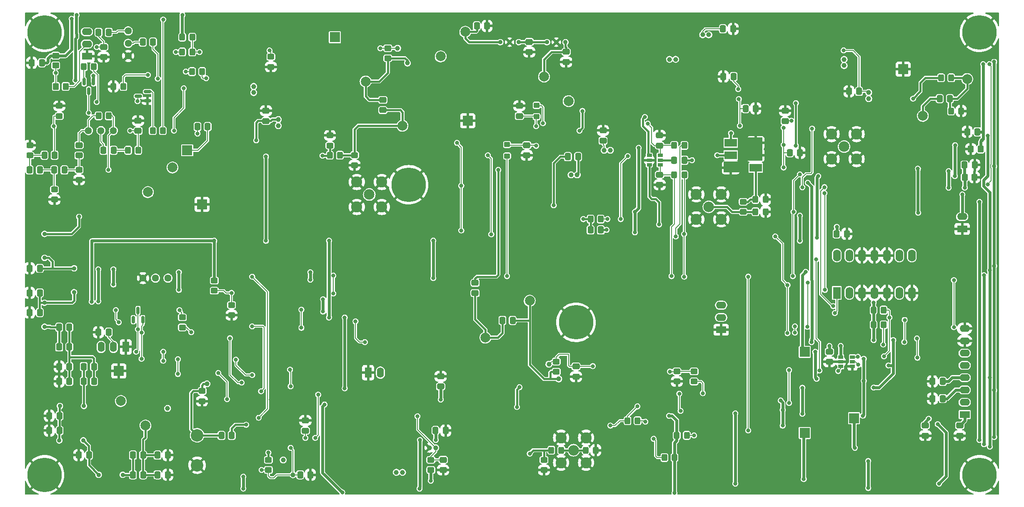
<source format=gbl>
G04 #@! TF.GenerationSoftware,KiCad,Pcbnew,6.0.2-378541a8eb~116~ubuntu20.04.1*
G04 #@! TF.CreationDate,2022-04-18T14:06:08-07:00*
G04 #@! TF.ProjectId,trx_mobo_concept_2,7472785f-6d6f-4626-9f5f-636f6e636570,rev?*
G04 #@! TF.SameCoordinates,Original*
G04 #@! TF.FileFunction,Copper,L2,Bot*
G04 #@! TF.FilePolarity,Positive*
%FSLAX46Y46*%
G04 Gerber Fmt 4.6, Leading zero omitted, Abs format (unit mm)*
G04 Created by KiCad (PCBNEW 6.0.2-378541a8eb~116~ubuntu20.04.1) date 2022-04-18 14:06:08*
%MOMM*%
%LPD*%
G01*
G04 APERTURE LIST*
G04 Aperture macros list*
%AMRoundRect*
0 Rectangle with rounded corners*
0 $1 Rounding radius*
0 $2 $3 $4 $5 $6 $7 $8 $9 X,Y pos of 4 corners*
0 Add a 4 corners polygon primitive as box body*
4,1,4,$2,$3,$4,$5,$6,$7,$8,$9,$2,$3,0*
0 Add four circle primitives for the rounded corners*
1,1,$1+$1,$2,$3*
1,1,$1+$1,$4,$5*
1,1,$1+$1,$6,$7*
1,1,$1+$1,$8,$9*
0 Add four rect primitives between the rounded corners*
20,1,$1+$1,$2,$3,$4,$5,0*
20,1,$1+$1,$4,$5,$6,$7,0*
20,1,$1+$1,$6,$7,$8,$9,0*
20,1,$1+$1,$8,$9,$2,$3,0*%
G04 Aperture macros list end*
G04 #@! TA.AperFunction,ComponentPad*
%ADD10R,2.100000X1.400000*%
G04 #@! TD*
G04 #@! TA.AperFunction,ComponentPad*
%ADD11O,2.100000X1.400000*%
G04 #@! TD*
G04 #@! TA.AperFunction,SMDPad,CuDef*
%ADD12RoundRect,0.250000X0.337500X0.475000X-0.337500X0.475000X-0.337500X-0.475000X0.337500X-0.475000X0*%
G04 #@! TD*
G04 #@! TA.AperFunction,SMDPad,CuDef*
%ADD13RoundRect,0.250000X-0.337500X-0.475000X0.337500X-0.475000X0.337500X0.475000X-0.337500X0.475000X0*%
G04 #@! TD*
G04 #@! TA.AperFunction,ComponentPad*
%ADD14C,0.800000*%
G04 #@! TD*
G04 #@! TA.AperFunction,ComponentPad*
%ADD15C,7.000000*%
G04 #@! TD*
G04 #@! TA.AperFunction,ComponentPad*
%ADD16C,2.150000*%
G04 #@! TD*
G04 #@! TA.AperFunction,ComponentPad*
%ADD17C,2.250000*%
G04 #@! TD*
G04 #@! TA.AperFunction,ComponentPad*
%ADD18O,1.400000X2.100000*%
G04 #@! TD*
G04 #@! TA.AperFunction,ComponentPad*
%ADD19R,1.400000X2.100000*%
G04 #@! TD*
G04 #@! TA.AperFunction,ComponentPad*
%ADD20C,2.000000*%
G04 #@! TD*
G04 #@! TA.AperFunction,ComponentPad*
%ADD21C,1.000000*%
G04 #@! TD*
G04 #@! TA.AperFunction,ComponentPad*
%ADD22C,1.440000*%
G04 #@! TD*
G04 #@! TA.AperFunction,ComponentPad*
%ADD23R,2.032000X2.032000*%
G04 #@! TD*
G04 #@! TA.AperFunction,ComponentPad*
%ADD24R,1.600000X2.400000*%
G04 #@! TD*
G04 #@! TA.AperFunction,ComponentPad*
%ADD25O,1.600000X2.400000*%
G04 #@! TD*
G04 #@! TA.AperFunction,ComponentPad*
%ADD26C,0.900000*%
G04 #@! TD*
G04 #@! TA.AperFunction,ComponentPad*
%ADD27C,2.540000*%
G04 #@! TD*
G04 #@! TA.AperFunction,SMDPad,CuDef*
%ADD28RoundRect,0.250000X0.350000X0.450000X-0.350000X0.450000X-0.350000X-0.450000X0.350000X-0.450000X0*%
G04 #@! TD*
G04 #@! TA.AperFunction,SMDPad,CuDef*
%ADD29RoundRect,0.250000X-0.475000X0.337500X-0.475000X-0.337500X0.475000X-0.337500X0.475000X0.337500X0*%
G04 #@! TD*
G04 #@! TA.AperFunction,SMDPad,CuDef*
%ADD30RoundRect,0.250000X0.475000X-0.337500X0.475000X0.337500X-0.475000X0.337500X-0.475000X-0.337500X0*%
G04 #@! TD*
G04 #@! TA.AperFunction,SMDPad,CuDef*
%ADD31RoundRect,0.250000X0.325000X0.450000X-0.325000X0.450000X-0.325000X-0.450000X0.325000X-0.450000X0*%
G04 #@! TD*
G04 #@! TA.AperFunction,SMDPad,CuDef*
%ADD32RoundRect,0.250000X0.350000X-0.275000X0.350000X0.275000X-0.350000X0.275000X-0.350000X-0.275000X0*%
G04 #@! TD*
G04 #@! TA.AperFunction,SMDPad,CuDef*
%ADD33RoundRect,0.250000X-0.350000X0.275000X-0.350000X-0.275000X0.350000X-0.275000X0.350000X0.275000X0*%
G04 #@! TD*
G04 #@! TA.AperFunction,SMDPad,CuDef*
%ADD34RoundRect,0.150000X-0.150000X0.587500X-0.150000X-0.587500X0.150000X-0.587500X0.150000X0.587500X0*%
G04 #@! TD*
G04 #@! TA.AperFunction,SMDPad,CuDef*
%ADD35RoundRect,0.150000X0.587500X0.150000X-0.587500X0.150000X-0.587500X-0.150000X0.587500X-0.150000X0*%
G04 #@! TD*
G04 #@! TA.AperFunction,SMDPad,CuDef*
%ADD36RoundRect,0.250000X-0.325000X-0.450000X0.325000X-0.450000X0.325000X0.450000X-0.325000X0.450000X0*%
G04 #@! TD*
G04 #@! TA.AperFunction,SMDPad,CuDef*
%ADD37RoundRect,0.250000X0.450000X-0.325000X0.450000X0.325000X-0.450000X0.325000X-0.450000X-0.325000X0*%
G04 #@! TD*
G04 #@! TA.AperFunction,SMDPad,CuDef*
%ADD38RoundRect,0.250000X-0.450000X0.325000X-0.450000X-0.325000X0.450000X-0.325000X0.450000X0.325000X0*%
G04 #@! TD*
G04 #@! TA.AperFunction,SMDPad,CuDef*
%ADD39R,1.000000X0.700000*%
G04 #@! TD*
G04 #@! TA.AperFunction,SMDPad,CuDef*
%ADD40R,1.060000X0.650000*%
G04 #@! TD*
G04 #@! TA.AperFunction,SMDPad,CuDef*
%ADD41R,2.540000X1.650000*%
G04 #@! TD*
G04 #@! TA.AperFunction,SMDPad,CuDef*
%ADD42RoundRect,0.150000X0.150000X-0.587500X0.150000X0.587500X-0.150000X0.587500X-0.150000X-0.587500X0*%
G04 #@! TD*
G04 #@! TA.AperFunction,SMDPad,CuDef*
%ADD43RoundRect,0.250000X0.450000X-0.350000X0.450000X0.350000X-0.450000X0.350000X-0.450000X-0.350000X0*%
G04 #@! TD*
G04 #@! TA.AperFunction,SMDPad,CuDef*
%ADD44RoundRect,0.250000X-0.350000X-0.450000X0.350000X-0.450000X0.350000X0.450000X-0.350000X0.450000X0*%
G04 #@! TD*
G04 #@! TA.AperFunction,ViaPad*
%ADD45C,0.800000*%
G04 #@! TD*
G04 #@! TA.AperFunction,Conductor*
%ADD46C,0.200000*%
G04 #@! TD*
G04 #@! TA.AperFunction,Conductor*
%ADD47C,0.600000*%
G04 #@! TD*
G04 #@! TA.AperFunction,Conductor*
%ADD48C,0.400000*%
G04 #@! TD*
G04 APERTURE END LIST*
D10*
X63600000Y-59900000D03*
D11*
X63600000Y-54900000D03*
X63600000Y-57400000D03*
D12*
X54475000Y-61200000D03*
X52400000Y-61200000D03*
D13*
X86062500Y-74200000D03*
X88137500Y-74200000D03*
D14*
X53143845Y-53143845D03*
X56856155Y-53143845D03*
X57625000Y-55000000D03*
X53143845Y-56856155D03*
X52375000Y-55000000D03*
X55000000Y-57625000D03*
X55000000Y-52375000D03*
X56856155Y-56856155D03*
D15*
X55000000Y-55000000D03*
D14*
X245000000Y-57625000D03*
X245000000Y-52375000D03*
X246856155Y-53143845D03*
X243143845Y-53143845D03*
X246856155Y-56856155D03*
X242375000Y-55000000D03*
X247625000Y-55000000D03*
X243143845Y-56856155D03*
D15*
X245000000Y-55000000D03*
D14*
X57625000Y-145000000D03*
X56856155Y-146856155D03*
X56856155Y-143143845D03*
D15*
X55000000Y-145000000D03*
D14*
X55000000Y-142375000D03*
X53143845Y-146856155D03*
X55000000Y-147625000D03*
X53143845Y-143143845D03*
X52375000Y-145000000D03*
X242375000Y-145000000D03*
X246856155Y-143143845D03*
X247625000Y-145000000D03*
X245000000Y-147625000D03*
X245000000Y-142375000D03*
X243143845Y-143143845D03*
X246856155Y-146856155D03*
X243143845Y-146856155D03*
D15*
X245000000Y-145000000D03*
D14*
X161143845Y-115856155D03*
X161143845Y-112143845D03*
X163000000Y-116625000D03*
X163000000Y-111375000D03*
X160375000Y-114000000D03*
X165625000Y-114000000D03*
X164856155Y-115856155D03*
D15*
X163000000Y-114000000D03*
D14*
X164856155Y-112143845D03*
X130856155Y-87856155D03*
X129000000Y-83375000D03*
X130856155Y-84143845D03*
X127143845Y-84143845D03*
D15*
X129000000Y-86000000D03*
D14*
X131625000Y-86000000D03*
X126375000Y-86000000D03*
X127143845Y-87856155D03*
X129000000Y-88625000D03*
D16*
X121000000Y-88000000D03*
D17*
X118460000Y-85460000D03*
X123540000Y-85460000D03*
X118460000Y-90540000D03*
X123540000Y-90540000D03*
D10*
X241500000Y-95000000D03*
D11*
X241500000Y-92500000D03*
D10*
X192500000Y-115500000D03*
D11*
X192500000Y-113000000D03*
X192500000Y-110500000D03*
D16*
X217500000Y-78250000D03*
D17*
X214960000Y-75710000D03*
X220040000Y-75710000D03*
X214960000Y-80790000D03*
X220040000Y-80790000D03*
D18*
X66500000Y-119000000D03*
X69000000Y-119000000D03*
D19*
X71500000Y-119000000D03*
D16*
X190000000Y-90500000D03*
D17*
X187460000Y-87960000D03*
X192540000Y-87960000D03*
X187460000Y-93040000D03*
X192540000Y-93040000D03*
D10*
X242000000Y-132750000D03*
D11*
X242000000Y-130250000D03*
X242000000Y-127750000D03*
X242000000Y-125250000D03*
X242000000Y-122750000D03*
X242000000Y-120250000D03*
X242000000Y-117750000D03*
X242000000Y-115250000D03*
D20*
X70500000Y-130000000D03*
X75500000Y-135000000D03*
X76000000Y-87500000D03*
X81000000Y-82500000D03*
D21*
X88000000Y-126500000D03*
X80000000Y-131500000D03*
X157500000Y-122500000D03*
X159500000Y-125500000D03*
X128750000Y-61250000D03*
X126750000Y-58250000D03*
D20*
X161500000Y-69000000D03*
X156500000Y-64000000D03*
X140500000Y-54900000D03*
X135500000Y-59900000D03*
D22*
X75000000Y-105000000D03*
X77540000Y-105000000D03*
X80080000Y-105000000D03*
X72000000Y-59800000D03*
X72000000Y-57260000D03*
X72000000Y-54720000D03*
X69000000Y-75000000D03*
X66460000Y-75000000D03*
X63920000Y-75000000D03*
D21*
X102500000Y-74000000D03*
X97500000Y-66000000D03*
X102500000Y-72750000D03*
X97500000Y-67250000D03*
X134500000Y-139500000D03*
X126500000Y-144500000D03*
X133250000Y-139500000D03*
X127750000Y-144500000D03*
X170000000Y-79000000D03*
X162000000Y-84000000D03*
X168750000Y-79000000D03*
X163250000Y-84000000D03*
X190000000Y-55500000D03*
X182000000Y-60500000D03*
X188750000Y-55500000D03*
X183250000Y-60500000D03*
X222500000Y-68500000D03*
X217500000Y-60500000D03*
X222500000Y-67250000D03*
X217500000Y-61750000D03*
D23*
X87000000Y-90000000D03*
X141000000Y-73000000D03*
X229500000Y-62500000D03*
X70090000Y-123890000D03*
X219500000Y-133500000D03*
X209500000Y-136500000D03*
X209500000Y-120000000D03*
X114000000Y-56000000D03*
X84000000Y-79000000D03*
D24*
X216000000Y-108000000D03*
D25*
X218540000Y-108000000D03*
X221080000Y-108000000D03*
X223620000Y-108000000D03*
X226160000Y-108000000D03*
X228700000Y-108000000D03*
X231240000Y-108000000D03*
X231240000Y-100380000D03*
X228700000Y-100380000D03*
X226160000Y-100380000D03*
X223620000Y-100380000D03*
X221080000Y-100380000D03*
X218540000Y-100380000D03*
X216000000Y-100380000D03*
D26*
X55000000Y-96000000D03*
X55000000Y-100880000D03*
X61000000Y-103000000D03*
X61000000Y-107880000D03*
X55000000Y-110000000D03*
X55000000Y-114880000D03*
X63000000Y-131000000D03*
X58120000Y-131000000D03*
X58000000Y-138000000D03*
X62880000Y-138000000D03*
X66000000Y-145000000D03*
X70880000Y-145000000D03*
X160875000Y-57000000D03*
X159000000Y-57000000D03*
X157125000Y-57000000D03*
X147625000Y-57000000D03*
X149500000Y-57000000D03*
X151375000Y-57000000D03*
D27*
X86000000Y-136952000D03*
X86000000Y-143048000D03*
D21*
X105500000Y-145000000D03*
X103500000Y-142000000D03*
D20*
X144600000Y-117100000D03*
X153600000Y-109600000D03*
X127750000Y-74000000D03*
X120250000Y-65000000D03*
X242500000Y-64500000D03*
X233500000Y-72000000D03*
D16*
X162500000Y-140000000D03*
D17*
X159960000Y-142540000D03*
X159960000Y-137460000D03*
X165040000Y-142540000D03*
X165040000Y-137460000D03*
D19*
X120750000Y-124225000D03*
D18*
X123250000Y-124225000D03*
D28*
X59300000Y-66000000D03*
X57300000Y-66000000D03*
D12*
X68037500Y-116000000D03*
X65962500Y-116000000D03*
X237537500Y-126000000D03*
X235462500Y-126000000D03*
D29*
X67000000Y-57962500D03*
X67000000Y-60037500D03*
D12*
X237537500Y-129500000D03*
X235462500Y-129500000D03*
D29*
X241000000Y-134962500D03*
X241000000Y-137037500D03*
X234000000Y-134962500D03*
X234000000Y-137037500D03*
X214500000Y-119962500D03*
X214500000Y-122037500D03*
D12*
X60037500Y-115000000D03*
X57962500Y-115000000D03*
D13*
X62962500Y-126000000D03*
X65037500Y-126000000D03*
D12*
X60037500Y-119000000D03*
X57962500Y-119000000D03*
D13*
X62962500Y-123000000D03*
X65037500Y-123000000D03*
D12*
X54037500Y-103000000D03*
X51962500Y-103000000D03*
X54037500Y-112000000D03*
X51962500Y-112000000D03*
X54037500Y-108000000D03*
X51962500Y-108000000D03*
X58037500Y-136000000D03*
X55962500Y-136000000D03*
X64037500Y-141000000D03*
X61962500Y-141000000D03*
X60037500Y-123000000D03*
X57962500Y-123000000D03*
X60037500Y-126000000D03*
X57962500Y-126000000D03*
D13*
X72962500Y-145000000D03*
X75037500Y-145000000D03*
X72962500Y-141000000D03*
X75037500Y-141000000D03*
X77962500Y-145000000D03*
X80037500Y-145000000D03*
X77962500Y-141000000D03*
X80037500Y-141000000D03*
D30*
X100000000Y-73037500D03*
X100000000Y-70962500D03*
D13*
X134462500Y-136000000D03*
X136537500Y-136000000D03*
D30*
X108000000Y-136037500D03*
X108000000Y-133962500D03*
X135500000Y-127037500D03*
X135500000Y-124962500D03*
D13*
X215962500Y-96000000D03*
X218037500Y-96000000D03*
X148062500Y-113600000D03*
X150137500Y-113600000D03*
D29*
X163000000Y-122962500D03*
X163000000Y-125037500D03*
D31*
X71025000Y-66000000D03*
X68975000Y-66000000D03*
D29*
X142500000Y-105962500D03*
X142500000Y-108037500D03*
D12*
X77037500Y-57000000D03*
X74962500Y-57000000D03*
X69037500Y-79000000D03*
X66962500Y-79000000D03*
D30*
X62000000Y-80037500D03*
X62000000Y-77962500D03*
D13*
X56962500Y-83000000D03*
X59037500Y-83000000D03*
X51962500Y-83000000D03*
X54037500Y-83000000D03*
D12*
X57037500Y-80000000D03*
X54962500Y-80000000D03*
D30*
X74000000Y-75037500D03*
X74000000Y-72962500D03*
X123750000Y-70825000D03*
X123750000Y-68750000D03*
D29*
X153500000Y-56962500D03*
X153500000Y-59037500D03*
D30*
X168500000Y-77037500D03*
X168500000Y-74962500D03*
D13*
X161362500Y-80300000D03*
X163437500Y-80300000D03*
D31*
X74025000Y-79000000D03*
X71975000Y-79000000D03*
D13*
X182962500Y-81000000D03*
X185037500Y-81000000D03*
D29*
X153000000Y-77962500D03*
X153000000Y-80037500D03*
D30*
X151500000Y-72037500D03*
X151500000Y-69962500D03*
D29*
X180000000Y-83962500D03*
X180000000Y-86037500D03*
D30*
X180000000Y-78037500D03*
X180000000Y-75962500D03*
D13*
X192862500Y-54300000D03*
X194937500Y-54300000D03*
X197462500Y-70500000D03*
X199537500Y-70500000D03*
D12*
X195037500Y-64000000D03*
X192962500Y-64000000D03*
D13*
X206462500Y-79500000D03*
X208537500Y-79500000D03*
D30*
X205500000Y-73037500D03*
X205500000Y-70962500D03*
D12*
X220537500Y-67000000D03*
X218462500Y-67000000D03*
X239000000Y-68500000D03*
X236925000Y-68500000D03*
D32*
X149000000Y-80150000D03*
X149000000Y-77850000D03*
D33*
X155000000Y-69850000D03*
X155000000Y-72150000D03*
D34*
X63050000Y-65062500D03*
X64950000Y-65062500D03*
X64000000Y-66937500D03*
D35*
X75937500Y-67050000D03*
X75937500Y-68950000D03*
X74062500Y-68000000D03*
D36*
X223475000Y-114500000D03*
X225525000Y-114500000D03*
X223475000Y-111500000D03*
X225525000Y-111500000D03*
D37*
X89500000Y-107550000D03*
X89500000Y-105500000D03*
X93000000Y-112525000D03*
X93000000Y-110475000D03*
D38*
X83000000Y-112975000D03*
X83000000Y-115025000D03*
D36*
X157975000Y-140000000D03*
X160025000Y-140000000D03*
X164975000Y-140000000D03*
X167025000Y-140000000D03*
D38*
X156500000Y-141975000D03*
X156500000Y-144025000D03*
D37*
X159000000Y-124025000D03*
X159000000Y-121975000D03*
D36*
X183475000Y-137000000D03*
X185525000Y-137000000D03*
D31*
X183025000Y-141500000D03*
X180975000Y-141500000D03*
D37*
X183500000Y-126025000D03*
X183500000Y-123975000D03*
D31*
X175525000Y-134000000D03*
X173475000Y-134000000D03*
D37*
X187000000Y-126025000D03*
X187000000Y-123975000D03*
D31*
X85025000Y-56000000D03*
X82975000Y-56000000D03*
X85025000Y-59000000D03*
X82975000Y-59000000D03*
X87025000Y-63000000D03*
X84975000Y-63000000D03*
D38*
X101000000Y-59975000D03*
X101000000Y-62025000D03*
D31*
X68025000Y-72000000D03*
X65975000Y-72000000D03*
D36*
X62975000Y-62000000D03*
X65025000Y-62000000D03*
X76975000Y-75000000D03*
X79025000Y-75000000D03*
D38*
X62000000Y-82975000D03*
X62000000Y-85025000D03*
X57000000Y-86975000D03*
X57000000Y-89025000D03*
D37*
X52000000Y-80025000D03*
X52000000Y-77975000D03*
X58000000Y-72025000D03*
X58000000Y-69975000D03*
D36*
X112975000Y-80000000D03*
X115025000Y-80000000D03*
D38*
X118000000Y-79975000D03*
X118000000Y-82025000D03*
D37*
X113000000Y-78025000D03*
X113000000Y-75975000D03*
X124750000Y-60275000D03*
X124750000Y-58225000D03*
D31*
X168025000Y-93000000D03*
X165975000Y-93000000D03*
D36*
X182975000Y-84000000D03*
X185025000Y-84000000D03*
X182975000Y-78000000D03*
X185025000Y-78000000D03*
D38*
X197000000Y-89475000D03*
X197000000Y-91525000D03*
D36*
X199475000Y-91500000D03*
X201525000Y-91500000D03*
X199475000Y-89000000D03*
X201525000Y-89000000D03*
D31*
X239250000Y-64250000D03*
X237200000Y-64250000D03*
D36*
X239225000Y-71000000D03*
X241275000Y-71000000D03*
D39*
X216800000Y-122950000D03*
X216800000Y-122000000D03*
X216800000Y-121050000D03*
X219200000Y-121050000D03*
X219200000Y-122000000D03*
X219200000Y-122950000D03*
D40*
X177900000Y-81950000D03*
X177900000Y-81000000D03*
X177900000Y-80050000D03*
X180100000Y-80050000D03*
X180100000Y-81000000D03*
X180100000Y-81950000D03*
D41*
X194460000Y-82540000D03*
X194460000Y-80000000D03*
X194460000Y-77460000D03*
X199540000Y-77460000D03*
X199540000Y-80000000D03*
X199540000Y-82540000D03*
D12*
X58037500Y-133000000D03*
X55962500Y-133000000D03*
D38*
X133500000Y-141975000D03*
X133500000Y-144025000D03*
X87000000Y-127975000D03*
X87000000Y-130025000D03*
D37*
X100500000Y-144025000D03*
X100500000Y-141975000D03*
D12*
X93037500Y-137000000D03*
X90962500Y-137000000D03*
D42*
X74950000Y-113437500D03*
X73050000Y-113437500D03*
X74000000Y-111562500D03*
D13*
X106962500Y-145000000D03*
X109037500Y-145000000D03*
D29*
X136000000Y-141962500D03*
X136000000Y-144037500D03*
X161000000Y-58962500D03*
X161000000Y-61037500D03*
D13*
X142862500Y-53700000D03*
X144937500Y-53700000D03*
X165962500Y-95200000D03*
X168037500Y-95200000D03*
D12*
X68037500Y-55000000D03*
X65962500Y-55000000D03*
D28*
X245250000Y-78750000D03*
X243250000Y-78750000D03*
D13*
X241962500Y-82000000D03*
X244037500Y-82000000D03*
D43*
X57250000Y-61750000D03*
X57250000Y-59750000D03*
D44*
X242000000Y-84500000D03*
X244000000Y-84500000D03*
D12*
X244575000Y-75250000D03*
X242500000Y-75250000D03*
D45*
X65600000Y-58000000D03*
X86100000Y-75600000D03*
X121000000Y-100000000D03*
X126000000Y-100000000D03*
X131000000Y-100000000D03*
X136000000Y-100000000D03*
X141000000Y-100000000D03*
X146000000Y-100000000D03*
X151000000Y-100000000D03*
X156000000Y-100000000D03*
X161000000Y-100000000D03*
X166000000Y-100000000D03*
X171000000Y-100000000D03*
X176000000Y-100000000D03*
X181000000Y-100000000D03*
X186000000Y-100000000D03*
X191000000Y-100000000D03*
X196000000Y-100000000D03*
X201000000Y-100000000D03*
X206000000Y-100000000D03*
X116000000Y-100000000D03*
X111000000Y-100000000D03*
X106000000Y-100000000D03*
X101000000Y-100000000D03*
X96000000Y-100000000D03*
X91000000Y-100000000D03*
X86000000Y-100000000D03*
X81000000Y-100000000D03*
X76000000Y-100000000D03*
X71000000Y-100000000D03*
X224000000Y-89000000D03*
X225000000Y-90000000D03*
X108500000Y-86500000D03*
X110900000Y-86500000D03*
X113500000Y-85400000D03*
X182000000Y-144500000D03*
X186500000Y-143500000D03*
X186500000Y-144500000D03*
X192500000Y-143500000D03*
X192500000Y-144500000D03*
X196500000Y-143500000D03*
X196500000Y-144500000D03*
X209800000Y-94000000D03*
X209800000Y-95000000D03*
X206000000Y-94000000D03*
X206000000Y-95000000D03*
X214400000Y-93900000D03*
X214400000Y-94900000D03*
X238300000Y-106600000D03*
X238300000Y-108200000D03*
X241100000Y-108200000D03*
X241100000Y-106600000D03*
X178300004Y-93000000D03*
X112700000Y-94000000D03*
X67300000Y-67600000D03*
X230200000Y-120000000D03*
X158400000Y-76000000D03*
X55800000Y-138100000D03*
X114500000Y-62500000D03*
X217200000Y-129100000D03*
X109700000Y-107969998D03*
X151700000Y-90000000D03*
X210500000Y-68900000D03*
X175000000Y-127500000D03*
X101000000Y-129700000D03*
X72200000Y-92200000D03*
X175500000Y-142700000D03*
X135500000Y-89000000D03*
X91300000Y-123900000D03*
X151000000Y-136500000D03*
X52100000Y-71000000D03*
X80700000Y-53900000D03*
X174400000Y-88000000D03*
X228500000Y-66500000D03*
X112700000Y-59000000D03*
X233700000Y-111900000D03*
X204100000Y-62000000D03*
X169400000Y-66000000D03*
X143900000Y-84000000D03*
X229800000Y-132000000D03*
X206000000Y-143000000D03*
X114000000Y-118600000D03*
X203000000Y-121500000D03*
X243400000Y-101000000D03*
X63200000Y-99200000D03*
X222200000Y-135000000D03*
X169400000Y-56000000D03*
X209800000Y-91200000D03*
X129800000Y-117800000D03*
X200800000Y-67500000D03*
X187000000Y-69600000D03*
X137300000Y-65000000D03*
X178300000Y-90000000D03*
X188400000Y-64000000D03*
X111500000Y-74000000D03*
X234250000Y-79000000D03*
X52800000Y-92200000D03*
X230200000Y-122500000D03*
X222000000Y-89000000D03*
X80500000Y-120100000D03*
X90500000Y-133000000D03*
X148500000Y-136500000D03*
X220300000Y-111800000D03*
X220500000Y-112900000D03*
X217000000Y-143600000D03*
X182000000Y-143500000D03*
X225500000Y-130000000D03*
X203600000Y-85600000D03*
X212750000Y-131400000D03*
X143500000Y-128000000D03*
X87300000Y-111100000D03*
X75600000Y-117000000D03*
X108100000Y-113000000D03*
X87000000Y-79600000D03*
X139500000Y-141400000D03*
X143600000Y-124500000D03*
X153500000Y-135400000D03*
X220600000Y-117200000D03*
X65300000Y-131200000D03*
X209800000Y-76500000D03*
X121700000Y-106400000D03*
X206000000Y-66500000D03*
X69000000Y-92300000D03*
X52700000Y-106100000D03*
X142500000Y-69000000D03*
X176500000Y-67600000D03*
X220500000Y-58400000D03*
X169600000Y-62500000D03*
X169000000Y-125500000D03*
X199500000Y-143900000D03*
X238500000Y-76250000D03*
X196400000Y-62600000D03*
X63700000Y-145100000D03*
X223000000Y-90000000D03*
X89700000Y-76000000D03*
X144000000Y-137400000D03*
X126300000Y-94000000D03*
X153699994Y-85000000D03*
X174400000Y-69900000D03*
X236300000Y-144400000D03*
X89000000Y-61600000D03*
X121100000Y-135100000D03*
X101700000Y-117500000D03*
X234100000Y-129300000D03*
X238900000Y-112000000D03*
X133200000Y-79000000D03*
X60500000Y-84500000D03*
X84900000Y-69600000D03*
X238500000Y-81250000D03*
X230750000Y-142000000D03*
X130000000Y-124300000D03*
X235500000Y-127400000D03*
X79800000Y-69000000D03*
X53300000Y-86100000D03*
X192200000Y-136400000D03*
X104200000Y-106500000D03*
X207500000Y-110100000D03*
X159700000Y-93000000D03*
X234500000Y-117300000D03*
X158300000Y-131000000D03*
X117700000Y-59000000D03*
X236300000Y-141000000D03*
X54250000Y-64750000D03*
X202750000Y-114500000D03*
X182600000Y-114300000D03*
X105000000Y-127000000D03*
X104900000Y-123600000D03*
X247100000Y-139300000D03*
X111900004Y-130700000D03*
X211925000Y-125475000D03*
X246700980Y-76000000D03*
X247100000Y-103400000D03*
X247100000Y-125200000D03*
X183000000Y-148700010D03*
X211600000Y-120000000D03*
X209672373Y-103700042D03*
X115500000Y-148600000D03*
X181900000Y-133000000D03*
X209300000Y-145900000D03*
X61250000Y-64750000D03*
X248000000Y-127800000D03*
X248000000Y-137300000D03*
X69000000Y-106300000D03*
X61500000Y-51500000D03*
X83000000Y-51500000D03*
X65899998Y-103200000D03*
X65900000Y-109700000D03*
X248000000Y-61000000D03*
X248000000Y-102500000D03*
X69000000Y-103200000D03*
X248000000Y-82250000D03*
X64930378Y-63819622D03*
X225600000Y-120899994D03*
X226685503Y-112991302D03*
X229722745Y-117987903D03*
X225452121Y-118500000D03*
X229800000Y-113500000D03*
X232400000Y-121200000D03*
X232300000Y-117300000D03*
X100000000Y-97400000D03*
X208500000Y-92300000D03*
X232500000Y-82750000D03*
X100000000Y-80300000D03*
X133500000Y-146200000D03*
X245000000Y-89500000D03*
X209000000Y-127300000D03*
X232550000Y-91700000D03*
X116000000Y-113000000D03*
X236500000Y-134700000D03*
X134000000Y-105000000D03*
X216000000Y-94600000D03*
X208500000Y-97400000D03*
X95400000Y-145400000D03*
X64600000Y-109800000D03*
X112800000Y-113000000D03*
X116000000Y-127400000D03*
X111600000Y-109300000D03*
X95400000Y-147800000D03*
X245000000Y-137900000D03*
X195400000Y-132500000D03*
X209000000Y-132600000D03*
X111600000Y-111800000D03*
X204600000Y-129900000D03*
X205000000Y-135000000D03*
X112800000Y-97400000D03*
X234700000Y-133600000D03*
X195400000Y-146800000D03*
X236800012Y-146799988D03*
X134000000Y-97400000D03*
X89500000Y-97400000D03*
X205000000Y-131800000D03*
X223500000Y-127250000D03*
X223500000Y-110000000D03*
X227500000Y-117600000D03*
X226500000Y-122750000D03*
X210900000Y-118000000D03*
X210100000Y-85600000D03*
X223500002Y-117600000D03*
X219700000Y-139500000D03*
X245900000Y-138800000D03*
X131300000Y-137900000D03*
X214500000Y-118800010D03*
X222400000Y-147699990D03*
X221325000Y-132975000D03*
X131200000Y-147799994D03*
X221500000Y-121400000D03*
X216800000Y-118800010D03*
X245900000Y-104400000D03*
X134500000Y-137900000D03*
X221500000Y-125900000D03*
X109000000Y-105300000D03*
X109000000Y-103800021D03*
X135500000Y-129700000D03*
X82300000Y-103800021D03*
X82300000Y-107400000D03*
X222400000Y-142200000D03*
X99100000Y-144000000D03*
X105000000Y-139500000D03*
X130800000Y-133100000D03*
X70100000Y-114000000D03*
X92100000Y-129600000D03*
X82100000Y-121500000D03*
X110000000Y-137500000D03*
X82099988Y-124500010D03*
X74700000Y-121400000D03*
X110600000Y-128700000D03*
X69500000Y-111500000D03*
X74700000Y-116100000D03*
X90300000Y-124300000D03*
X98500000Y-133400000D03*
X108000000Y-137500000D03*
X97200000Y-104700021D03*
X93000000Y-108000000D03*
X107200000Y-115100000D03*
X175500000Y-131100000D03*
X107200000Y-111400000D03*
X118200000Y-113800000D03*
X120100000Y-118000000D03*
X170000000Y-135000000D03*
X215600000Y-112100000D03*
X241500000Y-88000000D03*
X166400000Y-122900000D03*
X182100000Y-124000000D03*
X187000000Y-137000000D03*
X178800000Y-137700000D03*
X177100000Y-134200000D03*
X86500000Y-59000000D03*
X81700000Y-59000000D03*
X75975000Y-63675000D03*
X87838870Y-64317925D03*
X78000000Y-64400000D03*
X100700000Y-58700000D03*
X207500000Y-114800000D03*
X207500000Y-116100000D03*
X68000000Y-83000000D03*
X56900000Y-74100000D03*
X72400000Y-75000000D03*
X172100000Y-93000000D03*
X173500000Y-80200000D03*
X169400000Y-93000000D03*
X169200000Y-95200000D03*
X179900000Y-94100000D03*
X154900000Y-78100000D03*
X154900000Y-74100000D03*
X149000000Y-104600000D03*
X182399998Y-104600000D03*
X177600000Y-73600000D03*
X156300000Y-73500000D03*
X177000000Y-72200000D03*
X164300000Y-71000000D03*
X163700000Y-75000000D03*
X207700000Y-78100000D03*
X207700000Y-69400000D03*
X196100000Y-68600000D03*
X196300000Y-74000000D03*
X195950000Y-66550000D03*
X205200000Y-77900000D03*
X205200000Y-74400000D03*
X205200000Y-82500000D03*
X206800000Y-73000000D03*
X217400000Y-58700000D03*
X73600000Y-120000000D03*
X79100000Y-120000000D03*
X73993245Y-115393245D03*
X79100000Y-121800010D03*
X84800000Y-116000000D03*
X97200000Y-114800000D03*
X99000000Y-128000000D03*
X93900000Y-121600000D03*
X97200000Y-124700000D03*
X92700000Y-117225000D03*
X95050500Y-126250000D03*
X123250000Y-58250000D03*
X220385408Y-122637106D03*
X220300000Y-121000000D03*
X188800000Y-128400000D03*
X184250000Y-132000000D03*
X184000000Y-128500000D03*
X206300000Y-130400000D03*
X206300000Y-123700000D03*
X64000000Y-71400000D03*
X73900000Y-69000000D03*
X65600000Y-69200000D03*
X211800000Y-101200000D03*
X212500000Y-123800000D03*
X216300000Y-123900000D03*
X215300000Y-110700000D03*
X246700000Y-85900000D03*
X79100000Y-52400000D03*
X213500000Y-86500000D03*
X247000000Y-61500000D03*
X210100000Y-105900064D03*
X113700000Y-108100000D03*
X113700000Y-104500022D03*
X210000000Y-114900000D03*
X139700000Y-95300000D03*
X185000000Y-96050500D03*
X208500000Y-83900000D03*
X207200000Y-91500000D03*
X239799996Y-105400000D03*
X139700000Y-86200000D03*
X185000000Y-104700000D03*
X198000000Y-104700000D03*
X207100000Y-104600000D03*
X239800000Y-115000000D03*
X138800006Y-77500000D03*
X198000000Y-136000000D03*
X82400000Y-111500000D03*
X206000000Y-106400000D03*
X203500000Y-96500500D03*
X145100000Y-80000000D03*
X145800000Y-96100000D03*
X213500000Y-87700000D03*
X206000000Y-116200000D03*
X213600000Y-107400000D03*
X209000000Y-86500000D03*
X183300000Y-96500500D03*
X211000000Y-74600000D03*
X83700000Y-63000000D03*
X81300000Y-75000000D03*
X83300000Y-66400000D03*
X111500000Y-80100000D03*
X194500000Y-75500000D03*
X62000000Y-92500000D03*
X98000000Y-77000000D03*
X100500000Y-140500000D03*
X95970000Y-134830000D03*
X158500000Y-90200000D03*
X164500000Y-93000000D03*
X186600000Y-81000000D03*
X231500000Y-68500000D03*
X153600000Y-140700000D03*
X151000000Y-131200000D03*
X151500000Y-127200000D03*
X147200000Y-83000000D03*
X191700000Y-80000000D03*
X240000000Y-84250000D03*
X240050000Y-77950000D03*
X212000499Y-96750000D03*
X238750000Y-83250000D03*
X175000000Y-95701460D03*
X175750000Y-78500000D03*
X238750000Y-86599500D03*
X175000000Y-91500000D03*
X242000000Y-86599500D03*
X212250000Y-84250000D03*
X245500000Y-77000000D03*
X245750000Y-61500000D03*
X60500000Y-52250000D03*
X57250000Y-63250000D03*
D46*
X59300000Y-66000000D02*
X60989259Y-66000000D01*
X62100480Y-58899520D02*
X63600000Y-57400000D01*
X60989259Y-66000000D02*
X62100480Y-64888779D01*
X62100480Y-64888779D02*
X62100480Y-58899520D01*
X57250000Y-63250000D02*
X57250000Y-65950000D01*
D47*
X57250000Y-59750000D02*
X56250000Y-59750000D01*
X55700000Y-61000000D02*
X55500000Y-61200000D01*
X56250000Y-59750000D02*
X55700000Y-60300000D01*
X55700000Y-60300000D02*
X55700000Y-61000000D01*
X55500000Y-61200000D02*
X54475000Y-61200000D01*
D46*
X65700000Y-58000000D02*
X66962500Y-58000000D01*
X66962500Y-58000000D02*
X67000000Y-57962500D01*
X86100000Y-75600000D02*
X86100000Y-74237500D01*
X86100000Y-74237500D02*
X86062500Y-74200000D01*
X88137500Y-74200000D02*
X88137500Y-77062500D01*
X86200000Y-79000000D02*
X84000000Y-79000000D01*
X88137500Y-77062500D02*
X86200000Y-79000000D01*
X69000000Y-118000000D02*
X68025000Y-117025000D01*
X105000000Y-127000000D02*
X105000000Y-123700000D01*
X69000000Y-119000000D02*
X69000000Y-118000000D01*
X68025000Y-117025000D02*
X68025000Y-116000000D01*
X105000000Y-123700000D02*
X104900000Y-123600000D01*
D47*
X247100000Y-87572102D02*
X245800489Y-86272591D01*
X183475000Y-133975000D02*
X183475000Y-137000000D01*
X183025000Y-148675010D02*
X183000000Y-148700010D01*
X247100000Y-103400000D02*
X247100000Y-87572102D01*
X247100000Y-103400000D02*
X247100000Y-125200000D01*
X115500000Y-148600000D02*
X111500005Y-144600005D01*
X182500000Y-133000000D02*
X183475000Y-133975000D01*
X111500005Y-131099999D02*
X111900004Y-130700000D01*
X211600000Y-120000000D02*
X211600000Y-125150000D01*
X247100000Y-125200000D02*
X247100000Y-139300000D01*
X246700980Y-84174020D02*
X246700980Y-76000000D01*
X111500005Y-144600005D02*
X111500005Y-131099999D01*
X245800489Y-86272591D02*
X245800489Y-85074511D01*
X209500000Y-120000000D02*
X209000000Y-119500000D01*
X183475000Y-137000000D02*
X183475000Y-138025000D01*
X238700000Y-126000000D02*
X239450000Y-125250000D01*
X209000000Y-104372415D02*
X209672373Y-103700042D01*
X181900000Y-133000000D02*
X182500000Y-133000000D01*
X245800489Y-85074511D02*
X246700980Y-84174020D01*
X183025000Y-141500000D02*
X183025000Y-148675010D01*
X183475000Y-138025000D02*
X183025000Y-138475000D01*
X237525000Y-126000000D02*
X238700000Y-126000000D01*
X239450000Y-125250000D02*
X242000000Y-125250000D01*
X183025000Y-138475000D02*
X183025000Y-141500000D01*
X209000000Y-119500000D02*
X209000000Y-104372415D01*
X211600000Y-125150000D02*
X211925000Y-125475000D01*
D46*
X65975000Y-55000000D02*
X65975000Y-55875000D01*
X65975000Y-55875000D02*
X67000000Y-56900000D01*
X67000000Y-56900000D02*
X67000000Y-57975000D01*
D47*
X61551458Y-55347835D02*
X61450480Y-55246857D01*
X209300000Y-136700000D02*
X209500000Y-136500000D01*
X61450480Y-55246857D02*
X61450480Y-51549520D01*
X64920000Y-63830000D02*
X64920000Y-64990000D01*
X61450480Y-51549520D02*
X61500000Y-51500000D01*
X65900000Y-109700000D02*
X65900001Y-103200003D01*
X238400000Y-129500000D02*
X240150000Y-127750000D01*
X209300000Y-145900000D02*
X209300000Y-136700000D01*
X82975000Y-51525000D02*
X83000000Y-51500000D01*
X61300000Y-56301947D02*
X61551458Y-56050489D01*
X65900001Y-103200003D02*
X65899998Y-103200000D01*
X61551458Y-56050489D02*
X61551458Y-55347835D01*
X61300000Y-64700000D02*
X61300000Y-56301947D01*
X240150000Y-127750000D02*
X242000000Y-127750000D01*
X248000000Y-61000000D02*
X248000000Y-82250000D01*
X69000000Y-106300000D02*
X69000000Y-103200000D01*
X61250000Y-64750000D02*
X61300000Y-64700000D01*
X248000000Y-82250000D02*
X248000000Y-102500000D01*
X64930378Y-63819622D02*
X64920000Y-63830000D01*
X237525000Y-129500000D02*
X238400000Y-129500000D01*
X248000000Y-102500000D02*
X248000000Y-127800000D01*
X82975000Y-56000000D02*
X82975000Y-51525000D01*
X248000000Y-127800000D02*
X248000000Y-137300000D01*
D46*
X226685503Y-112991302D02*
X226685503Y-119814491D01*
X226685503Y-112991302D02*
X226685503Y-111685503D01*
X226500000Y-111500000D02*
X225525000Y-111500000D01*
X226685503Y-119814491D02*
X225600000Y-120899994D01*
X226685503Y-111685503D02*
X226500000Y-111500000D01*
X225525000Y-114500000D02*
X225525000Y-118427121D01*
X229800000Y-117910648D02*
X229722745Y-117987903D01*
X229800000Y-113500000D02*
X229800000Y-117910648D01*
X232400000Y-117400000D02*
X232300000Y-117300000D01*
X225525000Y-118427121D02*
X225452121Y-118500000D01*
X232400000Y-121200000D02*
X232400000Y-117400000D01*
D47*
X242000000Y-134000000D02*
X242000000Y-132750000D01*
X241000000Y-134975000D02*
X241025000Y-134975000D01*
X241025000Y-134975000D02*
X242000000Y-134000000D01*
X236500000Y-134700000D02*
X238200000Y-136400000D01*
X116000000Y-113000000D02*
X116000000Y-127400000D01*
X216000000Y-94600000D02*
X216000000Y-95975000D01*
X232500000Y-82750000D02*
X232500000Y-91650000D01*
X216000000Y-95975000D02*
X215975000Y-96000000D01*
X89500000Y-97400000D02*
X64600000Y-97400000D01*
X208500000Y-97400000D02*
X208500000Y-92300000D01*
X133500000Y-144025000D02*
X133500000Y-146200000D01*
X245000000Y-137900000D02*
X245000000Y-89500000D01*
X100000000Y-80300000D02*
X100000000Y-97400000D01*
X89500000Y-105500000D02*
X89500000Y-97400000D01*
X234000000Y-134975000D02*
X234000000Y-134300000D01*
X238200000Y-145300000D02*
X236700012Y-146799988D01*
X134000000Y-105000000D02*
X134000000Y-97400000D01*
X64600000Y-109800000D02*
X64600000Y-97400000D01*
X205000000Y-135000000D02*
X205000000Y-131800000D01*
X205000000Y-130300000D02*
X204600000Y-129900000D01*
X95400000Y-145400000D02*
X95400000Y-147800000D01*
X209000000Y-132600000D02*
X209000000Y-127300000D01*
X111600000Y-109300000D02*
X111600000Y-111800000D01*
X112800000Y-113000000D02*
X112800000Y-97400000D01*
X232500000Y-91650000D02*
X232550000Y-91700000D01*
X234000000Y-134300000D02*
X234700000Y-133600000D01*
X195400000Y-132500000D02*
X195400000Y-146800000D01*
X205000000Y-131800000D02*
X205000000Y-130300000D01*
X238200000Y-136400000D02*
X238200000Y-145300000D01*
X210100000Y-85600000D02*
X210900000Y-86400000D01*
X224622102Y-127250000D02*
X223500000Y-127250000D01*
X226500000Y-122750000D02*
X227250000Y-122750000D01*
X223475000Y-110025000D02*
X223500000Y-110000000D01*
X210900000Y-117434315D02*
X210900000Y-118000000D01*
X227500000Y-122500000D02*
X227500000Y-124372102D01*
X211000001Y-117334314D02*
X210900000Y-117434315D01*
X210900000Y-86400000D02*
X210900000Y-105367998D01*
X227250000Y-122750000D02*
X227500000Y-122500000D01*
X224622102Y-127250000D02*
X227500000Y-124372102D01*
X227500000Y-117600000D02*
X227500000Y-122500000D01*
X211000001Y-105467999D02*
X211000001Y-117334314D01*
X223500002Y-114525002D02*
X223475000Y-114500000D01*
X223475000Y-114500000D02*
X223475000Y-111500000D01*
X223475000Y-111500000D02*
X223475000Y-110025000D01*
X223500002Y-117600000D02*
X223500002Y-114525002D01*
X210900000Y-105367998D02*
X211000001Y-105467999D01*
X82300000Y-107400000D02*
X82300000Y-103800021D01*
X219500000Y-133500000D02*
X219500000Y-139300000D01*
X131300000Y-137900000D02*
X131300000Y-147500000D01*
X135500000Y-127025000D02*
X135500000Y-129700000D01*
X245900000Y-138800000D02*
X245900000Y-104400000D01*
X221500000Y-132800000D02*
X221325000Y-132975000D01*
X134500000Y-136025000D02*
X134475000Y-136000000D01*
X109000000Y-105300000D02*
X109000000Y-103800021D01*
X222400000Y-142200000D02*
X222400000Y-147699990D01*
X216800000Y-121050000D02*
X216800000Y-118800010D01*
X214500000Y-119975000D02*
X214500000Y-118800010D01*
X131200000Y-147600000D02*
X131200000Y-147799994D01*
X221500000Y-125900000D02*
X221500000Y-121400000D01*
X134500000Y-137900000D02*
X134500000Y-136025000D01*
X131300000Y-147500000D02*
X131200000Y-147600000D01*
X219500000Y-139300000D02*
X219700000Y-139500000D01*
X221500000Y-125900000D02*
X221500000Y-132800000D01*
D46*
X100500000Y-145200000D02*
X100500000Y-144025000D01*
X99100000Y-144000000D02*
X100475000Y-144000000D01*
X102200000Y-145000000D02*
X101600000Y-145600000D01*
X105500000Y-145000000D02*
X105500000Y-140000000D01*
X100900000Y-145600000D02*
X100500000Y-145200000D01*
X100475000Y-144000000D02*
X100500000Y-144025000D01*
X106975000Y-145000000D02*
X105500000Y-145000000D01*
X105500000Y-140000000D02*
X105000000Y-139500000D01*
X105500000Y-145000000D02*
X102200000Y-145000000D01*
X101600000Y-145600000D02*
X100900000Y-145600000D01*
X133500000Y-141300000D02*
X133500000Y-141975000D01*
X134500000Y-139500000D02*
X134500000Y-140300000D01*
X134500000Y-139500000D02*
X130800000Y-135800000D01*
X136000000Y-141975000D02*
X133500000Y-141975000D01*
X134500000Y-140300000D02*
X133500000Y-141300000D01*
X130800000Y-135800000D02*
X130800000Y-133100000D01*
X110600000Y-136900000D02*
X110600000Y-128700000D01*
X74700000Y-116100000D02*
X74700000Y-121400000D01*
X75000000Y-113487500D02*
X74950000Y-113437500D01*
X69500000Y-111500000D02*
X69500000Y-113400000D01*
X92100000Y-126100000D02*
X90300000Y-124300000D01*
X75000000Y-114500000D02*
X75000000Y-113487500D01*
X92100000Y-129600000D02*
X92100000Y-126100000D01*
X82100000Y-124499998D02*
X82099988Y-124500010D01*
X82100000Y-121500000D02*
X82100000Y-124499998D01*
X74700000Y-116100000D02*
X74700000Y-114800000D01*
X110000000Y-137500000D02*
X110600000Y-136900000D01*
X69500000Y-113400000D02*
X70100000Y-114000000D01*
X74700000Y-114800000D02*
X75000000Y-114500000D01*
X100300000Y-107800021D02*
X97200000Y-104700021D01*
X98500000Y-133400000D02*
X100300000Y-131600000D01*
X100300000Y-131600000D02*
X100300000Y-107800021D01*
X108000000Y-137500000D02*
X108000000Y-136025000D01*
X91450000Y-107550000D02*
X89500000Y-107550000D01*
X93000000Y-108000000D02*
X91900000Y-108000000D01*
X93000000Y-108000000D02*
X93000000Y-110475000D01*
X91900000Y-108000000D02*
X91450000Y-107550000D01*
X170000000Y-135000000D02*
X170900000Y-135000000D01*
X175500000Y-131100000D02*
X173475000Y-133125000D01*
X107200000Y-111400000D02*
X107200000Y-115100000D01*
X118200000Y-117200000D02*
X119000000Y-118000000D01*
X118200000Y-113800000D02*
X118200000Y-117200000D01*
X173475000Y-133125000D02*
X173475000Y-134000000D01*
X170900000Y-135000000D02*
X171900000Y-134000000D01*
X119000000Y-118000000D02*
X120100000Y-118000000D01*
X171900000Y-134000000D02*
X173475000Y-134000000D01*
X215600000Y-112100000D02*
X216000000Y-111700000D01*
X216000000Y-111700000D02*
X216000000Y-108000000D01*
D47*
X241500000Y-88000000D02*
X241500000Y-92500000D01*
D46*
X161675000Y-122975000D02*
X161500000Y-122800000D01*
X159600000Y-120500000D02*
X161500000Y-120500000D01*
X159000000Y-121975000D02*
X159000000Y-121100000D01*
X161500000Y-122800000D02*
X161500000Y-120500000D01*
X159000000Y-121100000D02*
X159600000Y-120500000D01*
X166325000Y-122975000D02*
X166400000Y-122900000D01*
X157500000Y-122500000D02*
X158025000Y-121975000D01*
X158025000Y-121975000D02*
X159000000Y-121975000D01*
X163000000Y-122975000D02*
X161675000Y-122975000D01*
X163000000Y-122975000D02*
X166325000Y-122975000D01*
X182100000Y-124000000D02*
X183475000Y-124000000D01*
X187000000Y-123975000D02*
X183500000Y-123975000D01*
X183475000Y-124000000D02*
X183500000Y-123975000D01*
X185525000Y-137000000D02*
X187000000Y-137000000D01*
X179200000Y-138100000D02*
X179200000Y-141200000D01*
X176900000Y-134000000D02*
X177100000Y-134200000D01*
X179500000Y-141500000D02*
X180975000Y-141500000D01*
X178800000Y-137700000D02*
X179200000Y-138100000D01*
X175525000Y-134000000D02*
X176900000Y-134000000D01*
X179200000Y-141200000D02*
X179500000Y-141500000D01*
X85025000Y-56000000D02*
X85025000Y-59000000D01*
X86500000Y-59000000D02*
X85025000Y-59000000D01*
X71025000Y-66000000D02*
X71025000Y-64075000D01*
X82975000Y-59000000D02*
X81700000Y-59000000D01*
X71425000Y-63675000D02*
X75975000Y-63675000D01*
X71025000Y-64075000D02*
X71425000Y-63675000D01*
X87217925Y-64317925D02*
X87025000Y-64125000D01*
X87025000Y-64125000D02*
X87025000Y-63000000D01*
X87838870Y-64317925D02*
X87217925Y-64317925D01*
X69600000Y-55000000D02*
X69880000Y-54720000D01*
X69880000Y-54720000D02*
X72000000Y-54720000D01*
X68025000Y-55000000D02*
X69600000Y-55000000D01*
X77025000Y-58425000D02*
X77025000Y-57000000D01*
X78000000Y-64400000D02*
X78000000Y-59400000D01*
X78000000Y-59400000D02*
X77025000Y-58425000D01*
X73300000Y-57000000D02*
X74975000Y-57000000D01*
X73040000Y-57260000D02*
X73300000Y-57000000D01*
X72000000Y-57260000D02*
X73040000Y-57260000D01*
X101000000Y-59975000D02*
X101000000Y-59000000D01*
X101000000Y-59000000D02*
X100700000Y-58700000D01*
X207500000Y-114800000D02*
X207500000Y-116100000D01*
X69025000Y-79000000D02*
X71975000Y-79000000D01*
X66460000Y-77260000D02*
X66460000Y-75000000D01*
X66975000Y-79000000D02*
X66975000Y-77775000D01*
X66975000Y-77775000D02*
X66460000Y-77260000D01*
X69000000Y-72300000D02*
X69000000Y-75000000D01*
X68000000Y-76000000D02*
X68000000Y-83000000D01*
X68700000Y-72000000D02*
X69000000Y-72300000D01*
X68025000Y-72000000D02*
X68700000Y-72000000D01*
X69000000Y-75000000D02*
X68000000Y-76000000D01*
X65975000Y-72000000D02*
X64800000Y-72000000D01*
X62000000Y-75500000D02*
X62500000Y-75000000D01*
X62500000Y-75000000D02*
X63920000Y-75000000D01*
X62000000Y-77975000D02*
X62000000Y-75500000D01*
X64800000Y-72000000D02*
X63920000Y-72880000D01*
X63920000Y-72880000D02*
X63920000Y-75000000D01*
X61975000Y-83000000D02*
X62000000Y-82975000D01*
X59025000Y-83000000D02*
X61975000Y-83000000D01*
X62000000Y-82975000D02*
X62000000Y-80025000D01*
X56975000Y-83000000D02*
X54025000Y-83000000D01*
X56975000Y-86950000D02*
X57000000Y-86975000D01*
X56975000Y-83000000D02*
X56975000Y-86950000D01*
X51975000Y-83000000D02*
X51975000Y-80050000D01*
X51975000Y-80050000D02*
X52000000Y-80025000D01*
X54950000Y-80025000D02*
X54975000Y-80000000D01*
X52000000Y-80025000D02*
X54950000Y-80025000D01*
X56900000Y-72100000D02*
X56975000Y-72025000D01*
X57025000Y-80000000D02*
X57025000Y-74225000D01*
X57025000Y-74225000D02*
X56900000Y-74100000D01*
X56975000Y-72025000D02*
X58000000Y-72025000D01*
X56900000Y-74100000D02*
X56900000Y-72100000D01*
X73975000Y-75000000D02*
X74000000Y-75025000D01*
X74025000Y-79000000D02*
X74025000Y-75050000D01*
X74025000Y-75050000D02*
X74000000Y-75025000D01*
X72400000Y-75000000D02*
X73975000Y-75000000D01*
X173500000Y-80200000D02*
X172100000Y-81600000D01*
X168025000Y-93000000D02*
X169400000Y-93000000D01*
X168500000Y-77025000D02*
X168500000Y-77800000D01*
X168500000Y-77800000D02*
X168750000Y-78050000D01*
X172100000Y-81600000D02*
X172100000Y-93000000D01*
X168750000Y-78050000D02*
X168750000Y-79000000D01*
D48*
X177900000Y-88400000D02*
X178400000Y-88900000D01*
X179900000Y-89600000D02*
X179900000Y-94100000D01*
X179200000Y-88900000D02*
X179900000Y-89600000D01*
X177900000Y-81950000D02*
X177900000Y-88400000D01*
X168025000Y-95200000D02*
X169200000Y-95200000D01*
X178400000Y-88900000D02*
X179200000Y-88900000D01*
D46*
X153000000Y-77975000D02*
X149000000Y-77975000D01*
X154775000Y-77975000D02*
X154900000Y-78100000D01*
X153000000Y-77975000D02*
X154775000Y-77975000D01*
X154900000Y-74100000D02*
X154900000Y-72125000D01*
X154900000Y-72125000D02*
X155000000Y-72025000D01*
X155000000Y-72025000D02*
X151500000Y-72025000D01*
X183000001Y-84025001D02*
X182975000Y-84000000D01*
X180025000Y-84000000D02*
X180000000Y-83975000D01*
X182975000Y-84000000D02*
X180025000Y-84000000D01*
X180100000Y-83875000D02*
X180000000Y-83975000D01*
X180100000Y-81950000D02*
X180100000Y-83875000D01*
X182399998Y-104600000D02*
X182399998Y-94600002D01*
X182399998Y-94600002D02*
X183000001Y-93999999D01*
X183000001Y-93999999D02*
X183000001Y-84025001D01*
X149000000Y-80025000D02*
X149000000Y-104600000D01*
X155000000Y-69975000D02*
X155975000Y-69975000D01*
X178925000Y-78025000D02*
X180000000Y-78025000D01*
X155975000Y-69975000D02*
X156300000Y-70300000D01*
X180100000Y-78125000D02*
X180000000Y-78025000D01*
X156300000Y-70300000D02*
X156300000Y-73500000D01*
X178400000Y-74400000D02*
X178400000Y-77500000D01*
X177600000Y-73600000D02*
X178400000Y-74400000D01*
X180025000Y-78000000D02*
X180000000Y-78025000D01*
X182975000Y-78000000D02*
X180025000Y-78000000D01*
X178400000Y-77500000D02*
X178925000Y-78025000D01*
X180100000Y-80050000D02*
X180100000Y-78125000D01*
X188750000Y-54792894D02*
X188750000Y-55500000D01*
X189242894Y-54300000D02*
X188750000Y-54792894D01*
X192875000Y-54300000D02*
X189242894Y-54300000D01*
D48*
X176599999Y-74080001D02*
X177619998Y-75100000D01*
X177699990Y-75199990D02*
X177699990Y-79849990D01*
X177619998Y-75119998D02*
X177699990Y-75199990D01*
X177000000Y-72200000D02*
X176599999Y-72600001D01*
X177619998Y-75100000D02*
X177619998Y-75119998D01*
X176599999Y-72600001D02*
X176599999Y-74080001D01*
X177699990Y-79849990D02*
X177900000Y-80050000D01*
X163700000Y-75000000D02*
X164300000Y-74400000D01*
X164300000Y-74400000D02*
X164300000Y-71000000D01*
X207700000Y-78100000D02*
X207700000Y-69400000D01*
X236925000Y-68500000D02*
X235000000Y-68500000D01*
X235000000Y-68500000D02*
X233500000Y-70000000D01*
X233500000Y-70000000D02*
X233500000Y-72000000D01*
D46*
X196300000Y-70500000D02*
X197475000Y-70500000D01*
X196300000Y-68800000D02*
X196100000Y-68600000D01*
X196300000Y-70500000D02*
X196300000Y-68800000D01*
X196300000Y-74000000D02*
X196300000Y-70500000D01*
X195950000Y-65850000D02*
X195950000Y-66550000D01*
X195025000Y-64925000D02*
X195950000Y-65850000D01*
X195025000Y-64000000D02*
X195025000Y-64925000D01*
X205200000Y-82500000D02*
X205200000Y-79500000D01*
X205200000Y-79500000D02*
X205200000Y-77900000D01*
X205200000Y-79500000D02*
X206475000Y-79500000D01*
X205200000Y-74400000D02*
X205200000Y-77900000D01*
X206800000Y-73000000D02*
X205525000Y-73000000D01*
X205525000Y-73000000D02*
X205500000Y-73025000D01*
X222250000Y-67000000D02*
X222500000Y-67250000D01*
X220525000Y-59925000D02*
X220525000Y-67000000D01*
X217400000Y-58700000D02*
X219300000Y-58700000D01*
X219300000Y-58700000D02*
X220525000Y-59925000D01*
X220525000Y-67000000D02*
X222250000Y-67000000D01*
X74000500Y-119599500D02*
X74000500Y-111563000D01*
X74000500Y-111563000D02*
X74000000Y-111562500D01*
X79100000Y-120000000D02*
X79100000Y-121800010D01*
X73600000Y-120000000D02*
X74000500Y-119599500D01*
X99600000Y-115000000D02*
X99400000Y-114800000D01*
X83825000Y-115025000D02*
X84800000Y-116000000D01*
X99400000Y-114800000D02*
X97200000Y-114800000D01*
X83000000Y-115025000D02*
X83825000Y-115025000D01*
X99600000Y-127400000D02*
X99600000Y-115000000D01*
X99000000Y-128000000D02*
X99600000Y-127400000D01*
X93900000Y-122736002D02*
X95863998Y-124700000D01*
X95863998Y-124700000D02*
X97200000Y-124700000D01*
X93900000Y-121600000D02*
X93900000Y-122736002D01*
X92700000Y-124700000D02*
X92700000Y-117225000D01*
X94250000Y-126250000D02*
X92700000Y-124700000D01*
X95050500Y-126250000D02*
X94250000Y-126250000D01*
D48*
X162500000Y-140000000D02*
X160025000Y-140000000D01*
X164975000Y-140000000D02*
X162500000Y-140000000D01*
X199450000Y-91525000D02*
X199475000Y-91500000D01*
X190000000Y-90500000D02*
X193700000Y-90500000D01*
X197000000Y-91525000D02*
X199450000Y-91525000D01*
X194725000Y-91525000D02*
X197000000Y-91525000D01*
X193700000Y-90500000D02*
X194725000Y-91525000D01*
D46*
X124750000Y-58225000D02*
X123275000Y-58225000D01*
X123275000Y-58225000D02*
X123250000Y-58250000D01*
X124750000Y-58225000D02*
X124775000Y-58250000D01*
X124775000Y-58250000D02*
X126750000Y-58250000D01*
X219200000Y-122000000D02*
X219748302Y-122000000D01*
X219748302Y-122000000D02*
X220385408Y-122637106D01*
X220250000Y-121050000D02*
X220300000Y-121000000D01*
X219200000Y-121050000D02*
X220250000Y-121050000D01*
X184000000Y-128500000D02*
X184000000Y-131750000D01*
X188800000Y-126400000D02*
X188425000Y-126025000D01*
X184000000Y-131750000D02*
X184250000Y-132000000D01*
X188425000Y-126025000D02*
X187000000Y-126025000D01*
X188800000Y-128400000D02*
X188800000Y-126400000D01*
X206300000Y-123700000D02*
X206300000Y-130400000D01*
X62975000Y-62000000D02*
X62975000Y-64175000D01*
X62975000Y-64175000D02*
X63020000Y-64220000D01*
X63020000Y-64220000D02*
X63020000Y-64990000D01*
X63970000Y-71370000D02*
X64000000Y-71400000D01*
X63970000Y-66990000D02*
X63970000Y-71370000D01*
X76720000Y-67020000D02*
X76975000Y-67275000D01*
X76010000Y-67020000D02*
X76720000Y-67020000D01*
X76975000Y-67275000D02*
X76975000Y-75000000D01*
X65025000Y-62925000D02*
X65025000Y-62000000D01*
X74010000Y-67970000D02*
X74010000Y-68890000D01*
X65600000Y-69200000D02*
X65800000Y-69000000D01*
X74010000Y-68890000D02*
X73900000Y-69000000D01*
X65800000Y-63700000D02*
X65025000Y-62925000D01*
X65800000Y-69000000D02*
X65800000Y-63700000D01*
X216800000Y-123400000D02*
X216300000Y-123900000D01*
X211800000Y-117299990D02*
X211800000Y-101200000D01*
X216800000Y-122950000D02*
X216800000Y-123400000D01*
X212500000Y-117999990D02*
X211800000Y-117299990D01*
X212500000Y-123800000D02*
X212500000Y-117999990D01*
X247400480Y-82639739D02*
X247400480Y-85199520D01*
X79025000Y-52475000D02*
X79100000Y-52400000D01*
X213500000Y-86500000D02*
X212699999Y-87300001D01*
X212699999Y-87300001D02*
X212699999Y-108299999D01*
X247000000Y-61500000D02*
X247400480Y-61900480D01*
X247300489Y-81960252D02*
X247300489Y-82539748D01*
X247300489Y-82539748D02*
X247400480Y-82639739D01*
X215100000Y-110700000D02*
X215300000Y-110700000D01*
X79025000Y-75000000D02*
X79025000Y-52475000D01*
X247400480Y-85199520D02*
X246700000Y-85900000D01*
X247400480Y-61900480D02*
X247400480Y-81860261D01*
X247400480Y-81860261D02*
X247300489Y-81960252D01*
X212699999Y-108299999D02*
X215100000Y-110700000D01*
X210100000Y-114800000D02*
X210000000Y-114900000D01*
X113700000Y-108100000D02*
X113700000Y-104500022D01*
X210100000Y-105900064D02*
X210100000Y-114800000D01*
X207100000Y-91600000D02*
X207200000Y-91500000D01*
X139700000Y-78399994D02*
X138800006Y-77500000D01*
X198000000Y-136000000D02*
X198000000Y-104700000D01*
X185000000Y-96050500D02*
X185025000Y-96025500D01*
X185000000Y-96050500D02*
X185000000Y-104700000D01*
X207100000Y-104600000D02*
X207100000Y-91600000D01*
X239800000Y-105400004D02*
X239799996Y-105400000D01*
X239800000Y-115000000D02*
X239800000Y-105400004D01*
X139700000Y-86200000D02*
X139700000Y-78399994D01*
X207200000Y-85200000D02*
X207200000Y-91500000D01*
X185025000Y-96025500D02*
X185025000Y-84000000D01*
X139700000Y-86200000D02*
X139700000Y-95300000D01*
X208500000Y-83900000D02*
X207200000Y-85200000D01*
X82900000Y-112875000D02*
X83000000Y-112975000D01*
X82400000Y-111500000D02*
X82900000Y-112000000D01*
X82900000Y-112000000D02*
X82900000Y-112875000D01*
X183300000Y-96500500D02*
X183300000Y-94863996D01*
X213600000Y-107400000D02*
X213600000Y-87800000D01*
X203500000Y-96500500D02*
X205000000Y-98000500D01*
X184450000Y-78000000D02*
X185025000Y-78000000D01*
X209750000Y-83750000D02*
X210750000Y-83750000D01*
X205000000Y-105400000D02*
X206000000Y-106400000D01*
X206000000Y-116200000D02*
X206000000Y-106400000D01*
X210750000Y-83750000D02*
X211000000Y-83500000D01*
X184149990Y-94014006D02*
X184149990Y-78300010D01*
X183300000Y-94863996D02*
X184149990Y-94014006D01*
X145100000Y-80000000D02*
X145800000Y-80700000D01*
X209000000Y-84500000D02*
X209750000Y-83750000D01*
X211000000Y-83500000D02*
X211000000Y-74600000D01*
X184149990Y-78300010D02*
X184450000Y-78000000D01*
X209000000Y-86500000D02*
X209000000Y-84500000D01*
X213600000Y-87800000D02*
X213500000Y-87700000D01*
X145800000Y-80700000D02*
X145800000Y-96100000D01*
X205000000Y-98000500D02*
X205000000Y-105400000D01*
X84975000Y-63000000D02*
X83700000Y-63000000D01*
X81300000Y-75000000D02*
X81300000Y-72400000D01*
X81300000Y-72400000D02*
X83300000Y-70400000D01*
X83300000Y-70400000D02*
X83300000Y-66400000D01*
D48*
X112975000Y-80000000D02*
X112975000Y-78050000D01*
X112975000Y-78050000D02*
X113000000Y-78025000D01*
X112875000Y-80100000D02*
X112975000Y-80000000D01*
X111500000Y-80100000D02*
X112875000Y-80100000D01*
X194460000Y-77460000D02*
X194460000Y-75540000D01*
X194460000Y-75540000D02*
X194500000Y-75500000D01*
X57975000Y-119000000D02*
X57975000Y-115000000D01*
X57975000Y-115000000D02*
X56200000Y-115000000D01*
X56200000Y-115000000D02*
X56080000Y-114880000D01*
X56080000Y-114880000D02*
X55000000Y-114880000D01*
X60025000Y-119000000D02*
X60025000Y-115000000D01*
X60025000Y-121075000D02*
X60025000Y-123000000D01*
X65025000Y-126000000D02*
X65025000Y-123000000D01*
X60025000Y-121075000D02*
X60025000Y-119000000D01*
X65025000Y-123000000D02*
X65025000Y-121325000D01*
X65025000Y-121325000D02*
X64775000Y-121075000D01*
X60025000Y-123000000D02*
X60025000Y-126000000D01*
X64775000Y-121075000D02*
X60025000Y-121075000D01*
X62975000Y-126000000D02*
X62975000Y-123000000D01*
X63000000Y-131000000D02*
X63000000Y-126025000D01*
X63000000Y-126025000D02*
X62975000Y-126000000D01*
X55000000Y-100880000D02*
X55880000Y-100880000D01*
X56600000Y-101600000D02*
X56600000Y-103000000D01*
X55880000Y-100880000D02*
X56600000Y-101600000D01*
X56600000Y-103000000D02*
X61000000Y-103000000D01*
X54025000Y-103000000D02*
X56600000Y-103000000D01*
X55000000Y-110000000D02*
X54050000Y-110000000D01*
X54025000Y-108000000D02*
X54025000Y-109975000D01*
X60600000Y-110000000D02*
X61000000Y-109600000D01*
X54050000Y-110000000D02*
X54025000Y-109975000D01*
X61000000Y-109600000D02*
X61000000Y-107880000D01*
X54025000Y-109975000D02*
X54025000Y-112000000D01*
X55000000Y-110000000D02*
X60600000Y-110000000D01*
X58025000Y-136000000D02*
X58025000Y-133000000D01*
X58025000Y-131095000D02*
X58120000Y-131000000D01*
X58025000Y-133000000D02*
X58025000Y-131095000D01*
X58000000Y-138000000D02*
X58000000Y-136025000D01*
X58000000Y-136025000D02*
X58025000Y-136000000D01*
X62880000Y-138000000D02*
X64000000Y-139120000D01*
X64025000Y-141000000D02*
X64025000Y-143025000D01*
X64025000Y-143025000D02*
X66000000Y-145000000D01*
X64000000Y-139120000D02*
X64000000Y-140975000D01*
X64000000Y-140975000D02*
X64025000Y-141000000D01*
X60500000Y-96000000D02*
X55000000Y-96000000D01*
X62000000Y-92500000D02*
X62000000Y-94500000D01*
X62000000Y-94500000D02*
X60500000Y-96000000D01*
X77975000Y-145000000D02*
X75025000Y-145000000D01*
X75500000Y-137400000D02*
X75025000Y-137875000D01*
X75025000Y-137875000D02*
X75025000Y-141000000D01*
X77975000Y-141000000D02*
X75025000Y-141000000D01*
X75025000Y-141000000D02*
X75025000Y-145000000D01*
X75500000Y-135000000D02*
X75500000Y-137400000D01*
X72975000Y-145000000D02*
X70880000Y-145000000D01*
X72975000Y-141000000D02*
X72975000Y-145000000D01*
X100000000Y-73025000D02*
X98375000Y-73025000D01*
X98375000Y-73025000D02*
X98000000Y-73400000D01*
X100975000Y-73025000D02*
X100000000Y-73025000D01*
X102500000Y-72750000D02*
X101250000Y-72750000D01*
X101250000Y-72750000D02*
X100975000Y-73025000D01*
X98000000Y-73400000D02*
X98000000Y-77000000D01*
X100500000Y-141975000D02*
X100500000Y-140500000D01*
X93025000Y-135575000D02*
X93770000Y-134830000D01*
X93770000Y-134830000D02*
X95970000Y-134830000D01*
X93025000Y-137000000D02*
X93025000Y-135575000D01*
X90975000Y-137000000D02*
X86048000Y-137000000D01*
X86048000Y-137000000D02*
X86000000Y-136952000D01*
X84800000Y-135752000D02*
X84800000Y-128400000D01*
X87000000Y-126800000D02*
X87300000Y-126500000D01*
X84800000Y-128400000D02*
X85225000Y-127975000D01*
X87000000Y-127975000D02*
X87000000Y-126800000D01*
X85225000Y-127975000D02*
X87000000Y-127975000D01*
X87300000Y-126500000D02*
X88000000Y-126500000D01*
X86000000Y-136952000D02*
X84800000Y-135752000D01*
X144600000Y-117100000D02*
X144600000Y-115500000D01*
X147100000Y-117100000D02*
X144600000Y-117100000D01*
X148075000Y-113600000D02*
X148075000Y-116125000D01*
X148075000Y-116125000D02*
X147100000Y-117100000D01*
X144600000Y-115500000D02*
X142500000Y-113400000D01*
X142500000Y-113400000D02*
X142500000Y-108025000D01*
X157750000Y-124250000D02*
X157750000Y-125500000D01*
X153600000Y-122600000D02*
X156500000Y-125500000D01*
X153600000Y-113700000D02*
X153600000Y-122600000D01*
X157750000Y-125500000D02*
X159500000Y-125500000D01*
X157975000Y-124025000D02*
X157750000Y-124250000D01*
X150125000Y-113600000D02*
X153500000Y-113600000D01*
X153500000Y-113600000D02*
X153600000Y-113700000D01*
X156500000Y-125500000D02*
X157750000Y-125500000D01*
X153600000Y-109600000D02*
X153600000Y-113700000D01*
X159000000Y-124025000D02*
X157975000Y-124025000D01*
X127750000Y-71250000D02*
X127750000Y-74000000D01*
X117975000Y-80000000D02*
X118000000Y-79975000D01*
X118000000Y-74750000D02*
X118000000Y-79975000D01*
X123750000Y-70825000D02*
X127325000Y-70825000D01*
X118750000Y-74000000D02*
X127750000Y-74000000D01*
X118750000Y-74000000D02*
X118000000Y-74750000D01*
X115025000Y-80000000D02*
X117975000Y-80000000D01*
X127325000Y-70825000D02*
X127750000Y-71250000D01*
X124750000Y-60275000D02*
X128275000Y-60275000D01*
X123000000Y-65000000D02*
X120250000Y-65000000D01*
X124750000Y-63250000D02*
X123000000Y-65000000D01*
X128750000Y-60750000D02*
X128750000Y-61250000D01*
X124750000Y-60275000D02*
X124750000Y-63250000D01*
X120250000Y-68000000D02*
X120250000Y-65000000D01*
X121000000Y-68750000D02*
X120250000Y-68000000D01*
X123750000Y-68750000D02*
X121000000Y-68750000D01*
X128275000Y-60275000D02*
X128750000Y-60750000D01*
X156500000Y-64000000D02*
X156500000Y-60500000D01*
X158025000Y-58975000D02*
X161000000Y-58975000D01*
X161000000Y-58975000D02*
X161000000Y-58100000D01*
X161000000Y-58100000D02*
X160875000Y-57975000D01*
X160875000Y-57975000D02*
X160875000Y-57000000D01*
X156500000Y-60500000D02*
X158025000Y-58975000D01*
X151400000Y-56975000D02*
X151375000Y-57000000D01*
X153525000Y-57000000D02*
X153500000Y-56975000D01*
X153500000Y-56975000D02*
X151400000Y-56975000D01*
X157125000Y-57000000D02*
X153525000Y-57000000D01*
X142875000Y-54725000D02*
X142700000Y-54900000D01*
X141300000Y-57000000D02*
X140500000Y-56200000D01*
X147625000Y-57000000D02*
X141300000Y-57000000D01*
X142875000Y-53700000D02*
X142875000Y-54725000D01*
X142700000Y-54900000D02*
X140500000Y-54900000D01*
X140500000Y-56200000D02*
X140500000Y-54900000D01*
X161375000Y-80300000D02*
X159800000Y-80300000D01*
X159800000Y-80300000D02*
X158500000Y-81600000D01*
X158500000Y-81600000D02*
X158500000Y-90200000D01*
X163425000Y-83825000D02*
X163250000Y-84000000D01*
X163425000Y-80300000D02*
X163425000Y-83825000D01*
X165975000Y-93000000D02*
X165975000Y-95200000D01*
X165975000Y-93000000D02*
X164500000Y-93000000D01*
X182975000Y-81000000D02*
X180100000Y-81000000D01*
X186600000Y-81000000D02*
X185025000Y-81000000D01*
X234000000Y-64250000D02*
X237200000Y-64250000D01*
X231500000Y-68500000D02*
X233000000Y-67000000D01*
X233000000Y-67000000D02*
X233000000Y-65250000D01*
X233000000Y-65250000D02*
X234000000Y-64250000D01*
X239000000Y-68500000D02*
X239000000Y-70775000D01*
X239000000Y-68500000D02*
X240500000Y-68500000D01*
X239250000Y-64250000D02*
X242250000Y-64250000D01*
X239000000Y-70775000D02*
X239225000Y-71000000D01*
X242250000Y-64250000D02*
X242500000Y-64500000D01*
X240500000Y-68500000D02*
X242500000Y-66500000D01*
X242500000Y-66500000D02*
X242500000Y-64500000D01*
X156500000Y-141975000D02*
X156500000Y-140000000D01*
X154300000Y-140000000D02*
X153600000Y-140700000D01*
X156500000Y-140000000D02*
X154300000Y-140000000D01*
X157975000Y-140000000D02*
X156500000Y-140000000D01*
X151000000Y-127700000D02*
X151500000Y-127200000D01*
X151000000Y-131200000D02*
X151000000Y-127700000D01*
X198400000Y-89000000D02*
X199475000Y-89000000D01*
X199540000Y-82540000D02*
X199540000Y-88935000D01*
X197000000Y-89475000D02*
X197925000Y-89475000D01*
X199540000Y-88935000D02*
X199475000Y-89000000D01*
X197925000Y-89475000D02*
X198400000Y-89000000D01*
X142900000Y-104700000D02*
X142500000Y-105100000D01*
X147200000Y-104300000D02*
X146800000Y-104700000D01*
X142500000Y-105100000D02*
X142500000Y-105975000D01*
X146800000Y-104700000D02*
X142900000Y-104700000D01*
X147200000Y-83000000D02*
X147200000Y-104300000D01*
X194460000Y-80000000D02*
X191700000Y-80000000D01*
D47*
X240000000Y-78000000D02*
X240050000Y-77950000D01*
X240000000Y-84250000D02*
X240000000Y-78000000D01*
X238750000Y-86599500D02*
X238750000Y-83250000D01*
X242000000Y-84500000D02*
X242000000Y-86599500D01*
X175000000Y-91500000D02*
X175000000Y-95701460D01*
X212000499Y-96750000D02*
X212000499Y-84499501D01*
X175750000Y-78500000D02*
X175750000Y-90750000D01*
X175750000Y-90750000D02*
X175000000Y-91500000D01*
X241962500Y-82000000D02*
X241962500Y-84462500D01*
X212000499Y-84499501D02*
X212250000Y-84250000D01*
X241962500Y-84462500D02*
X242000000Y-84500000D01*
X245750000Y-76750000D02*
X245500000Y-77000000D01*
X60500000Y-58500000D02*
X60500000Y-52250000D01*
X245500000Y-75250000D02*
X245750000Y-75000000D01*
X245500000Y-77000000D02*
X245250000Y-77250000D01*
X245750000Y-75000000D02*
X245750000Y-76750000D01*
X59250000Y-59750000D02*
X60500000Y-58500000D01*
X57250000Y-59750000D02*
X59250000Y-59750000D01*
X245750000Y-61500000D02*
X245750000Y-75000000D01*
X244575000Y-75250000D02*
X245500000Y-75250000D01*
X245250000Y-77250000D02*
X245250000Y-78750000D01*
D46*
X57250000Y-61750000D02*
X57250000Y-63250000D01*
G04 #@! TA.AperFunction,Conductor*
G36*
X200900000Y-81076981D02*
G01*
X197900000Y-81076981D01*
X197900000Y-83476981D01*
X193000000Y-83476981D01*
X193000000Y-81276981D01*
X196200000Y-81276981D01*
X196200000Y-76376981D01*
X200900000Y-76376981D01*
X200900000Y-81076981D01*
G37*
G04 #@! TD.AperFunction*
G04 #@! TA.AperFunction,Conductor*
G36*
X53771861Y-51018907D02*
G01*
X53807825Y-51068407D01*
X53807825Y-51129593D01*
X53771861Y-51179093D01*
X53746228Y-51192493D01*
X53499045Y-51278571D01*
X53494578Y-51280376D01*
X53143060Y-51442800D01*
X53138788Y-51445034D01*
X52804804Y-51640981D01*
X52800769Y-51643621D01*
X52487499Y-51871225D01*
X52483734Y-51874253D01*
X52362889Y-51981544D01*
X52356139Y-51993049D01*
X52356499Y-51996722D01*
X52357716Y-51998506D01*
X54988914Y-54629704D01*
X55000797Y-54635758D01*
X55005828Y-54634962D01*
X57638189Y-52002601D01*
X57644243Y-51990718D01*
X57643608Y-51986708D01*
X57642689Y-51985501D01*
X57559662Y-51909688D01*
X57555944Y-51906612D01*
X57245889Y-51674662D01*
X57241874Y-51671954D01*
X56910674Y-51471371D01*
X56906409Y-51469066D01*
X56557230Y-51301767D01*
X56552760Y-51299888D01*
X56256422Y-51192030D01*
X56208207Y-51154360D01*
X56191342Y-51095545D01*
X56212269Y-51038050D01*
X56262994Y-51003835D01*
X56290282Y-51000000D01*
X60925997Y-51000000D01*
X60984188Y-51018907D01*
X61020152Y-51068407D01*
X61020152Y-51129593D01*
X61004541Y-51159265D01*
X60975464Y-51197159D01*
X60914956Y-51343238D01*
X60894318Y-51500000D01*
X60895165Y-51506434D01*
X60908607Y-51608539D01*
X60897457Y-51668700D01*
X60853074Y-51710817D01*
X60792412Y-51718803D01*
X60772572Y-51712926D01*
X60656762Y-51664956D01*
X60500000Y-51644318D01*
X60343238Y-51664956D01*
X60197159Y-51725464D01*
X60071718Y-51821718D01*
X59975464Y-51947159D01*
X59914956Y-52093238D01*
X59894318Y-52250000D01*
X59914956Y-52406762D01*
X59975464Y-52552841D01*
X59979413Y-52557987D01*
X59982659Y-52563610D01*
X59981367Y-52564356D01*
X59999500Y-52617772D01*
X59999500Y-58251678D01*
X59980593Y-58309869D01*
X59970504Y-58321682D01*
X59071682Y-59220504D01*
X59017165Y-59248281D01*
X59001678Y-59249500D01*
X58194181Y-59249500D01*
X58135990Y-59230593D01*
X58106688Y-59196824D01*
X58105086Y-59193798D01*
X58102634Y-59186816D01*
X58092376Y-59172927D01*
X58026550Y-59083807D01*
X58022150Y-59077850D01*
X57964846Y-59035524D01*
X57919136Y-59001762D01*
X57919135Y-59001761D01*
X57913184Y-58997366D01*
X57785369Y-58952481D01*
X57779362Y-58951913D01*
X57779361Y-58951913D01*
X57756145Y-58949718D01*
X57756135Y-58949718D01*
X57753834Y-58949500D01*
X56746166Y-58949500D01*
X56743865Y-58949718D01*
X56743855Y-58949718D01*
X56720639Y-58951913D01*
X56720638Y-58951913D01*
X56714631Y-58952481D01*
X56586816Y-58997366D01*
X56580865Y-59001761D01*
X56580864Y-59001762D01*
X56535154Y-59035524D01*
X56477850Y-59077850D01*
X56397366Y-59186816D01*
X56394915Y-59193797D01*
X56394126Y-59195286D01*
X56350186Y-59237865D01*
X56298695Y-59247640D01*
X56297429Y-59247538D01*
X56290552Y-59245982D01*
X56236907Y-59249310D01*
X56230777Y-59249500D01*
X56214060Y-59249500D01*
X56210580Y-59249998D01*
X56210570Y-59249999D01*
X56202864Y-59251102D01*
X56194968Y-59251911D01*
X56154501Y-59254422D01*
X56154500Y-59254422D01*
X56147461Y-59254859D01*
X56137809Y-59258343D01*
X56118234Y-59263223D01*
X56108082Y-59264677D01*
X56101663Y-59267595D01*
X56101658Y-59267597D01*
X56064738Y-59284384D01*
X56057382Y-59287379D01*
X56012613Y-59303540D01*
X56004328Y-59309592D01*
X55986914Y-59319768D01*
X55977572Y-59324016D01*
X55941489Y-59355107D01*
X55935280Y-59360037D01*
X55923664Y-59368523D01*
X55912207Y-59379980D01*
X55906826Y-59384975D01*
X55899761Y-59391063D01*
X55868963Y-59417600D01*
X55864284Y-59424818D01*
X55851216Y-59440971D01*
X55393583Y-59898604D01*
X55383603Y-59906577D01*
X55383618Y-59906595D01*
X55378249Y-59911164D01*
X55372280Y-59914930D01*
X55367608Y-59920220D01*
X55336707Y-59955209D01*
X55332507Y-59959679D01*
X55320680Y-59971506D01*
X55313902Y-59980550D01*
X55308896Y-59986699D01*
X55277377Y-60022388D01*
X55273018Y-60031671D01*
X55262627Y-60048966D01*
X55256474Y-60057176D01*
X55252240Y-60068469D01*
X55239765Y-60101746D01*
X55236680Y-60109066D01*
X55219446Y-60145774D01*
X55219445Y-60145778D01*
X55216447Y-60152163D01*
X55215362Y-60159131D01*
X55215361Y-60159135D01*
X55214870Y-60162292D01*
X55209747Y-60181820D01*
X55206148Y-60191420D01*
X55202671Y-60238215D01*
X55202620Y-60238898D01*
X55201713Y-60246793D01*
X55199500Y-60261009D01*
X55199500Y-60262962D01*
X55176341Y-60319091D01*
X55124216Y-60351132D01*
X55063213Y-60346415D01*
X55042154Y-60334531D01*
X55031637Y-60326762D01*
X55031632Y-60326760D01*
X55025684Y-60322366D01*
X54897869Y-60277481D01*
X54891862Y-60276913D01*
X54891861Y-60276913D01*
X54868645Y-60274718D01*
X54868635Y-60274718D01*
X54866334Y-60274500D01*
X54083666Y-60274500D01*
X54081365Y-60274718D01*
X54081355Y-60274718D01*
X54058139Y-60276913D01*
X54058138Y-60276913D01*
X54052131Y-60277481D01*
X53924316Y-60322366D01*
X53918365Y-60326761D01*
X53918364Y-60326762D01*
X53824115Y-60396376D01*
X53815350Y-60402850D01*
X53810950Y-60408807D01*
X53739838Y-60505085D01*
X53734866Y-60511816D01*
X53689981Y-60639631D01*
X53689413Y-60645640D01*
X53688120Y-60651532D01*
X53686654Y-60651210D01*
X53665215Y-60700765D01*
X53612553Y-60731915D01*
X53551639Y-60726162D01*
X53505740Y-60685703D01*
X53492478Y-60645518D01*
X53485091Y-60574328D01*
X53482818Y-60563800D01*
X53430414Y-60406723D01*
X53425567Y-60396376D01*
X53338609Y-60255855D01*
X53331513Y-60246902D01*
X53214561Y-60130153D01*
X53205596Y-60123073D01*
X53064920Y-60036359D01*
X53054566Y-60031531D01*
X52897390Y-59979398D01*
X52886879Y-59977145D01*
X52790388Y-59967259D01*
X52785330Y-59967000D01*
X52669680Y-59967000D01*
X52656995Y-59971122D01*
X52654000Y-59975243D01*
X52654000Y-62417319D01*
X52658122Y-62430004D01*
X52662243Y-62432999D01*
X52785292Y-62432999D01*
X52790422Y-62432733D01*
X52888173Y-62422591D01*
X52898700Y-62420318D01*
X53055777Y-62367914D01*
X53066124Y-62363067D01*
X53206645Y-62276109D01*
X53215598Y-62269013D01*
X53330577Y-62153834D01*
X56349500Y-62153834D01*
X56349718Y-62156135D01*
X56349718Y-62156145D01*
X56351913Y-62179361D01*
X56352481Y-62185369D01*
X56397366Y-62313184D01*
X56401761Y-62319135D01*
X56401762Y-62319136D01*
X56469796Y-62411246D01*
X56477850Y-62422150D01*
X56586816Y-62502634D01*
X56714631Y-62547519D01*
X56720638Y-62548087D01*
X56720639Y-62548087D01*
X56743855Y-62550282D01*
X56743865Y-62550282D01*
X56746166Y-62550500D01*
X56850500Y-62550500D01*
X56908691Y-62569407D01*
X56944655Y-62618907D01*
X56949500Y-62649500D01*
X56949500Y-62674846D01*
X56930593Y-62733037D01*
X56910769Y-62753387D01*
X56821718Y-62821718D01*
X56725464Y-62947159D01*
X56664956Y-63093238D01*
X56644318Y-63250000D01*
X56664956Y-63406762D01*
X56725464Y-63552841D01*
X56821718Y-63678282D01*
X56910768Y-63746612D01*
X56945423Y-63797037D01*
X56949500Y-63825154D01*
X56949500Y-65004976D01*
X56930593Y-65063167D01*
X56881093Y-65099131D01*
X56871719Y-65101675D01*
X56870630Y-65101914D01*
X56864631Y-65102481D01*
X56858947Y-65104477D01*
X56858943Y-65104478D01*
X56807434Y-65122567D01*
X56736816Y-65147366D01*
X56730865Y-65151761D01*
X56730864Y-65151762D01*
X56661035Y-65203339D01*
X56627850Y-65227850D01*
X56623450Y-65233807D01*
X56553841Y-65328050D01*
X56547366Y-65336816D01*
X56502481Y-65464631D01*
X56501913Y-65470638D01*
X56501913Y-65470639D01*
X56500017Y-65490700D01*
X56499500Y-65496166D01*
X56499500Y-66503834D01*
X56502481Y-66535369D01*
X56547366Y-66663184D01*
X56551761Y-66669135D01*
X56551762Y-66669136D01*
X56574924Y-66700494D01*
X56627850Y-66772150D01*
X56633807Y-66776550D01*
X56728980Y-66846846D01*
X56736816Y-66852634D01*
X56864631Y-66897519D01*
X56870638Y-66898087D01*
X56870639Y-66898087D01*
X56893855Y-66900282D01*
X56893865Y-66900282D01*
X56896166Y-66900500D01*
X57703834Y-66900500D01*
X57706135Y-66900282D01*
X57706145Y-66900282D01*
X57729361Y-66898087D01*
X57729362Y-66898087D01*
X57735369Y-66897519D01*
X57863184Y-66852634D01*
X57871021Y-66846846D01*
X57966193Y-66776550D01*
X57972150Y-66772150D01*
X58025076Y-66700494D01*
X58048238Y-66669136D01*
X58048239Y-66669135D01*
X58052634Y-66663184D01*
X58097519Y-66535369D01*
X58100500Y-66503834D01*
X58100500Y-65496166D01*
X58099984Y-65490700D01*
X58098087Y-65470639D01*
X58098087Y-65470638D01*
X58097519Y-65464631D01*
X58052634Y-65336816D01*
X58046160Y-65328050D01*
X57976550Y-65233807D01*
X57972150Y-65227850D01*
X57938965Y-65203339D01*
X57869136Y-65151762D01*
X57869135Y-65151761D01*
X57863184Y-65147366D01*
X57735369Y-65102481D01*
X57729362Y-65101913D01*
X57729361Y-65101913D01*
X57706145Y-65099718D01*
X57706135Y-65099718D01*
X57703834Y-65099500D01*
X57649500Y-65099500D01*
X57591309Y-65080593D01*
X57555345Y-65031093D01*
X57550500Y-65000500D01*
X57550500Y-63825154D01*
X57569407Y-63766963D01*
X57589232Y-63746612D01*
X57678282Y-63678282D01*
X57774536Y-63552841D01*
X57835044Y-63406762D01*
X57855682Y-63250000D01*
X57835044Y-63093238D01*
X57774536Y-62947159D01*
X57678282Y-62821718D01*
X57589232Y-62753387D01*
X57554577Y-62702963D01*
X57550500Y-62674846D01*
X57550500Y-62649500D01*
X57569407Y-62591309D01*
X57618907Y-62555345D01*
X57649500Y-62550500D01*
X57753834Y-62550500D01*
X57756135Y-62550282D01*
X57756145Y-62550282D01*
X57779361Y-62548087D01*
X57779362Y-62548087D01*
X57785369Y-62547519D01*
X57913184Y-62502634D01*
X58022150Y-62422150D01*
X58030204Y-62411246D01*
X58098238Y-62319136D01*
X58098239Y-62319135D01*
X58102634Y-62313184D01*
X58147519Y-62185369D01*
X58148087Y-62179361D01*
X58150282Y-62156145D01*
X58150282Y-62156135D01*
X58150500Y-62153834D01*
X58150500Y-61346166D01*
X58150277Y-61343797D01*
X58148087Y-61320639D01*
X58148087Y-61320638D01*
X58147519Y-61314631D01*
X58102634Y-61186816D01*
X58078566Y-61154230D01*
X58026550Y-61083807D01*
X58022150Y-61077850D01*
X58013848Y-61071718D01*
X57919136Y-61001762D01*
X57919135Y-61001761D01*
X57913184Y-60997366D01*
X57785369Y-60952481D01*
X57779362Y-60951913D01*
X57779361Y-60951913D01*
X57756145Y-60949718D01*
X57756135Y-60949718D01*
X57753834Y-60949500D01*
X56746166Y-60949500D01*
X56743865Y-60949718D01*
X56743855Y-60949718D01*
X56720639Y-60951913D01*
X56720638Y-60951913D01*
X56714631Y-60952481D01*
X56586816Y-60997366D01*
X56580865Y-61001761D01*
X56580864Y-61001762D01*
X56486152Y-61071718D01*
X56477850Y-61077850D01*
X56473450Y-61083807D01*
X56421435Y-61154230D01*
X56397366Y-61186816D01*
X56352481Y-61314631D01*
X56351913Y-61320638D01*
X56351913Y-61320639D01*
X56349724Y-61343797D01*
X56349500Y-61346166D01*
X56349500Y-62153834D01*
X53330577Y-62153834D01*
X53332347Y-62152061D01*
X53339427Y-62143096D01*
X53426141Y-62002420D01*
X53430969Y-61992066D01*
X53483102Y-61834890D01*
X53485355Y-61824379D01*
X53492483Y-61754807D01*
X53517222Y-61698846D01*
X53570130Y-61668115D01*
X53630996Y-61674351D01*
X53676573Y-61715172D01*
X53687306Y-61748647D01*
X53688120Y-61748468D01*
X53689413Y-61754360D01*
X53689981Y-61760369D01*
X53734866Y-61888184D01*
X53739261Y-61894135D01*
X53739262Y-61894136D01*
X53799809Y-61976109D01*
X53815350Y-61997150D01*
X53821307Y-62001550D01*
X53911908Y-62068469D01*
X53924316Y-62077634D01*
X54052131Y-62122519D01*
X54058138Y-62123087D01*
X54058139Y-62123087D01*
X54081355Y-62125282D01*
X54081365Y-62125282D01*
X54083666Y-62125500D01*
X54866334Y-62125500D01*
X54868635Y-62125282D01*
X54868645Y-62125282D01*
X54891861Y-62123087D01*
X54891862Y-62123087D01*
X54897869Y-62122519D01*
X55025684Y-62077634D01*
X55038093Y-62068469D01*
X55128693Y-62001550D01*
X55134650Y-61997150D01*
X55150191Y-61976109D01*
X55210738Y-61894136D01*
X55210739Y-61894135D01*
X55215134Y-61888184D01*
X55257797Y-61766697D01*
X55294916Y-61718059D01*
X55351204Y-61700500D01*
X55432834Y-61700500D01*
X55445535Y-61701919D01*
X55445537Y-61701897D01*
X55452569Y-61702463D01*
X55459447Y-61704019D01*
X55513101Y-61700690D01*
X55519233Y-61700500D01*
X55535940Y-61700500D01*
X55539427Y-61700001D01*
X55539435Y-61700000D01*
X55547121Y-61698899D01*
X55555024Y-61698089D01*
X55595501Y-61695578D01*
X55595504Y-61695577D01*
X55602538Y-61695141D01*
X55609167Y-61692748D01*
X55609171Y-61692747D01*
X55612187Y-61691658D01*
X55631763Y-61686777D01*
X55632955Y-61686606D01*
X55634936Y-61686323D01*
X55634937Y-61686323D01*
X55641918Y-61685323D01*
X55648337Y-61682404D01*
X55648342Y-61682403D01*
X55685257Y-61665619D01*
X55692615Y-61662623D01*
X55708850Y-61656762D01*
X55737387Y-61646460D01*
X55745672Y-61640408D01*
X55763086Y-61630232D01*
X55772428Y-61625984D01*
X55788341Y-61612272D01*
X55808495Y-61594907D01*
X55814716Y-61589967D01*
X55817953Y-61587602D01*
X55826336Y-61581478D01*
X55837800Y-61570014D01*
X55843181Y-61565019D01*
X55875693Y-61537005D01*
X55875694Y-61537004D01*
X55881037Y-61532400D01*
X55885711Y-61525189D01*
X55898782Y-61509032D01*
X56006419Y-61401395D01*
X56016399Y-61393421D01*
X56016384Y-61393404D01*
X56021754Y-61388834D01*
X56027720Y-61385070D01*
X56032388Y-61379785D01*
X56032391Y-61379782D01*
X56063292Y-61344792D01*
X56067492Y-61340322D01*
X56079321Y-61328493D01*
X56086106Y-61319440D01*
X56091101Y-61313304D01*
X56122623Y-61277612D01*
X56125620Y-61271229D01*
X56125622Y-61271226D01*
X56126983Y-61268328D01*
X56137372Y-61251038D01*
X56139297Y-61248470D01*
X56139301Y-61248464D01*
X56143527Y-61242824D01*
X56146908Y-61233807D01*
X56160238Y-61198247D01*
X56163324Y-61190924D01*
X56180552Y-61154230D01*
X56180553Y-61154227D01*
X56183553Y-61147837D01*
X56185132Y-61137698D01*
X56190252Y-61118183D01*
X56191377Y-61115183D01*
X56191377Y-61115181D01*
X56193852Y-61108580D01*
X56197381Y-61061092D01*
X56198287Y-61053207D01*
X56199912Y-61042772D01*
X56199913Y-61042764D01*
X56200500Y-61038991D01*
X56200500Y-61022791D01*
X56200772Y-61015455D01*
X56201442Y-61006434D01*
X56204476Y-60965608D01*
X56202681Y-60957199D01*
X56200500Y-60936532D01*
X56200500Y-60548322D01*
X56219407Y-60490131D01*
X56229496Y-60478318D01*
X56314889Y-60392925D01*
X56369406Y-60365148D01*
X56429838Y-60374719D01*
X56464524Y-60404109D01*
X56477850Y-60422150D01*
X56483807Y-60426550D01*
X56578903Y-60496789D01*
X56586816Y-60502634D01*
X56714631Y-60547519D01*
X56720638Y-60548087D01*
X56720639Y-60548087D01*
X56743855Y-60550282D01*
X56743865Y-60550282D01*
X56746166Y-60550500D01*
X57753834Y-60550500D01*
X57756135Y-60550282D01*
X57756145Y-60550282D01*
X57779361Y-60548087D01*
X57779362Y-60548087D01*
X57785369Y-60547519D01*
X57913184Y-60502634D01*
X57921098Y-60496789D01*
X58016193Y-60426550D01*
X58022150Y-60422150D01*
X58058763Y-60372580D01*
X58098238Y-60319136D01*
X58098239Y-60319135D01*
X58102634Y-60313184D01*
X58105086Y-60306202D01*
X58106688Y-60303176D01*
X58150626Y-60260596D01*
X58194181Y-60250500D01*
X59182834Y-60250500D01*
X59195535Y-60251919D01*
X59195537Y-60251897D01*
X59202569Y-60252463D01*
X59209447Y-60254019D01*
X59263101Y-60250690D01*
X59269233Y-60250500D01*
X59285940Y-60250500D01*
X59289427Y-60250001D01*
X59289435Y-60250000D01*
X59297121Y-60248899D01*
X59305024Y-60248089D01*
X59345501Y-60245578D01*
X59345504Y-60245577D01*
X59352538Y-60245141D01*
X59359167Y-60242748D01*
X59359171Y-60242747D01*
X59362187Y-60241658D01*
X59381763Y-60236777D01*
X59382955Y-60236606D01*
X59384936Y-60236323D01*
X59384937Y-60236323D01*
X59391918Y-60235323D01*
X59398337Y-60232404D01*
X59398342Y-60232403D01*
X59435257Y-60215619D01*
X59442615Y-60212623D01*
X59456810Y-60207498D01*
X59487387Y-60196460D01*
X59495672Y-60190408D01*
X59513086Y-60180232D01*
X59522428Y-60175984D01*
X59547942Y-60154000D01*
X59558495Y-60144907D01*
X59564716Y-60139967D01*
X59565146Y-60139653D01*
X59576336Y-60131478D01*
X59587800Y-60120014D01*
X59593181Y-60115019D01*
X59625693Y-60087005D01*
X59625694Y-60087004D01*
X59631037Y-60082400D01*
X59635711Y-60075189D01*
X59648782Y-60059032D01*
X60137175Y-59570639D01*
X60630496Y-59077317D01*
X60685013Y-59049540D01*
X60745445Y-59059111D01*
X60788710Y-59102376D01*
X60799500Y-59147321D01*
X60799500Y-64317067D01*
X60779042Y-64377334D01*
X60735166Y-64434516D01*
X60725464Y-64447159D01*
X60664956Y-64593238D01*
X60644318Y-64750000D01*
X60664956Y-64906762D01*
X60725464Y-65052841D01*
X60821718Y-65178282D01*
X60947159Y-65274536D01*
X61052524Y-65318180D01*
X61099048Y-65357916D01*
X61113332Y-65417410D01*
X61089917Y-65473938D01*
X61084641Y-65479647D01*
X60893784Y-65670504D01*
X60839267Y-65698281D01*
X60823780Y-65699500D01*
X60199500Y-65699500D01*
X60141309Y-65680593D01*
X60105345Y-65631093D01*
X60100500Y-65600500D01*
X60100500Y-65496166D01*
X60099984Y-65490700D01*
X60098087Y-65470639D01*
X60098087Y-65470638D01*
X60097519Y-65464631D01*
X60052634Y-65336816D01*
X60046160Y-65328050D01*
X59976550Y-65233807D01*
X59972150Y-65227850D01*
X59938965Y-65203339D01*
X59869136Y-65151762D01*
X59869135Y-65151761D01*
X59863184Y-65147366D01*
X59735369Y-65102481D01*
X59729362Y-65101913D01*
X59729361Y-65101913D01*
X59706145Y-65099718D01*
X59706135Y-65099718D01*
X59703834Y-65099500D01*
X58896166Y-65099500D01*
X58893865Y-65099718D01*
X58893855Y-65099718D01*
X58870639Y-65101913D01*
X58870638Y-65101913D01*
X58864631Y-65102481D01*
X58736816Y-65147366D01*
X58730865Y-65151761D01*
X58730864Y-65151762D01*
X58661035Y-65203339D01*
X58627850Y-65227850D01*
X58623450Y-65233807D01*
X58553841Y-65328050D01*
X58547366Y-65336816D01*
X58502481Y-65464631D01*
X58501913Y-65470638D01*
X58501913Y-65470639D01*
X58500017Y-65490700D01*
X58499500Y-65496166D01*
X58499500Y-66503834D01*
X58502481Y-66535369D01*
X58547366Y-66663184D01*
X58551761Y-66669135D01*
X58551762Y-66669136D01*
X58574924Y-66700494D01*
X58627850Y-66772150D01*
X58633807Y-66776550D01*
X58728980Y-66846846D01*
X58736816Y-66852634D01*
X58864631Y-66897519D01*
X58870638Y-66898087D01*
X58870639Y-66898087D01*
X58893855Y-66900282D01*
X58893865Y-66900282D01*
X58896166Y-66900500D01*
X59703834Y-66900500D01*
X59706135Y-66900282D01*
X59706145Y-66900282D01*
X59729361Y-66898087D01*
X59729362Y-66898087D01*
X59735369Y-66897519D01*
X59863184Y-66852634D01*
X59871021Y-66846846D01*
X59966193Y-66776550D01*
X59972150Y-66772150D01*
X60025076Y-66700494D01*
X60048238Y-66669136D01*
X60048239Y-66669135D01*
X60052634Y-66663184D01*
X60097519Y-66535369D01*
X60100500Y-66503834D01*
X60100500Y-66399500D01*
X60119407Y-66341309D01*
X60168907Y-66305345D01*
X60199500Y-66300500D01*
X60935751Y-66300500D01*
X60939876Y-66300803D01*
X60944601Y-66302425D01*
X60994020Y-66300570D01*
X60997733Y-66300500D01*
X61017207Y-66300500D01*
X61021637Y-66299675D01*
X61026830Y-66299339D01*
X61042861Y-66298737D01*
X61047334Y-66298569D01*
X61056467Y-66298226D01*
X61064861Y-66294620D01*
X61064864Y-66294619D01*
X61067042Y-66293683D01*
X61087993Y-66287317D01*
X61099312Y-66285209D01*
X61121988Y-66271232D01*
X61134855Y-66264548D01*
X61152901Y-66256795D01*
X61152902Y-66256794D01*
X61159322Y-66254036D01*
X61164208Y-66250022D01*
X61168572Y-66245658D01*
X61186627Y-66231387D01*
X61194607Y-66226468D01*
X61212277Y-66203231D01*
X61221069Y-66193161D01*
X62275131Y-65139099D01*
X62278260Y-65136399D01*
X62282749Y-65134204D01*
X62293729Y-65122368D01*
X62316373Y-65097957D01*
X62318949Y-65095281D01*
X62332728Y-65081502D01*
X62335273Y-65077792D01*
X62338709Y-65073879D01*
X62352667Y-65058832D01*
X62358881Y-65052133D01*
X62362266Y-65043648D01*
X62366820Y-65036445D01*
X62413897Y-64997362D01*
X62474955Y-64993415D01*
X62526672Y-65026110D01*
X62549294Y-65082960D01*
X62549500Y-65089347D01*
X62549500Y-65683218D01*
X62550028Y-65686801D01*
X62550028Y-65686808D01*
X62557851Y-65739947D01*
X62559642Y-65752112D01*
X62563033Y-65759018D01*
X62563033Y-65759019D01*
X62574705Y-65782792D01*
X62611068Y-65856855D01*
X62616859Y-65862636D01*
X62643322Y-65889053D01*
X62693650Y-65939293D01*
X62798482Y-65990536D01*
X62806084Y-65991645D01*
X62806087Y-65991646D01*
X62863237Y-65999983D01*
X62863239Y-65999983D01*
X62866782Y-66000500D01*
X63233218Y-66000500D01*
X63236801Y-65999972D01*
X63236808Y-65999972D01*
X63294499Y-65991479D01*
X63294501Y-65991478D01*
X63302112Y-65990358D01*
X63333707Y-65974846D01*
X63348274Y-65967694D01*
X63406855Y-65938932D01*
X63489293Y-65856350D01*
X63540536Y-65751518D01*
X63541645Y-65743916D01*
X63541646Y-65743913D01*
X63549983Y-65686763D01*
X63549983Y-65686761D01*
X63550500Y-65683218D01*
X63550500Y-64441782D01*
X63545317Y-64406569D01*
X63541479Y-64380501D01*
X63541478Y-64380499D01*
X63540358Y-64372888D01*
X63488932Y-64268145D01*
X63478892Y-64258122D01*
X63440349Y-64219647D01*
X63406350Y-64185707D01*
X63350416Y-64158366D01*
X63306441Y-64115824D01*
X63306209Y-64115315D01*
X63305209Y-64109947D01*
X63291231Y-64087270D01*
X63284555Y-64074420D01*
X63283922Y-64072947D01*
X63283547Y-64072074D01*
X63275500Y-64032979D01*
X63275500Y-62997988D01*
X63294407Y-62939797D01*
X63343907Y-62903833D01*
X63365183Y-62899427D01*
X63373606Y-62898631D01*
X63379361Y-62898087D01*
X63379362Y-62898087D01*
X63385369Y-62897519D01*
X63513184Y-62852634D01*
X63519139Y-62848236D01*
X63616193Y-62776550D01*
X63622150Y-62772150D01*
X63626550Y-62766193D01*
X63698238Y-62669136D01*
X63698239Y-62669135D01*
X63702634Y-62663184D01*
X63747519Y-62535369D01*
X63750500Y-62503834D01*
X63750500Y-61496166D01*
X63750255Y-61493566D01*
X63748087Y-61470639D01*
X63748087Y-61470638D01*
X63747519Y-61464631D01*
X63702634Y-61336816D01*
X63690686Y-61320639D01*
X63650194Y-61265818D01*
X63630830Y-61207778D01*
X63649280Y-61149440D01*
X63698496Y-61113089D01*
X63729827Y-61108000D01*
X64270174Y-61107999D01*
X64328365Y-61126906D01*
X64364329Y-61176406D01*
X64364329Y-61237592D01*
X64349807Y-61265817D01*
X64309315Y-61320639D01*
X64297366Y-61336816D01*
X64252481Y-61464631D01*
X64251913Y-61470638D01*
X64251913Y-61470639D01*
X64249746Y-61493566D01*
X64249500Y-61496166D01*
X64249500Y-62503834D01*
X64252481Y-62535369D01*
X64297366Y-62663184D01*
X64301761Y-62669135D01*
X64301762Y-62669136D01*
X64373450Y-62766193D01*
X64377850Y-62772150D01*
X64383807Y-62776550D01*
X64480862Y-62848236D01*
X64486816Y-62852634D01*
X64614631Y-62897519D01*
X64620635Y-62898087D01*
X64620646Y-62898089D01*
X64637690Y-62899700D01*
X64693842Y-62924000D01*
X64724950Y-62976498D01*
X64726431Y-62983070D01*
X64726774Y-62992208D01*
X64730383Y-63000608D01*
X64730383Y-63000609D01*
X64731317Y-63002783D01*
X64737683Y-63023734D01*
X64739791Y-63035053D01*
X64747095Y-63046902D01*
X64753768Y-63057728D01*
X64760451Y-63070595D01*
X64770964Y-63095063D01*
X64774978Y-63099949D01*
X64775257Y-63100228D01*
X64779035Y-63106435D01*
X64776712Y-63107849D01*
X64794702Y-63153741D01*
X64779285Y-63212952D01*
X64733762Y-63251086D01*
X64633534Y-63292601D01*
X64633528Y-63292604D01*
X64627537Y-63295086D01*
X64502096Y-63391340D01*
X64405842Y-63516781D01*
X64345334Y-63662860D01*
X64324696Y-63819622D01*
X64325543Y-63826056D01*
X64326006Y-63829575D01*
X64345334Y-63976384D01*
X64405842Y-64122463D01*
X64406864Y-64123795D01*
X64419500Y-64170953D01*
X64419500Y-65025940D01*
X64420000Y-65029430D01*
X64420000Y-65029433D01*
X64422429Y-65046395D01*
X64434677Y-65131918D01*
X64440623Y-65144995D01*
X64449500Y-65185969D01*
X64449500Y-65683218D01*
X64450028Y-65686801D01*
X64450028Y-65686808D01*
X64457851Y-65739947D01*
X64459642Y-65752112D01*
X64463033Y-65759018D01*
X64463033Y-65759019D01*
X64474705Y-65782792D01*
X64511068Y-65856855D01*
X64516859Y-65862636D01*
X64543322Y-65889053D01*
X64593650Y-65939293D01*
X64698482Y-65990536D01*
X64706084Y-65991645D01*
X64706087Y-65991646D01*
X64763237Y-65999983D01*
X64763239Y-65999983D01*
X64766782Y-66000500D01*
X65133218Y-66000500D01*
X65136801Y-65999972D01*
X65136808Y-65999972D01*
X65194499Y-65991479D01*
X65194501Y-65991478D01*
X65202112Y-65990358D01*
X65233707Y-65974846D01*
X65248274Y-65967694D01*
X65306855Y-65938932D01*
X65330436Y-65915310D01*
X65384928Y-65887485D01*
X65445368Y-65897004D01*
X65488671Y-65940231D01*
X65499500Y-65985253D01*
X65499500Y-68525502D01*
X65480593Y-68583693D01*
X65438387Y-68616966D01*
X65297159Y-68675464D01*
X65171718Y-68771718D01*
X65075464Y-68897159D01*
X65014956Y-69043238D01*
X64994318Y-69200000D01*
X64995165Y-69206434D01*
X64996516Y-69216698D01*
X65014956Y-69356762D01*
X65075464Y-69502841D01*
X65171718Y-69628282D01*
X65297159Y-69724536D01*
X65443238Y-69785044D01*
X65600000Y-69805682D01*
X65756762Y-69785044D01*
X65902841Y-69724536D01*
X66028282Y-69628282D01*
X66124536Y-69502841D01*
X66185044Y-69356762D01*
X66203484Y-69216698D01*
X66204835Y-69206434D01*
X66205682Y-69200000D01*
X66185044Y-69043238D01*
X66124536Y-68897159D01*
X66120587Y-68892013D01*
X66117341Y-68886390D01*
X66118633Y-68885644D01*
X66100500Y-68832228D01*
X66100500Y-68183218D01*
X73124500Y-68183218D01*
X73125028Y-68186801D01*
X73125028Y-68186808D01*
X73131387Y-68230004D01*
X73134642Y-68252112D01*
X73186068Y-68356855D01*
X73268650Y-68439293D01*
X73316568Y-68462716D01*
X73366583Y-68487164D01*
X73366585Y-68487165D01*
X73369381Y-68488532D01*
X73369382Y-68488532D01*
X73373482Y-68490536D01*
X73373160Y-68491195D01*
X73418122Y-68522886D01*
X73437863Y-68580799D01*
X73417415Y-68642487D01*
X73375464Y-68697159D01*
X73351984Y-68753844D01*
X73318614Y-68834408D01*
X73314956Y-68843238D01*
X73299405Y-68961359D01*
X73296753Y-68981508D01*
X73294318Y-69000000D01*
X73314956Y-69156762D01*
X73375464Y-69302841D01*
X73471718Y-69428282D01*
X73597159Y-69524536D01*
X73743238Y-69585044D01*
X73900000Y-69605682D01*
X74056762Y-69585044D01*
X74202841Y-69524536D01*
X74328282Y-69428282D01*
X74424536Y-69302841D01*
X74459557Y-69218293D01*
X74699160Y-69218293D01*
X74739581Y-69357421D01*
X74744487Y-69368759D01*
X74822776Y-69501140D01*
X74830346Y-69510899D01*
X74939101Y-69619654D01*
X74948860Y-69627224D01*
X75081241Y-69705513D01*
X75092579Y-69710419D01*
X75241393Y-69753655D01*
X75251288Y-69755462D01*
X75281601Y-69757847D01*
X75285493Y-69758000D01*
X75667820Y-69758000D01*
X75680505Y-69753878D01*
X75683500Y-69749757D01*
X75683500Y-69219680D01*
X75679378Y-69206995D01*
X75675257Y-69204000D01*
X74710687Y-69204000D01*
X74699326Y-69207691D01*
X74699160Y-69218293D01*
X74459557Y-69218293D01*
X74485044Y-69156762D01*
X74505682Y-69000000D01*
X74503248Y-68981508D01*
X74500595Y-68961359D01*
X74485044Y-68843238D01*
X74481387Y-68834408D01*
X74448016Y-68753844D01*
X74424536Y-68697159D01*
X74395843Y-68659766D01*
X74375420Y-68602092D01*
X74392797Y-68543426D01*
X74441339Y-68506179D01*
X74474386Y-68500500D01*
X74619950Y-68500500D01*
X74678141Y-68519407D01*
X74714105Y-68568907D01*
X74715019Y-68627121D01*
X74699382Y-68680943D01*
X74699757Y-68692882D01*
X74709892Y-68696000D01*
X75667820Y-68696000D01*
X75680505Y-68691878D01*
X75683500Y-68687757D01*
X75683500Y-68157681D01*
X75679378Y-68144996D01*
X75675257Y-68142001D01*
X75285495Y-68142001D01*
X75281598Y-68142154D01*
X75251296Y-68144538D01*
X75241384Y-68146348D01*
X75127120Y-68179545D01*
X75065965Y-68177623D01*
X75017619Y-68140123D01*
X75000500Y-68084476D01*
X75000500Y-67816782D01*
X74999663Y-67811092D01*
X74991479Y-67755501D01*
X74991478Y-67755499D01*
X74990358Y-67747888D01*
X74938932Y-67643145D01*
X74921430Y-67625673D01*
X74872584Y-67576913D01*
X74856350Y-67560707D01*
X74751518Y-67509464D01*
X74743916Y-67508355D01*
X74743913Y-67508354D01*
X74686763Y-67500017D01*
X74686761Y-67500017D01*
X74683218Y-67499500D01*
X73441782Y-67499500D01*
X73438199Y-67500028D01*
X73438192Y-67500028D01*
X73380501Y-67508521D01*
X73380499Y-67508522D01*
X73372888Y-67509642D01*
X73365982Y-67513033D01*
X73365981Y-67513033D01*
X73357714Y-67517092D01*
X73268145Y-67561068D01*
X73185707Y-67643650D01*
X73134464Y-67748482D01*
X73133355Y-67756084D01*
X73133354Y-67756087D01*
X73125330Y-67811092D01*
X73124500Y-67816782D01*
X73124500Y-68183218D01*
X66100500Y-68183218D01*
X66100500Y-67233218D01*
X74999500Y-67233218D01*
X75000028Y-67236801D01*
X75000028Y-67236808D01*
X75008521Y-67294499D01*
X75009642Y-67302112D01*
X75013033Y-67309018D01*
X75013033Y-67309019D01*
X75022601Y-67328507D01*
X75061068Y-67406855D01*
X75143650Y-67489293D01*
X75248482Y-67540536D01*
X75256084Y-67541645D01*
X75256087Y-67541646D01*
X75313237Y-67549983D01*
X75313239Y-67549983D01*
X75316782Y-67550500D01*
X76558218Y-67550500D01*
X76561808Y-67549972D01*
X76565406Y-67549708D01*
X76565488Y-67550821D01*
X76621419Y-67560317D01*
X76664202Y-67604058D01*
X76674500Y-67648023D01*
X76674500Y-68043000D01*
X76655593Y-68101191D01*
X76606093Y-68137155D01*
X76575500Y-68142000D01*
X76207180Y-68142000D01*
X76194495Y-68146122D01*
X76191500Y-68150243D01*
X76191500Y-69742319D01*
X76195622Y-69755004D01*
X76199743Y-69757999D01*
X76575500Y-69757999D01*
X76633691Y-69776906D01*
X76669655Y-69826406D01*
X76674500Y-69856999D01*
X76674500Y-74002012D01*
X76655593Y-74060203D01*
X76606093Y-74096167D01*
X76584817Y-74100573D01*
X76576720Y-74101338D01*
X76570639Y-74101913D01*
X76570638Y-74101913D01*
X76564631Y-74102481D01*
X76436816Y-74147366D01*
X76430865Y-74151761D01*
X76430864Y-74151762D01*
X76333807Y-74223450D01*
X76327850Y-74227850D01*
X76323450Y-74233807D01*
X76254681Y-74326913D01*
X76247366Y-74336816D01*
X76202481Y-74464631D01*
X76201913Y-74470638D01*
X76201913Y-74470639D01*
X76199724Y-74493797D01*
X76199500Y-74496166D01*
X76199500Y-75503834D01*
X76199718Y-75506135D01*
X76199718Y-75506145D01*
X76200998Y-75519680D01*
X76202481Y-75535369D01*
X76247366Y-75663184D01*
X76251761Y-75669135D01*
X76251762Y-75669136D01*
X76287939Y-75718115D01*
X76327850Y-75772150D01*
X76333807Y-75776550D01*
X76430097Y-75847671D01*
X76436816Y-75852634D01*
X76564631Y-75897519D01*
X76570638Y-75898087D01*
X76570639Y-75898087D01*
X76593855Y-75900282D01*
X76593865Y-75900282D01*
X76596166Y-75900500D01*
X77353834Y-75900500D01*
X77356135Y-75900282D01*
X77356145Y-75900282D01*
X77379361Y-75898087D01*
X77379362Y-75898087D01*
X77385369Y-75897519D01*
X77513184Y-75852634D01*
X77519904Y-75847671D01*
X77616193Y-75776550D01*
X77622150Y-75772150D01*
X77662061Y-75718115D01*
X77698238Y-75669136D01*
X77698239Y-75669135D01*
X77702634Y-75663184D01*
X77747519Y-75535369D01*
X77749002Y-75519680D01*
X77750282Y-75506145D01*
X77750282Y-75506135D01*
X77750500Y-75503834D01*
X77750500Y-74496166D01*
X77750277Y-74493797D01*
X77748087Y-74470639D01*
X77748087Y-74470638D01*
X77747519Y-74464631D01*
X77702634Y-74336816D01*
X77695320Y-74326913D01*
X77626550Y-74233807D01*
X77622150Y-74227850D01*
X77616193Y-74223450D01*
X77519136Y-74151762D01*
X77519135Y-74151761D01*
X77513184Y-74147366D01*
X77385369Y-74102481D01*
X77379362Y-74101913D01*
X77379361Y-74101913D01*
X77373280Y-74101338D01*
X77365184Y-74100573D01*
X77309031Y-74076273D01*
X77277884Y-74023609D01*
X77275500Y-74002012D01*
X77275500Y-67328507D01*
X77275803Y-67324383D01*
X77277425Y-67319658D01*
X77275570Y-67270250D01*
X77275500Y-67266536D01*
X77275500Y-67247052D01*
X77274675Y-67242620D01*
X77274337Y-67237415D01*
X77274315Y-67236808D01*
X77273225Y-67207791D01*
X77268683Y-67197219D01*
X77262317Y-67176266D01*
X77261883Y-67173934D01*
X77261882Y-67173932D01*
X77260209Y-67164947D01*
X77246229Y-67142268D01*
X77239549Y-67129407D01*
X77231796Y-67111361D01*
X77229036Y-67104937D01*
X77225022Y-67100051D01*
X77220658Y-67095687D01*
X77206387Y-67077632D01*
X77206264Y-67077433D01*
X77201468Y-67069652D01*
X77178231Y-67051982D01*
X77168161Y-67043190D01*
X76970320Y-66845349D01*
X76967620Y-66842220D01*
X76965425Y-66837731D01*
X76929178Y-66804107D01*
X76926502Y-66801531D01*
X76912723Y-66787752D01*
X76909013Y-66785207D01*
X76905100Y-66781771D01*
X76890055Y-66767815D01*
X76883354Y-66761599D01*
X76874829Y-66758198D01*
X76874202Y-66757947D01*
X76873431Y-66757305D01*
X76867139Y-66753328D01*
X76867659Y-66752505D01*
X76827162Y-66718819D01*
X76822028Y-66709632D01*
X76817541Y-66700494D01*
X76817539Y-66700491D01*
X76813932Y-66693145D01*
X76795858Y-66675102D01*
X76737140Y-66616487D01*
X76731350Y-66610707D01*
X76626518Y-66559464D01*
X76618916Y-66558355D01*
X76618913Y-66558354D01*
X76561763Y-66550017D01*
X76561761Y-66550017D01*
X76558218Y-66549500D01*
X75316782Y-66549500D01*
X75313199Y-66550028D01*
X75313192Y-66550028D01*
X75255501Y-66558521D01*
X75255499Y-66558522D01*
X75247888Y-66559642D01*
X75240982Y-66563033D01*
X75240981Y-66563033D01*
X75225078Y-66570841D01*
X75143145Y-66611068D01*
X75137364Y-66616859D01*
X75128934Y-66625304D01*
X75060707Y-66693650D01*
X75009464Y-66798482D01*
X75008355Y-66806084D01*
X75008354Y-66806087D01*
X75000017Y-66863237D01*
X74999500Y-66866782D01*
X74999500Y-67233218D01*
X66100500Y-67233218D01*
X66100500Y-66497792D01*
X67892001Y-66497792D01*
X67892267Y-66502922D01*
X67902409Y-66600673D01*
X67904682Y-66611200D01*
X67957086Y-66768277D01*
X67961933Y-66778624D01*
X68048891Y-66919145D01*
X68055987Y-66928098D01*
X68172939Y-67044847D01*
X68181904Y-67051927D01*
X68322580Y-67138641D01*
X68332934Y-67143469D01*
X68490110Y-67195602D01*
X68500621Y-67197855D01*
X68597112Y-67207741D01*
X68602170Y-67208000D01*
X68705320Y-67208000D01*
X68718005Y-67203878D01*
X68721000Y-67199757D01*
X68721000Y-67192319D01*
X69229000Y-67192319D01*
X69233122Y-67205004D01*
X69237243Y-67207999D01*
X69347792Y-67207999D01*
X69352922Y-67207733D01*
X69450673Y-67197591D01*
X69461200Y-67195318D01*
X69618277Y-67142914D01*
X69628624Y-67138067D01*
X69769145Y-67051109D01*
X69778098Y-67044013D01*
X69894847Y-66927061D01*
X69901927Y-66918096D01*
X69988641Y-66777420D01*
X69993469Y-66767066D01*
X70045602Y-66609890D01*
X70047855Y-66599379D01*
X70054983Y-66529807D01*
X70079722Y-66473846D01*
X70132630Y-66443115D01*
X70193496Y-66449351D01*
X70239073Y-66490172D01*
X70249806Y-66523647D01*
X70250620Y-66523468D01*
X70251913Y-66529360D01*
X70252481Y-66535369D01*
X70297366Y-66663184D01*
X70301761Y-66669135D01*
X70301762Y-66669136D01*
X70324924Y-66700494D01*
X70377850Y-66772150D01*
X70383807Y-66776550D01*
X70478980Y-66846846D01*
X70486816Y-66852634D01*
X70614631Y-66897519D01*
X70620638Y-66898087D01*
X70620639Y-66898087D01*
X70643855Y-66900282D01*
X70643865Y-66900282D01*
X70646166Y-66900500D01*
X71403834Y-66900500D01*
X71406135Y-66900282D01*
X71406145Y-66900282D01*
X71429361Y-66898087D01*
X71429362Y-66898087D01*
X71435369Y-66897519D01*
X71563184Y-66852634D01*
X71571021Y-66846846D01*
X71666193Y-66776550D01*
X71672150Y-66772150D01*
X71725076Y-66700494D01*
X71748238Y-66669136D01*
X71748239Y-66669135D01*
X71752634Y-66663184D01*
X71797519Y-66535369D01*
X71800500Y-66503834D01*
X71800500Y-65496166D01*
X71799984Y-65490700D01*
X71798087Y-65470639D01*
X71798087Y-65470638D01*
X71797519Y-65464631D01*
X71752634Y-65336816D01*
X71746160Y-65328050D01*
X71676550Y-65233807D01*
X71672150Y-65227850D01*
X71638965Y-65203339D01*
X71569136Y-65151762D01*
X71569135Y-65151761D01*
X71563184Y-65147366D01*
X71435369Y-65102481D01*
X71429362Y-65101913D01*
X71429361Y-65101913D01*
X71423280Y-65101338D01*
X71415184Y-65100573D01*
X71359031Y-65076273D01*
X71327884Y-65023609D01*
X71325500Y-65002012D01*
X71325500Y-64240478D01*
X71344407Y-64182287D01*
X71354497Y-64170474D01*
X71520476Y-64004496D01*
X71574992Y-63976719D01*
X71590479Y-63975500D01*
X75399846Y-63975500D01*
X75458037Y-63994407D01*
X75478387Y-64014231D01*
X75546718Y-64103282D01*
X75672159Y-64199536D01*
X75763187Y-64237241D01*
X75803647Y-64254000D01*
X75818238Y-64260044D01*
X75975000Y-64280682D01*
X76131762Y-64260044D01*
X76146354Y-64254000D01*
X76186813Y-64237241D01*
X76277841Y-64199536D01*
X76403282Y-64103282D01*
X76499536Y-63977841D01*
X76560044Y-63831762D01*
X76580682Y-63675000D01*
X76560044Y-63518238D01*
X76499536Y-63372159D01*
X76403282Y-63246718D01*
X76277841Y-63150464D01*
X76150832Y-63097855D01*
X76137759Y-63092440D01*
X76131762Y-63089956D01*
X76000569Y-63072684D01*
X75981434Y-63070165D01*
X75975000Y-63069318D01*
X75968566Y-63070165D01*
X75949431Y-63072684D01*
X75818238Y-63089956D01*
X75812241Y-63092440D01*
X75799168Y-63097855D01*
X75672159Y-63150464D01*
X75546718Y-63246718D01*
X75496767Y-63311816D01*
X75478388Y-63335768D01*
X75427963Y-63370423D01*
X75399846Y-63374500D01*
X71478508Y-63374500D01*
X71474383Y-63374197D01*
X71469658Y-63372575D01*
X71420238Y-63374430D01*
X71416525Y-63374500D01*
X71397052Y-63374500D01*
X71392622Y-63375325D01*
X71387429Y-63375661D01*
X71368298Y-63376379D01*
X71366926Y-63376431D01*
X71357791Y-63376774D01*
X71349394Y-63380382D01*
X71349393Y-63380382D01*
X71347212Y-63381319D01*
X71326263Y-63387683D01*
X71323936Y-63388116D01*
X71323931Y-63388118D01*
X71314947Y-63389791D01*
X71303591Y-63396791D01*
X71292272Y-63403768D01*
X71279404Y-63410452D01*
X71261358Y-63418205D01*
X71261357Y-63418206D01*
X71254937Y-63420964D01*
X71250051Y-63424978D01*
X71245687Y-63429342D01*
X71227632Y-63443613D01*
X71219652Y-63448532D01*
X71201982Y-63471769D01*
X71193190Y-63481839D01*
X70850349Y-63824680D01*
X70847220Y-63827380D01*
X70842731Y-63829575D01*
X70836513Y-63836278D01*
X70809107Y-63865822D01*
X70806531Y-63868498D01*
X70792752Y-63882277D01*
X70790207Y-63885987D01*
X70786771Y-63889900D01*
X70766599Y-63911646D01*
X70763212Y-63920134D01*
X70763212Y-63920135D01*
X70762334Y-63922336D01*
X70752020Y-63941652D01*
X70750679Y-63943607D01*
X70750678Y-63943610D01*
X70745508Y-63951146D01*
X70741046Y-63969948D01*
X70739359Y-63977058D01*
X70734986Y-63990884D01*
X70727706Y-64009132D01*
X70725117Y-64015622D01*
X70724500Y-64021915D01*
X70724500Y-64028084D01*
X70721825Y-64050943D01*
X70719660Y-64060066D01*
X70723183Y-64085953D01*
X70723596Y-64088987D01*
X70724500Y-64102337D01*
X70724500Y-65002012D01*
X70705593Y-65060203D01*
X70656093Y-65096167D01*
X70634817Y-65100573D01*
X70626720Y-65101338D01*
X70620639Y-65101913D01*
X70620638Y-65101913D01*
X70614631Y-65102481D01*
X70486816Y-65147366D01*
X70480865Y-65151761D01*
X70480864Y-65151762D01*
X70411035Y-65203339D01*
X70377850Y-65227850D01*
X70373450Y-65233807D01*
X70303841Y-65328050D01*
X70297366Y-65336816D01*
X70252481Y-65464631D01*
X70251913Y-65470639D01*
X70250620Y-65476532D01*
X70249154Y-65476210D01*
X70227715Y-65525765D01*
X70175053Y-65556915D01*
X70114139Y-65551162D01*
X70068240Y-65510703D01*
X70054978Y-65470518D01*
X70047591Y-65399328D01*
X70045318Y-65388800D01*
X69992914Y-65231723D01*
X69988067Y-65221376D01*
X69901109Y-65080855D01*
X69894013Y-65071902D01*
X69777061Y-64955153D01*
X69768096Y-64948073D01*
X69627420Y-64861359D01*
X69617066Y-64856531D01*
X69459890Y-64804398D01*
X69449379Y-64802145D01*
X69352888Y-64792259D01*
X69347830Y-64792000D01*
X69244680Y-64792000D01*
X69231995Y-64796122D01*
X69229000Y-64800243D01*
X69229000Y-67192319D01*
X68721000Y-67192319D01*
X68721000Y-66269680D01*
X68716878Y-66256995D01*
X68712757Y-66254000D01*
X67907681Y-66254000D01*
X67894996Y-66258122D01*
X67892001Y-66262243D01*
X67892001Y-66497792D01*
X66100500Y-66497792D01*
X66100500Y-65730320D01*
X67892000Y-65730320D01*
X67896122Y-65743005D01*
X67900243Y-65746000D01*
X68705320Y-65746000D01*
X68718005Y-65741878D01*
X68721000Y-65737757D01*
X68721000Y-64807681D01*
X68716878Y-64794996D01*
X68712757Y-64792001D01*
X68602208Y-64792001D01*
X68597078Y-64792267D01*
X68499327Y-64802409D01*
X68488800Y-64804682D01*
X68331723Y-64857086D01*
X68321376Y-64861933D01*
X68180855Y-64948891D01*
X68171902Y-64955987D01*
X68055153Y-65072939D01*
X68048073Y-65081904D01*
X67961359Y-65222580D01*
X67956531Y-65232934D01*
X67904398Y-65390110D01*
X67902145Y-65400621D01*
X67892259Y-65497112D01*
X67892000Y-65502171D01*
X67892000Y-65730320D01*
X66100500Y-65730320D01*
X66100500Y-63753514D01*
X66100803Y-63749385D01*
X66102426Y-63744658D01*
X66100570Y-63695223D01*
X66100500Y-63691509D01*
X66100500Y-63672052D01*
X66099675Y-63667622D01*
X66099339Y-63662436D01*
X66098569Y-63641925D01*
X66098569Y-63641924D01*
X66098226Y-63632792D01*
X66094620Y-63624398D01*
X66094619Y-63624395D01*
X66093683Y-63622217D01*
X66087317Y-63601266D01*
X66085209Y-63589947D01*
X66071230Y-63567269D01*
X66064550Y-63554409D01*
X66063876Y-63552841D01*
X66054036Y-63529938D01*
X66050023Y-63525052D01*
X66045658Y-63520687D01*
X66031387Y-63502632D01*
X66031264Y-63502433D01*
X66026468Y-63494652D01*
X66003231Y-63476982D01*
X65993161Y-63468190D01*
X65535812Y-63010841D01*
X65508035Y-62956324D01*
X65517606Y-62895892D01*
X65558608Y-62854241D01*
X65563184Y-62852634D01*
X65672150Y-62772150D01*
X65676550Y-62766193D01*
X65748238Y-62669136D01*
X65748239Y-62669135D01*
X65752634Y-62663184D01*
X65797519Y-62535369D01*
X65800500Y-62503834D01*
X65800500Y-61496166D01*
X65800255Y-61493566D01*
X65798087Y-61470639D01*
X65798087Y-61470638D01*
X65797519Y-61464631D01*
X65752634Y-61336816D01*
X65740686Y-61320639D01*
X65676550Y-61233807D01*
X65672150Y-61227850D01*
X65644975Y-61207778D01*
X65569136Y-61151762D01*
X65569135Y-61151761D01*
X65563184Y-61147366D01*
X65435369Y-61102481D01*
X65429362Y-61101913D01*
X65429361Y-61101913D01*
X65406145Y-61099718D01*
X65406135Y-61099718D01*
X65403834Y-61099500D01*
X65108445Y-61099500D01*
X65050254Y-61080593D01*
X65014290Y-61031093D01*
X65014290Y-60969907D01*
X65029224Y-60941128D01*
X65095941Y-60852108D01*
X65102649Y-60839855D01*
X65149072Y-60716022D01*
X65151923Y-60704033D01*
X65157711Y-60650748D01*
X65158000Y-60645414D01*
X65158000Y-60422792D01*
X65767001Y-60422792D01*
X65767267Y-60427922D01*
X65777409Y-60525673D01*
X65779682Y-60536200D01*
X65832086Y-60693277D01*
X65836933Y-60703624D01*
X65923891Y-60844145D01*
X65930987Y-60853098D01*
X66047939Y-60969847D01*
X66056904Y-60976927D01*
X66197580Y-61063641D01*
X66207934Y-61068469D01*
X66365110Y-61120602D01*
X66375621Y-61122855D01*
X66472112Y-61132741D01*
X66477170Y-61133000D01*
X66730320Y-61133000D01*
X66743005Y-61128878D01*
X66746000Y-61124757D01*
X66746000Y-61117319D01*
X67254000Y-61117319D01*
X67258122Y-61130004D01*
X67262243Y-61132999D01*
X67522792Y-61132999D01*
X67527922Y-61132733D01*
X67625673Y-61122591D01*
X67636200Y-61120318D01*
X67793277Y-61067914D01*
X67803624Y-61063067D01*
X67944145Y-60976109D01*
X67953098Y-60969013D01*
X68069847Y-60852061D01*
X68076927Y-60843096D01*
X68084718Y-60830456D01*
X71334584Y-60830456D01*
X71334682Y-60831078D01*
X71339509Y-60836631D01*
X71380117Y-60865065D01*
X71387566Y-60869366D01*
X71574481Y-60956526D01*
X71582567Y-60959469D01*
X71781768Y-61012845D01*
X71790256Y-61014341D01*
X71995691Y-61032314D01*
X72004309Y-61032314D01*
X72209744Y-61014341D01*
X72218232Y-61012845D01*
X72417433Y-60959469D01*
X72425519Y-60956526D01*
X72612434Y-60869366D01*
X72619883Y-60865065D01*
X72657604Y-60838653D01*
X72665630Y-60828001D01*
X72665642Y-60827369D01*
X72661854Y-60821065D01*
X72011086Y-60170296D01*
X71999203Y-60164242D01*
X71994172Y-60165038D01*
X71340638Y-60818573D01*
X71334584Y-60830456D01*
X68084718Y-60830456D01*
X68163641Y-60702420D01*
X68168469Y-60692066D01*
X68220602Y-60534890D01*
X68222855Y-60524379D01*
X68232741Y-60427888D01*
X68233000Y-60422830D01*
X68233000Y-60307180D01*
X68228878Y-60294495D01*
X68224757Y-60291500D01*
X67269680Y-60291500D01*
X67256995Y-60295622D01*
X67254000Y-60299743D01*
X67254000Y-61117319D01*
X66746000Y-61117319D01*
X66746000Y-60307180D01*
X66741878Y-60294495D01*
X66737757Y-60291500D01*
X65782681Y-60291500D01*
X65769996Y-60295622D01*
X65767001Y-60299743D01*
X65767001Y-60422792D01*
X65158000Y-60422792D01*
X65158000Y-60169680D01*
X65153878Y-60156995D01*
X65149757Y-60154000D01*
X63445000Y-60154000D01*
X63386809Y-60135093D01*
X63350845Y-60085593D01*
X63346000Y-60055000D01*
X63346000Y-59804309D01*
X70767686Y-59804309D01*
X70785659Y-60009744D01*
X70787155Y-60018232D01*
X70840531Y-60217432D01*
X70843477Y-60225525D01*
X70930628Y-60412420D01*
X70934940Y-60419890D01*
X70961347Y-60457603D01*
X70972000Y-60465630D01*
X70972630Y-60465641D01*
X70978936Y-60461853D01*
X71629704Y-59811086D01*
X71634946Y-59800797D01*
X72364242Y-59800797D01*
X72365038Y-59805828D01*
X73018573Y-60459362D01*
X73030456Y-60465416D01*
X73031078Y-60465318D01*
X73036631Y-60460491D01*
X73065060Y-60419890D01*
X73069372Y-60412420D01*
X73156523Y-60225525D01*
X73159469Y-60217432D01*
X73212845Y-60018232D01*
X73214341Y-60009744D01*
X73232314Y-59804309D01*
X73232314Y-59795691D01*
X73214341Y-59590256D01*
X73212845Y-59581768D01*
X73159469Y-59382568D01*
X73156523Y-59374475D01*
X73069372Y-59187580D01*
X73065060Y-59180110D01*
X73038653Y-59142397D01*
X73028000Y-59134370D01*
X73027370Y-59134359D01*
X73021064Y-59138147D01*
X72370296Y-59788914D01*
X72364242Y-59800797D01*
X71634946Y-59800797D01*
X71635758Y-59799203D01*
X71634962Y-59794172D01*
X70981427Y-59140638D01*
X70969544Y-59134584D01*
X70968922Y-59134682D01*
X70963369Y-59139509D01*
X70934940Y-59180110D01*
X70930628Y-59187580D01*
X70843477Y-59374475D01*
X70840531Y-59382568D01*
X70787155Y-59581768D01*
X70785659Y-59590256D01*
X70767686Y-59795691D01*
X70767686Y-59804309D01*
X63346000Y-59804309D01*
X63346000Y-59630320D01*
X63854000Y-59630320D01*
X63858122Y-59643005D01*
X63862243Y-59646000D01*
X65142319Y-59646000D01*
X65155004Y-59641878D01*
X65157999Y-59637757D01*
X65157999Y-59154589D01*
X65157710Y-59149249D01*
X65151922Y-59095965D01*
X65149073Y-59083980D01*
X65102649Y-58960145D01*
X65095941Y-58947892D01*
X65017137Y-58842744D01*
X65007256Y-58832863D01*
X64902108Y-58754059D01*
X64889855Y-58747351D01*
X64766022Y-58700928D01*
X64754033Y-58698077D01*
X64700748Y-58692289D01*
X64695414Y-58692000D01*
X63869680Y-58692000D01*
X63856995Y-58696122D01*
X63854000Y-58700243D01*
X63854000Y-59630320D01*
X63346000Y-59630320D01*
X63346000Y-58707681D01*
X63341878Y-58694996D01*
X63337757Y-58692001D01*
X62971978Y-58692001D01*
X62913787Y-58673094D01*
X62877823Y-58623594D01*
X62877823Y-58562408D01*
X62901974Y-58522997D01*
X63098531Y-58326440D01*
X63153048Y-58298663D01*
X63178881Y-58297986D01*
X63200238Y-58300230D01*
X63200240Y-58300230D01*
X63202808Y-58300500D01*
X63997192Y-58300500D01*
X64138256Y-58285674D01*
X64143183Y-58284073D01*
X64143188Y-58284072D01*
X64313354Y-58228781D01*
X64313355Y-58228780D01*
X64318284Y-58227179D01*
X64322772Y-58224588D01*
X64322774Y-58224587D01*
X64477725Y-58135126D01*
X64477726Y-58135125D01*
X64482216Y-58132533D01*
X64511698Y-58105987D01*
X64619035Y-58009341D01*
X64619038Y-58009337D01*
X64622888Y-58005871D01*
X64627154Y-58000000D01*
X64994318Y-58000000D01*
X65014956Y-58156762D01*
X65075464Y-58302841D01*
X65171718Y-58428282D01*
X65297159Y-58524536D01*
X65409734Y-58571166D01*
X65435781Y-58581955D01*
X65443238Y-58585044D01*
X65600000Y-58605682D01*
X65756762Y-58585044D01*
X65764220Y-58581955D01*
X65790266Y-58571166D01*
X65902841Y-58524536D01*
X65971164Y-58472110D01*
X66028837Y-58451687D01*
X66087503Y-58469064D01*
X66118921Y-58504327D01*
X66119914Y-58506203D01*
X66122366Y-58513184D01*
X66126761Y-58519135D01*
X66126762Y-58519136D01*
X66190686Y-58605682D01*
X66202850Y-58622150D01*
X66208807Y-58626550D01*
X66303000Y-58696122D01*
X66311816Y-58702634D01*
X66439631Y-58747519D01*
X66445640Y-58748087D01*
X66451532Y-58749380D01*
X66451210Y-58750846D01*
X66500765Y-58772285D01*
X66531915Y-58824947D01*
X66526162Y-58885861D01*
X66485703Y-58931760D01*
X66445518Y-58945022D01*
X66374328Y-58952409D01*
X66363800Y-58954682D01*
X66206723Y-59007086D01*
X66196376Y-59011933D01*
X66055855Y-59098891D01*
X66046902Y-59105987D01*
X65930153Y-59222939D01*
X65923073Y-59231904D01*
X65836359Y-59372580D01*
X65831531Y-59382934D01*
X65779398Y-59540110D01*
X65777145Y-59550621D01*
X65767259Y-59647112D01*
X65767000Y-59652171D01*
X65767000Y-59767820D01*
X65771122Y-59780505D01*
X65775243Y-59783500D01*
X68217319Y-59783500D01*
X68230004Y-59779378D01*
X68232999Y-59775257D01*
X68232999Y-59652208D01*
X68232733Y-59647078D01*
X68222591Y-59549327D01*
X68220318Y-59538800D01*
X68167914Y-59381723D01*
X68163067Y-59371376D01*
X68076109Y-59230855D01*
X68069013Y-59221902D01*
X67952061Y-59105153D01*
X67943096Y-59098073D01*
X67802420Y-59011359D01*
X67792066Y-59006531D01*
X67634890Y-58954398D01*
X67624379Y-58952145D01*
X67554807Y-58945017D01*
X67498846Y-58920278D01*
X67468115Y-58867370D01*
X67474351Y-58806504D01*
X67504690Y-58772630D01*
X71334359Y-58772630D01*
X71338147Y-58778936D01*
X71988914Y-59429704D01*
X72000797Y-59435758D01*
X72005828Y-59434962D01*
X72659362Y-58781427D01*
X72665416Y-58769544D01*
X72665318Y-58768922D01*
X72660491Y-58763369D01*
X72619883Y-58734935D01*
X72612434Y-58730634D01*
X72425519Y-58643474D01*
X72417433Y-58640531D01*
X72218232Y-58587155D01*
X72209744Y-58585659D01*
X72004309Y-58567686D01*
X71995691Y-58567686D01*
X71790256Y-58585659D01*
X71781768Y-58587155D01*
X71582568Y-58640531D01*
X71574475Y-58643477D01*
X71387580Y-58730628D01*
X71380110Y-58734940D01*
X71342397Y-58761347D01*
X71334370Y-58772000D01*
X71334359Y-58772630D01*
X67504690Y-58772630D01*
X67515172Y-58760927D01*
X67548647Y-58750194D01*
X67548468Y-58749380D01*
X67554360Y-58748087D01*
X67560369Y-58747519D01*
X67688184Y-58702634D01*
X67697001Y-58696122D01*
X67791193Y-58626550D01*
X67797150Y-58622150D01*
X67809314Y-58605682D01*
X67873238Y-58519136D01*
X67873239Y-58519135D01*
X67877634Y-58513184D01*
X67922519Y-58385369D01*
X67925500Y-58353834D01*
X67925500Y-57571166D01*
X67925179Y-57567764D01*
X67923087Y-57545639D01*
X67923087Y-57545638D01*
X67922519Y-57539631D01*
X67877634Y-57411816D01*
X67865336Y-57395165D01*
X67801550Y-57308807D01*
X67797150Y-57302850D01*
X67739136Y-57260000D01*
X71074430Y-57260000D01*
X71094656Y-57452437D01*
X71096257Y-57457364D01*
X71096258Y-57457369D01*
X71151229Y-57626550D01*
X71154450Y-57636463D01*
X71157041Y-57640951D01*
X71157042Y-57640953D01*
X71236963Y-57779381D01*
X71251198Y-57804036D01*
X71254670Y-57807892D01*
X71377203Y-57943980D01*
X71377207Y-57943984D01*
X71380673Y-57947833D01*
X71537215Y-58061567D01*
X71541947Y-58063674D01*
X71541949Y-58063675D01*
X71709243Y-58138159D01*
X71709246Y-58138160D01*
X71713983Y-58140269D01*
X71786076Y-58155593D01*
X71898148Y-58179415D01*
X71903252Y-58180500D01*
X72096748Y-58180500D01*
X72101853Y-58179415D01*
X72213924Y-58155593D01*
X72286017Y-58140269D01*
X72290754Y-58138160D01*
X72290757Y-58138159D01*
X72458051Y-58063675D01*
X72458053Y-58063674D01*
X72462785Y-58061567D01*
X72619327Y-57947833D01*
X72622793Y-57943984D01*
X72622797Y-57943980D01*
X72745330Y-57807892D01*
X72748802Y-57804036D01*
X72763037Y-57779381D01*
X72842958Y-57640953D01*
X72842959Y-57640951D01*
X72845550Y-57636463D01*
X72848005Y-57628908D01*
X72848820Y-57627786D01*
X72849264Y-57626789D01*
X72849476Y-57626883D01*
X72883968Y-57579408D01*
X72942160Y-57560500D01*
X72986492Y-57560500D01*
X72990617Y-57560803D01*
X72995342Y-57562425D01*
X73044761Y-57560570D01*
X73048474Y-57560500D01*
X73067948Y-57560500D01*
X73072378Y-57559675D01*
X73077571Y-57559339D01*
X73093602Y-57558737D01*
X73098075Y-57558569D01*
X73107208Y-57558226D01*
X73115602Y-57554620D01*
X73115605Y-57554619D01*
X73117783Y-57553683D01*
X73138734Y-57547317D01*
X73150053Y-57545209D01*
X73172729Y-57531232D01*
X73185596Y-57524548D01*
X73203642Y-57516795D01*
X73203643Y-57516794D01*
X73210063Y-57514036D01*
X73214949Y-57510022D01*
X73219313Y-57505658D01*
X73237368Y-57491387D01*
X73245348Y-57486468D01*
X73263018Y-57463231D01*
X73271810Y-57453161D01*
X73395475Y-57329496D01*
X73449992Y-57301719D01*
X73465479Y-57300500D01*
X74075500Y-57300500D01*
X74133691Y-57319407D01*
X74169655Y-57368907D01*
X74174500Y-57399500D01*
X74174500Y-57528834D01*
X74174718Y-57531135D01*
X74174718Y-57531145D01*
X74176849Y-57553683D01*
X74177481Y-57560369D01*
X74222366Y-57688184D01*
X74226761Y-57694135D01*
X74226762Y-57694136D01*
X74292187Y-57782714D01*
X74302850Y-57797150D01*
X74308807Y-57801550D01*
X74397920Y-57867370D01*
X74411816Y-57877634D01*
X74539631Y-57922519D01*
X74545638Y-57923087D01*
X74545639Y-57923087D01*
X74568855Y-57925282D01*
X74568865Y-57925282D01*
X74571166Y-57925500D01*
X75353834Y-57925500D01*
X75356135Y-57925282D01*
X75356145Y-57925282D01*
X75379361Y-57923087D01*
X75379362Y-57923087D01*
X75385369Y-57922519D01*
X75513184Y-57877634D01*
X75527081Y-57867370D01*
X75616193Y-57801550D01*
X75622150Y-57797150D01*
X75632813Y-57782714D01*
X75698238Y-57694136D01*
X75698239Y-57694135D01*
X75702634Y-57688184D01*
X75747519Y-57560369D01*
X75748151Y-57553683D01*
X75750282Y-57531145D01*
X75750282Y-57531135D01*
X75750500Y-57528834D01*
X76249500Y-57528834D01*
X76249718Y-57531135D01*
X76249718Y-57531145D01*
X76251849Y-57553683D01*
X76252481Y-57560369D01*
X76297366Y-57688184D01*
X76301761Y-57694135D01*
X76301762Y-57694136D01*
X76367187Y-57782714D01*
X76377850Y-57797150D01*
X76383807Y-57801550D01*
X76472920Y-57867370D01*
X76486816Y-57877634D01*
X76614631Y-57922519D01*
X76620638Y-57923087D01*
X76620639Y-57923087D01*
X76626720Y-57923662D01*
X76634816Y-57924427D01*
X76690969Y-57948727D01*
X76722116Y-58001391D01*
X76724500Y-58022988D01*
X76724500Y-58371492D01*
X76724197Y-58375617D01*
X76722575Y-58380342D01*
X76724018Y-58418797D01*
X76724430Y-58429761D01*
X76724500Y-58433474D01*
X76724500Y-58452948D01*
X76725325Y-58457378D01*
X76725661Y-58462571D01*
X76726774Y-58492208D01*
X76730380Y-58500602D01*
X76730381Y-58500605D01*
X76731317Y-58502783D01*
X76737683Y-58523734D01*
X76739791Y-58535053D01*
X76749313Y-58550500D01*
X76753768Y-58557728D01*
X76760452Y-58570596D01*
X76766924Y-58585659D01*
X76770964Y-58595063D01*
X76774978Y-58599949D01*
X76779342Y-58604313D01*
X76793613Y-58622368D01*
X76798532Y-58630348D01*
X76821769Y-58648018D01*
X76831839Y-58656810D01*
X77670504Y-59495476D01*
X77698281Y-59549993D01*
X77699500Y-59565480D01*
X77699500Y-63824846D01*
X77680593Y-63883037D01*
X77660769Y-63903387D01*
X77571718Y-63971718D01*
X77475464Y-64097159D01*
X77414956Y-64243238D01*
X77394318Y-64400000D01*
X77414956Y-64556762D01*
X77475464Y-64702841D01*
X77571718Y-64828282D01*
X77697159Y-64924536D01*
X77843238Y-64985044D01*
X78000000Y-65005682D01*
X78156762Y-64985044D01*
X78302841Y-64924536D01*
X78428282Y-64828282D01*
X78524536Y-64702841D01*
X78534036Y-64679906D01*
X78573773Y-64633381D01*
X78633267Y-64619097D01*
X78689795Y-64642512D01*
X78721765Y-64694681D01*
X78724500Y-64717792D01*
X78724500Y-74002012D01*
X78705593Y-74060203D01*
X78656093Y-74096167D01*
X78634817Y-74100573D01*
X78626720Y-74101338D01*
X78620639Y-74101913D01*
X78620638Y-74101913D01*
X78614631Y-74102481D01*
X78486816Y-74147366D01*
X78480865Y-74151761D01*
X78480864Y-74151762D01*
X78383807Y-74223450D01*
X78377850Y-74227850D01*
X78373450Y-74233807D01*
X78304681Y-74326913D01*
X78297366Y-74336816D01*
X78252481Y-74464631D01*
X78251913Y-74470638D01*
X78251913Y-74470639D01*
X78249724Y-74493797D01*
X78249500Y-74496166D01*
X78249500Y-75503834D01*
X78249718Y-75506135D01*
X78249718Y-75506145D01*
X78250998Y-75519680D01*
X78252481Y-75535369D01*
X78297366Y-75663184D01*
X78301761Y-75669135D01*
X78301762Y-75669136D01*
X78337939Y-75718115D01*
X78377850Y-75772150D01*
X78383807Y-75776550D01*
X78480097Y-75847671D01*
X78486816Y-75852634D01*
X78614631Y-75897519D01*
X78620638Y-75898087D01*
X78620639Y-75898087D01*
X78643855Y-75900282D01*
X78643865Y-75900282D01*
X78646166Y-75900500D01*
X79403834Y-75900500D01*
X79406135Y-75900282D01*
X79406145Y-75900282D01*
X79429361Y-75898087D01*
X79429362Y-75898087D01*
X79435369Y-75897519D01*
X79563184Y-75852634D01*
X79569904Y-75847671D01*
X79666193Y-75776550D01*
X79672150Y-75772150D01*
X79712061Y-75718115D01*
X79748238Y-75669136D01*
X79748239Y-75669135D01*
X79752634Y-75663184D01*
X79797519Y-75535369D01*
X79799002Y-75519680D01*
X79800282Y-75506145D01*
X79800282Y-75506135D01*
X79800500Y-75503834D01*
X79800500Y-75000000D01*
X80694318Y-75000000D01*
X80714956Y-75156762D01*
X80775464Y-75302841D01*
X80871718Y-75428282D01*
X80997159Y-75524536D01*
X81143238Y-75585044D01*
X81300000Y-75605682D01*
X81456762Y-75585044D01*
X81602841Y-75524536D01*
X81728282Y-75428282D01*
X81824536Y-75302841D01*
X81885044Y-75156762D01*
X81905682Y-75000000D01*
X81885044Y-74843238D01*
X81837656Y-74728834D01*
X85274500Y-74728834D01*
X85274718Y-74731135D01*
X85274718Y-74731145D01*
X85276911Y-74754343D01*
X85277481Y-74760369D01*
X85322366Y-74888184D01*
X85326761Y-74894135D01*
X85326762Y-74894136D01*
X85379311Y-74965281D01*
X85402850Y-74997150D01*
X85408807Y-75001550D01*
X85469326Y-75046250D01*
X85511816Y-75077634D01*
X85565727Y-75096566D01*
X85614366Y-75133687D01*
X85631897Y-75192307D01*
X85611467Y-75250239D01*
X85575464Y-75297159D01*
X85514956Y-75443238D01*
X85494318Y-75600000D01*
X85514956Y-75756762D01*
X85575464Y-75902841D01*
X85671718Y-76028282D01*
X85797159Y-76124536D01*
X85824662Y-76135928D01*
X85936737Y-76182351D01*
X85943238Y-76185044D01*
X86100000Y-76205682D01*
X86256762Y-76185044D01*
X86263264Y-76182351D01*
X86375338Y-76135928D01*
X86402841Y-76124536D01*
X86528282Y-76028282D01*
X86624536Y-75902841D01*
X86685044Y-75756762D01*
X86705682Y-75600000D01*
X86685044Y-75443238D01*
X86624536Y-75297159D01*
X86572110Y-75228836D01*
X86551687Y-75171163D01*
X86569064Y-75112497D01*
X86604327Y-75081079D01*
X86606204Y-75080085D01*
X86613184Y-75077634D01*
X86655675Y-75046250D01*
X86716193Y-75001550D01*
X86722150Y-74997150D01*
X86745689Y-74965281D01*
X86798238Y-74894136D01*
X86798239Y-74894135D01*
X86802634Y-74888184D01*
X86847519Y-74760369D01*
X86848089Y-74754343D01*
X86850282Y-74731145D01*
X86850282Y-74731135D01*
X86850500Y-74728834D01*
X86850500Y-73671166D01*
X86850064Y-73666547D01*
X86848087Y-73645639D01*
X86848087Y-73645638D01*
X86847519Y-73639631D01*
X86802634Y-73511816D01*
X86781378Y-73483037D01*
X86726550Y-73408807D01*
X86722150Y-73402850D01*
X86654727Y-73353050D01*
X86619136Y-73326762D01*
X86619135Y-73326761D01*
X86613184Y-73322366D01*
X86485369Y-73277481D01*
X86479362Y-73276913D01*
X86479361Y-73276913D01*
X86456145Y-73274718D01*
X86456135Y-73274718D01*
X86453834Y-73274500D01*
X85671166Y-73274500D01*
X85668865Y-73274718D01*
X85668855Y-73274718D01*
X85645639Y-73276913D01*
X85645638Y-73276913D01*
X85639631Y-73277481D01*
X85511816Y-73322366D01*
X85505865Y-73326761D01*
X85505864Y-73326762D01*
X85470273Y-73353050D01*
X85402850Y-73402850D01*
X85398450Y-73408807D01*
X85343623Y-73483037D01*
X85322366Y-73511816D01*
X85277481Y-73639631D01*
X85276913Y-73645638D01*
X85276913Y-73645639D01*
X85274937Y-73666547D01*
X85274500Y-73671166D01*
X85274500Y-74728834D01*
X81837656Y-74728834D01*
X81824536Y-74697159D01*
X81728282Y-74571718D01*
X81639232Y-74503387D01*
X81604577Y-74452963D01*
X81600500Y-74424846D01*
X81600500Y-72565479D01*
X81619407Y-72507288D01*
X81629496Y-72495475D01*
X83432151Y-70692820D01*
X98767000Y-70692820D01*
X98771122Y-70705505D01*
X98775243Y-70708500D01*
X99730320Y-70708500D01*
X99743005Y-70704378D01*
X99746000Y-70700257D01*
X99746000Y-70692820D01*
X100254000Y-70692820D01*
X100258122Y-70705505D01*
X100262243Y-70708500D01*
X101217319Y-70708500D01*
X101230004Y-70704378D01*
X101232999Y-70700257D01*
X101232999Y-70577208D01*
X101232733Y-70572078D01*
X101222591Y-70474327D01*
X101220318Y-70463800D01*
X101167914Y-70306723D01*
X101163067Y-70296376D01*
X101076109Y-70155855D01*
X101069013Y-70146902D01*
X100952061Y-70030153D01*
X100943096Y-70023073D01*
X100802420Y-69936359D01*
X100792066Y-69931531D01*
X100634890Y-69879398D01*
X100624379Y-69877145D01*
X100527888Y-69867259D01*
X100522830Y-69867000D01*
X100269680Y-69867000D01*
X100256995Y-69871122D01*
X100254000Y-69875243D01*
X100254000Y-70692820D01*
X99746000Y-70692820D01*
X99746000Y-69882681D01*
X99741878Y-69869996D01*
X99737757Y-69867001D01*
X99477208Y-69867001D01*
X99472078Y-69867267D01*
X99374327Y-69877409D01*
X99363800Y-69879682D01*
X99206723Y-69932086D01*
X99196376Y-69936933D01*
X99055855Y-70023891D01*
X99046902Y-70030987D01*
X98930153Y-70147939D01*
X98923073Y-70156904D01*
X98836359Y-70297580D01*
X98831531Y-70307934D01*
X98779398Y-70465110D01*
X98777145Y-70475621D01*
X98767259Y-70572112D01*
X98767000Y-70577171D01*
X98767000Y-70692820D01*
X83432151Y-70692820D01*
X83474651Y-70650320D01*
X83477780Y-70647620D01*
X83482269Y-70645425D01*
X83515893Y-70609178D01*
X83518469Y-70606502D01*
X83532248Y-70592723D01*
X83534793Y-70589013D01*
X83538229Y-70585100D01*
X83552185Y-70570055D01*
X83558401Y-70563354D01*
X83562666Y-70552664D01*
X83572980Y-70533348D01*
X83574321Y-70531393D01*
X83574322Y-70531390D01*
X83579492Y-70523854D01*
X83585641Y-70497941D01*
X83590014Y-70484116D01*
X83597294Y-70465868D01*
X83597294Y-70465866D01*
X83599883Y-70459378D01*
X83600500Y-70453085D01*
X83600500Y-70446916D01*
X83603175Y-70424057D01*
X83603230Y-70423827D01*
X83603230Y-70423825D01*
X83605340Y-70414934D01*
X83601404Y-70386012D01*
X83600500Y-70372663D01*
X83600500Y-69692820D01*
X150267000Y-69692820D01*
X150271122Y-69705505D01*
X150275243Y-69708500D01*
X151230320Y-69708500D01*
X151243005Y-69704378D01*
X151246000Y-69700257D01*
X151246000Y-69692820D01*
X151754000Y-69692820D01*
X151758122Y-69705505D01*
X151762243Y-69708500D01*
X152717319Y-69708500D01*
X152730004Y-69704378D01*
X152732999Y-69700257D01*
X152732999Y-69577208D01*
X152732733Y-69572078D01*
X152722591Y-69474327D01*
X152720318Y-69463800D01*
X152667914Y-69306723D01*
X152663067Y-69296376D01*
X152576109Y-69155855D01*
X152569013Y-69146902D01*
X152452061Y-69030153D01*
X152443096Y-69023073D01*
X152354465Y-68968440D01*
X160294770Y-68968440D01*
X160298880Y-69031145D01*
X160308169Y-69172869D01*
X160309200Y-69188604D01*
X160310316Y-69192997D01*
X160310316Y-69192999D01*
X160357208Y-69377634D01*
X160363511Y-69402452D01*
X160455883Y-69602821D01*
X160583222Y-69783002D01*
X160741264Y-69936961D01*
X160924717Y-70059540D01*
X161127436Y-70146635D01*
X161190699Y-70160950D01*
X161338206Y-70194328D01*
X161338211Y-70194329D01*
X161342632Y-70195329D01*
X161434438Y-70198936D01*
X161558565Y-70203813D01*
X161558566Y-70203813D01*
X161563098Y-70203991D01*
X161781452Y-70172331D01*
X161785751Y-70170872D01*
X161785754Y-70170871D01*
X161986078Y-70102870D01*
X161990379Y-70101410D01*
X162002447Y-70094652D01*
X162116128Y-70030987D01*
X162182884Y-69993602D01*
X162352518Y-69852518D01*
X162493602Y-69682884D01*
X162549786Y-69582560D01*
X162599192Y-69494340D01*
X162599193Y-69494338D01*
X162601410Y-69490379D01*
X162622489Y-69428282D01*
X162670871Y-69285754D01*
X162670872Y-69285751D01*
X162672331Y-69281452D01*
X162685236Y-69192451D01*
X162703571Y-69065997D01*
X162703571Y-69065991D01*
X162703991Y-69063098D01*
X162704178Y-69055987D01*
X162705567Y-69002914D01*
X162705567Y-69002909D01*
X162705643Y-69000000D01*
X162702093Y-68961359D01*
X162694354Y-68877145D01*
X162685454Y-68780289D01*
X162636737Y-68607549D01*
X162634608Y-68600000D01*
X195494318Y-68600000D01*
X195514956Y-68756762D01*
X195575464Y-68902841D01*
X195671718Y-69028282D01*
X195797159Y-69124536D01*
X195938387Y-69183034D01*
X195984911Y-69222771D01*
X195999500Y-69274498D01*
X195999500Y-70444273D01*
X195999027Y-70453935D01*
X195998296Y-70461391D01*
X195995754Y-70470168D01*
X195996542Y-70479269D01*
X195996542Y-70479271D01*
X195999131Y-70509160D01*
X195999500Y-70517702D01*
X195999500Y-73424846D01*
X195980593Y-73483037D01*
X195960769Y-73503387D01*
X195871718Y-73571718D01*
X195775464Y-73697159D01*
X195714956Y-73843238D01*
X195694318Y-74000000D01*
X195695165Y-74006434D01*
X195697028Y-74020585D01*
X195714956Y-74156762D01*
X195775464Y-74302841D01*
X195871718Y-74428282D01*
X195997159Y-74524536D01*
X196143238Y-74585044D01*
X196300000Y-74605682D01*
X196456762Y-74585044D01*
X196602841Y-74524536D01*
X196728282Y-74428282D01*
X196824536Y-74302841D01*
X196885044Y-74156762D01*
X196902972Y-74020585D01*
X196904835Y-74006434D01*
X196905682Y-74000000D01*
X196885044Y-73843238D01*
X196824536Y-73697159D01*
X196728282Y-73571718D01*
X196639232Y-73503387D01*
X196604577Y-73452963D01*
X196600500Y-73424846D01*
X196600500Y-71323858D01*
X196619407Y-71265667D01*
X196668907Y-71229703D01*
X196730093Y-71229703D01*
X196779133Y-71265040D01*
X196802850Y-71297150D01*
X196808807Y-71301550D01*
X196896627Y-71366415D01*
X196911816Y-71377634D01*
X197039631Y-71422519D01*
X197045638Y-71423087D01*
X197045639Y-71423087D01*
X197068855Y-71425282D01*
X197068865Y-71425282D01*
X197071166Y-71425500D01*
X197853834Y-71425500D01*
X197856135Y-71425282D01*
X197856145Y-71425282D01*
X197879361Y-71423087D01*
X197879362Y-71423087D01*
X197885369Y-71422519D01*
X198013184Y-71377634D01*
X198028374Y-71366415D01*
X198116193Y-71301550D01*
X198122150Y-71297150D01*
X198161970Y-71243238D01*
X198198238Y-71194136D01*
X198198239Y-71194135D01*
X198202634Y-71188184D01*
X198247519Y-71060369D01*
X198248087Y-71054360D01*
X198249380Y-71048468D01*
X198250846Y-71048790D01*
X198272285Y-70999235D01*
X198324947Y-70968085D01*
X198385861Y-70973838D01*
X198431760Y-71014297D01*
X198445022Y-71054482D01*
X198452409Y-71125672D01*
X198454682Y-71136200D01*
X198507086Y-71293277D01*
X198511933Y-71303624D01*
X198598891Y-71444145D01*
X198605987Y-71453098D01*
X198722939Y-71569847D01*
X198731904Y-71576927D01*
X198872580Y-71663641D01*
X198882934Y-71668469D01*
X199040110Y-71720602D01*
X199050621Y-71722855D01*
X199147112Y-71732741D01*
X199152170Y-71733000D01*
X199267820Y-71733000D01*
X199280505Y-71728878D01*
X199283500Y-71724757D01*
X199283500Y-71717319D01*
X199791500Y-71717319D01*
X199795622Y-71730004D01*
X199799743Y-71732999D01*
X199922792Y-71732999D01*
X199927922Y-71732733D01*
X200025673Y-71722591D01*
X200036200Y-71720318D01*
X200193277Y-71667914D01*
X200203624Y-71663067D01*
X200344145Y-71576109D01*
X200353098Y-71569013D01*
X200469847Y-71452061D01*
X200476927Y-71443096D01*
X200535673Y-71347792D01*
X204267001Y-71347792D01*
X204267267Y-71352922D01*
X204277409Y-71450673D01*
X204279682Y-71461200D01*
X204332086Y-71618277D01*
X204336933Y-71628624D01*
X204423891Y-71769145D01*
X204430987Y-71778098D01*
X204547939Y-71894847D01*
X204556904Y-71901927D01*
X204697580Y-71988641D01*
X204707934Y-71993469D01*
X204865110Y-72045602D01*
X204875621Y-72047855D01*
X204945193Y-72054983D01*
X205001154Y-72079722D01*
X205031885Y-72132630D01*
X205025649Y-72193496D01*
X204984828Y-72239073D01*
X204951353Y-72249806D01*
X204951532Y-72250620D01*
X204945640Y-72251913D01*
X204939631Y-72252481D01*
X204811816Y-72297366D01*
X204805865Y-72301761D01*
X204805864Y-72301762D01*
X204726230Y-72360581D01*
X204702850Y-72377850D01*
X204698450Y-72383807D01*
X204627835Y-72479412D01*
X204622366Y-72486816D01*
X204577481Y-72614631D01*
X204576913Y-72620638D01*
X204576913Y-72620639D01*
X204574810Y-72642891D01*
X204574500Y-72646166D01*
X204574500Y-73428834D01*
X204574718Y-73431135D01*
X204574718Y-73431145D01*
X204576442Y-73449379D01*
X204577481Y-73460369D01*
X204622366Y-73588184D01*
X204626761Y-73594135D01*
X204626762Y-73594136D01*
X204685069Y-73673077D01*
X204702850Y-73697150D01*
X204708807Y-73701550D01*
X204811816Y-73777634D01*
X204810361Y-73779604D01*
X204845009Y-73815356D01*
X204853631Y-73875931D01*
X204825002Y-73930005D01*
X204816373Y-73937453D01*
X204771718Y-73971718D01*
X204675464Y-74097159D01*
X204614956Y-74243238D01*
X204594318Y-74400000D01*
X204614956Y-74556762D01*
X204675464Y-74702841D01*
X204771718Y-74828282D01*
X204857541Y-74894136D01*
X204860768Y-74896612D01*
X204895423Y-74947037D01*
X204899500Y-74975154D01*
X204899500Y-77324846D01*
X204880593Y-77383037D01*
X204860769Y-77403387D01*
X204771718Y-77471718D01*
X204675464Y-77597159D01*
X204614956Y-77743238D01*
X204594318Y-77900000D01*
X204614956Y-78056762D01*
X204675464Y-78202841D01*
X204771718Y-78328282D01*
X204857790Y-78394327D01*
X204860768Y-78396612D01*
X204895423Y-78447037D01*
X204899500Y-78475154D01*
X204899500Y-79444273D01*
X204899027Y-79453935D01*
X204898296Y-79461391D01*
X204895754Y-79470168D01*
X204896542Y-79479269D01*
X204896542Y-79479271D01*
X204899131Y-79509160D01*
X204899500Y-79517702D01*
X204899500Y-81924846D01*
X204880593Y-81983037D01*
X204860769Y-82003387D01*
X204771718Y-82071718D01*
X204675464Y-82197159D01*
X204614956Y-82343238D01*
X204594318Y-82500000D01*
X204595165Y-82506434D01*
X204596200Y-82514297D01*
X204614956Y-82656762D01*
X204675464Y-82802841D01*
X204771718Y-82928282D01*
X204897159Y-83024536D01*
X204951025Y-83046848D01*
X205032249Y-83080492D01*
X205043238Y-83085044D01*
X205200000Y-83105682D01*
X205356762Y-83085044D01*
X205367752Y-83080492D01*
X205448975Y-83046848D01*
X205502841Y-83024536D01*
X205628282Y-82928282D01*
X205724536Y-82802841D01*
X205785044Y-82656762D01*
X205803800Y-82514297D01*
X205804835Y-82506434D01*
X205805682Y-82500000D01*
X205785044Y-82343238D01*
X205724536Y-82197159D01*
X205628282Y-82071718D01*
X205539232Y-82003387D01*
X205504577Y-81952963D01*
X205500500Y-81924846D01*
X205500500Y-80137101D01*
X205519407Y-80078910D01*
X205568907Y-80042946D01*
X205630093Y-80042946D01*
X205679593Y-80078910D01*
X205692908Y-80104299D01*
X205722366Y-80188184D01*
X205726761Y-80194135D01*
X205726762Y-80194136D01*
X205748740Y-80223891D01*
X205802850Y-80297150D01*
X205808807Y-80301550D01*
X205886630Y-80359031D01*
X205911816Y-80377634D01*
X206039631Y-80422519D01*
X206045638Y-80423087D01*
X206045639Y-80423087D01*
X206068855Y-80425282D01*
X206068865Y-80425282D01*
X206071166Y-80425500D01*
X206853834Y-80425500D01*
X206856135Y-80425282D01*
X206856145Y-80425282D01*
X206879361Y-80423087D01*
X206879362Y-80423087D01*
X206885369Y-80422519D01*
X207013184Y-80377634D01*
X207038371Y-80359031D01*
X207116193Y-80301550D01*
X207122150Y-80297150D01*
X207176260Y-80223891D01*
X207198238Y-80194136D01*
X207198239Y-80194135D01*
X207202634Y-80188184D01*
X207247519Y-80060369D01*
X207248087Y-80054360D01*
X207249380Y-80048468D01*
X207250846Y-80048790D01*
X207272285Y-79999235D01*
X207324947Y-79968085D01*
X207385861Y-79973838D01*
X207431760Y-80014297D01*
X207445022Y-80054482D01*
X207452409Y-80125672D01*
X207454682Y-80136200D01*
X207507086Y-80293277D01*
X207511933Y-80303624D01*
X207598891Y-80444145D01*
X207605987Y-80453098D01*
X207722939Y-80569847D01*
X207731904Y-80576927D01*
X207872580Y-80663641D01*
X207882934Y-80668469D01*
X208040110Y-80720602D01*
X208050621Y-80722855D01*
X208147112Y-80732741D01*
X208152170Y-80733000D01*
X208267820Y-80733000D01*
X208280505Y-80728878D01*
X208283500Y-80724757D01*
X208283500Y-80717319D01*
X208791500Y-80717319D01*
X208795622Y-80730004D01*
X208799743Y-80732999D01*
X208922792Y-80732999D01*
X208927922Y-80732733D01*
X209025673Y-80722591D01*
X209036200Y-80720318D01*
X209193277Y-80667914D01*
X209203624Y-80663067D01*
X209344145Y-80576109D01*
X209353098Y-80569013D01*
X209469847Y-80452061D01*
X209476927Y-80443096D01*
X209563641Y-80302420D01*
X209568469Y-80292066D01*
X209620602Y-80134890D01*
X209622855Y-80124379D01*
X209632741Y-80027888D01*
X209633000Y-80022830D01*
X209633000Y-79769680D01*
X209628878Y-79756995D01*
X209624757Y-79754000D01*
X208807180Y-79754000D01*
X208794495Y-79758122D01*
X208791500Y-79762243D01*
X208791500Y-80717319D01*
X208283500Y-80717319D01*
X208283500Y-79230320D01*
X208791500Y-79230320D01*
X208795622Y-79243005D01*
X208799743Y-79246000D01*
X209617319Y-79246000D01*
X209630004Y-79241878D01*
X209632999Y-79237757D01*
X209632999Y-78977208D01*
X209632733Y-78972078D01*
X209622591Y-78874327D01*
X209620318Y-78863800D01*
X209567914Y-78706723D01*
X209563067Y-78696376D01*
X209476109Y-78555855D01*
X209469013Y-78546902D01*
X209352061Y-78430153D01*
X209343096Y-78423073D01*
X209202420Y-78336359D01*
X209192066Y-78331531D01*
X209034890Y-78279398D01*
X209024379Y-78277145D01*
X208927888Y-78267259D01*
X208922830Y-78267000D01*
X208807180Y-78267000D01*
X208794495Y-78271122D01*
X208791500Y-78275243D01*
X208791500Y-79230320D01*
X208283500Y-79230320D01*
X208283500Y-78272285D01*
X208285535Y-78256827D01*
X208285044Y-78256762D01*
X208304835Y-78106434D01*
X208305682Y-78100000D01*
X208285044Y-77943238D01*
X208224536Y-77797159D01*
X208128282Y-77671718D01*
X208128257Y-77671699D01*
X208101719Y-77619614D01*
X208100500Y-77604127D01*
X208100500Y-71968440D01*
X232294770Y-71968440D01*
X232299723Y-72044013D01*
X232307564Y-72163636D01*
X232309200Y-72188604D01*
X232310316Y-72192997D01*
X232310316Y-72192999D01*
X232356837Y-72376173D01*
X232363511Y-72402452D01*
X232455883Y-72602821D01*
X232583222Y-72783002D01*
X232659452Y-72857263D01*
X232703970Y-72900630D01*
X232741264Y-72936961D01*
X232924717Y-73059540D01*
X233127436Y-73146635D01*
X233193828Y-73161658D01*
X233338206Y-73194328D01*
X233338211Y-73194329D01*
X233342632Y-73195329D01*
X233452865Y-73199660D01*
X233558565Y-73203813D01*
X233558566Y-73203813D01*
X233563098Y-73203991D01*
X233781452Y-73172331D01*
X233785751Y-73170872D01*
X233785754Y-73170871D01*
X233986078Y-73102870D01*
X233990379Y-73101410D01*
X234002190Y-73094796D01*
X234178925Y-72995819D01*
X234182884Y-72993602D01*
X234352518Y-72852518D01*
X234493602Y-72682884D01*
X234546637Y-72588184D01*
X234599192Y-72494340D01*
X234599193Y-72494338D01*
X234601410Y-72490379D01*
X234613636Y-72454361D01*
X234670871Y-72285754D01*
X234670872Y-72285751D01*
X234672331Y-72281452D01*
X234683208Y-72206434D01*
X234703571Y-72065997D01*
X234703571Y-72065991D01*
X234703991Y-72063098D01*
X234704204Y-72054983D01*
X234705567Y-72002914D01*
X234705567Y-72002909D01*
X234705643Y-72000000D01*
X234704600Y-71988641D01*
X234689864Y-71828282D01*
X234685454Y-71780289D01*
X234676724Y-71749333D01*
X234626799Y-71572311D01*
X234626798Y-71572310D01*
X234625565Y-71567936D01*
X234623557Y-71563864D01*
X234623555Y-71563859D01*
X234539575Y-71393566D01*
X234527980Y-71370053D01*
X234416394Y-71220622D01*
X234398683Y-71196904D01*
X234398682Y-71196903D01*
X234395967Y-71193267D01*
X234367658Y-71167098D01*
X234237279Y-71046577D01*
X234237278Y-71046576D01*
X234233949Y-71043499D01*
X234217549Y-71033151D01*
X234051187Y-70928185D01*
X234047350Y-70925764D01*
X233962815Y-70892038D01*
X233915773Y-70852914D01*
X233900500Y-70800086D01*
X233900500Y-70206901D01*
X233919407Y-70148710D01*
X233929496Y-70136897D01*
X235136896Y-68929496D01*
X235191413Y-68901719D01*
X235206900Y-68900500D01*
X236038000Y-68900500D01*
X236096191Y-68919407D01*
X236132155Y-68968907D01*
X236137000Y-68999500D01*
X236137000Y-69028834D01*
X236137218Y-69031135D01*
X236137218Y-69031145D01*
X236138896Y-69048891D01*
X236139981Y-69060369D01*
X236184866Y-69188184D01*
X236189261Y-69194135D01*
X236189262Y-69194136D01*
X236221100Y-69237241D01*
X236265350Y-69297150D01*
X236271307Y-69301550D01*
X236362352Y-69368797D01*
X236374316Y-69377634D01*
X236502131Y-69422519D01*
X236508138Y-69423087D01*
X236508139Y-69423087D01*
X236531355Y-69425282D01*
X236531365Y-69425282D01*
X236533666Y-69425500D01*
X237316334Y-69425500D01*
X237318635Y-69425282D01*
X237318645Y-69425282D01*
X237341861Y-69423087D01*
X237341862Y-69423087D01*
X237347869Y-69422519D01*
X237475684Y-69377634D01*
X237487649Y-69368797D01*
X237578693Y-69301550D01*
X237584650Y-69297150D01*
X237628900Y-69237241D01*
X237660738Y-69194136D01*
X237660739Y-69194135D01*
X237665134Y-69188184D01*
X237710019Y-69060369D01*
X237711104Y-69048891D01*
X237712782Y-69031145D01*
X237712782Y-69031135D01*
X237713000Y-69028834D01*
X238212000Y-69028834D01*
X238212218Y-69031135D01*
X238212218Y-69031145D01*
X238213896Y-69048891D01*
X238214981Y-69060369D01*
X238259866Y-69188184D01*
X238264261Y-69194135D01*
X238264262Y-69194136D01*
X238296100Y-69237241D01*
X238340350Y-69297150D01*
X238346307Y-69301550D01*
X238437352Y-69368797D01*
X238449316Y-69377634D01*
X238533303Y-69407128D01*
X238581941Y-69444247D01*
X238599500Y-69500535D01*
X238599500Y-70166749D01*
X238580593Y-70224940D01*
X238578547Y-70227335D01*
X238577850Y-70227850D01*
X238576204Y-70230078D01*
X238576201Y-70230082D01*
X238501762Y-70330864D01*
X238497366Y-70336816D01*
X238452481Y-70464631D01*
X238451913Y-70470638D01*
X238451913Y-70470639D01*
X238450461Y-70486003D01*
X238449500Y-70496166D01*
X238449500Y-71503834D01*
X238452481Y-71535369D01*
X238497366Y-71663184D01*
X238501761Y-71669135D01*
X238501762Y-71669136D01*
X238557165Y-71744145D01*
X238577850Y-71772150D01*
X238583807Y-71776550D01*
X238652249Y-71827102D01*
X238686816Y-71852634D01*
X238814631Y-71897519D01*
X238820638Y-71898087D01*
X238820639Y-71898087D01*
X238843855Y-71900282D01*
X238843865Y-71900282D01*
X238846166Y-71900500D01*
X239603834Y-71900500D01*
X239606135Y-71900282D01*
X239606145Y-71900282D01*
X239629361Y-71898087D01*
X239629362Y-71898087D01*
X239635369Y-71897519D01*
X239763184Y-71852634D01*
X239797752Y-71827102D01*
X239866193Y-71776550D01*
X239872150Y-71772150D01*
X239892835Y-71744145D01*
X239948238Y-71669136D01*
X239948239Y-71669135D01*
X239952634Y-71663184D01*
X239997519Y-71535369D01*
X239998087Y-71529360D01*
X239999380Y-71523468D01*
X240000846Y-71523790D01*
X240022285Y-71474235D01*
X240074947Y-71443085D01*
X240135861Y-71448838D01*
X240181760Y-71489297D01*
X240195022Y-71529482D01*
X240202409Y-71600672D01*
X240204682Y-71611200D01*
X240257086Y-71768277D01*
X240261933Y-71778624D01*
X240348891Y-71919145D01*
X240355987Y-71928098D01*
X240472939Y-72044847D01*
X240481904Y-72051927D01*
X240622580Y-72138641D01*
X240632934Y-72143469D01*
X240790110Y-72195602D01*
X240800621Y-72197855D01*
X240897112Y-72207741D01*
X240902170Y-72208000D01*
X241005320Y-72208000D01*
X241018005Y-72203878D01*
X241021000Y-72199757D01*
X241021000Y-72192319D01*
X241529000Y-72192319D01*
X241533122Y-72205004D01*
X241537243Y-72207999D01*
X241647792Y-72207999D01*
X241652922Y-72207733D01*
X241750673Y-72197591D01*
X241761200Y-72195318D01*
X241918277Y-72142914D01*
X241928624Y-72138067D01*
X242069145Y-72051109D01*
X242078098Y-72044013D01*
X242194847Y-71927061D01*
X242201927Y-71918096D01*
X242288641Y-71777420D01*
X242293469Y-71767066D01*
X242345602Y-71609890D01*
X242347855Y-71599379D01*
X242357741Y-71502888D01*
X242358000Y-71497830D01*
X242358000Y-71269680D01*
X242353878Y-71256995D01*
X242349757Y-71254000D01*
X241544680Y-71254000D01*
X241531995Y-71258122D01*
X241529000Y-71262243D01*
X241529000Y-72192319D01*
X241021000Y-72192319D01*
X241021000Y-70730320D01*
X241529000Y-70730320D01*
X241533122Y-70743005D01*
X241537243Y-70746000D01*
X242342319Y-70746000D01*
X242355004Y-70741878D01*
X242357999Y-70737757D01*
X242357999Y-70502208D01*
X242357733Y-70497078D01*
X242347591Y-70399327D01*
X242345318Y-70388800D01*
X242292914Y-70231723D01*
X242288067Y-70221376D01*
X242201109Y-70080855D01*
X242194013Y-70071902D01*
X242077061Y-69955153D01*
X242068096Y-69948073D01*
X241927420Y-69861359D01*
X241917066Y-69856531D01*
X241759890Y-69804398D01*
X241749379Y-69802145D01*
X241652888Y-69792259D01*
X241647830Y-69792000D01*
X241544680Y-69792000D01*
X241531995Y-69796122D01*
X241529000Y-69800243D01*
X241529000Y-70730320D01*
X241021000Y-70730320D01*
X241021000Y-69807681D01*
X241016878Y-69794996D01*
X241012757Y-69792001D01*
X240902208Y-69792001D01*
X240897078Y-69792267D01*
X240799327Y-69802409D01*
X240788800Y-69804682D01*
X240631723Y-69857086D01*
X240621376Y-69861933D01*
X240480855Y-69948891D01*
X240471902Y-69955987D01*
X240355153Y-70072939D01*
X240348073Y-70081904D01*
X240261359Y-70222580D01*
X240256531Y-70232934D01*
X240204398Y-70390110D01*
X240202145Y-70400621D01*
X240195017Y-70470193D01*
X240170278Y-70526154D01*
X240117370Y-70556885D01*
X240056504Y-70550649D01*
X240010927Y-70509828D01*
X240000194Y-70476353D01*
X239999380Y-70476532D01*
X239998087Y-70470639D01*
X239997519Y-70464631D01*
X239952634Y-70336816D01*
X239945487Y-70327139D01*
X239876550Y-70233807D01*
X239872150Y-70227850D01*
X239860838Y-70219495D01*
X239769136Y-70151762D01*
X239769135Y-70151761D01*
X239763184Y-70147366D01*
X239635369Y-70102481D01*
X239629362Y-70101913D01*
X239629361Y-70101913D01*
X239606145Y-70099718D01*
X239606135Y-70099718D01*
X239603834Y-70099500D01*
X239499500Y-70099500D01*
X239441309Y-70080593D01*
X239405345Y-70031093D01*
X239400500Y-70000500D01*
X239400500Y-69500535D01*
X239419407Y-69442344D01*
X239466697Y-69407128D01*
X239550684Y-69377634D01*
X239562649Y-69368797D01*
X239653693Y-69301550D01*
X239659650Y-69297150D01*
X239703900Y-69237241D01*
X239735738Y-69194136D01*
X239735739Y-69194135D01*
X239740134Y-69188184D01*
X239785019Y-69060369D01*
X239786104Y-69048891D01*
X239787782Y-69031145D01*
X239787782Y-69031135D01*
X239788000Y-69028834D01*
X239788000Y-68999500D01*
X239806907Y-68941309D01*
X239856407Y-68905345D01*
X239887000Y-68900500D01*
X240563433Y-68900500D01*
X240586380Y-68893044D01*
X240601481Y-68889419D01*
X240617609Y-68886865D01*
X240617611Y-68886864D01*
X240625304Y-68885646D01*
X240646797Y-68874695D01*
X240661143Y-68868752D01*
X240676679Y-68863704D01*
X240684090Y-68861296D01*
X240703607Y-68847116D01*
X240716846Y-68839002D01*
X240738342Y-68828050D01*
X240760905Y-68805487D01*
X240760909Y-68805484D01*
X242805483Y-66760909D01*
X242828050Y-66738342D01*
X242839004Y-66716844D01*
X242847111Y-66703614D01*
X242861296Y-66684090D01*
X242863702Y-66676685D01*
X242863704Y-66676681D01*
X242868752Y-66661143D01*
X242874695Y-66646797D01*
X242885646Y-66625304D01*
X242886984Y-66616859D01*
X242889419Y-66601481D01*
X242893045Y-66586375D01*
X242896679Y-66575191D01*
X242900500Y-66563433D01*
X242900500Y-65702862D01*
X242919407Y-65644671D01*
X242967679Y-65609116D01*
X242986076Y-65602871D01*
X242986079Y-65602870D01*
X242990379Y-65601410D01*
X242995224Y-65598697D01*
X243111911Y-65533349D01*
X243182884Y-65493602D01*
X243352518Y-65352518D01*
X243363121Y-65339770D01*
X243391630Y-65305491D01*
X243493602Y-65182884D01*
X243559111Y-65065910D01*
X243599192Y-64994340D01*
X243599193Y-64994338D01*
X243601410Y-64990379D01*
X243612289Y-64958330D01*
X243670871Y-64785754D01*
X243670872Y-64785751D01*
X243672331Y-64781452D01*
X243685401Y-64691309D01*
X243703571Y-64565997D01*
X243703571Y-64565991D01*
X243703991Y-64563098D01*
X243704249Y-64553270D01*
X243705567Y-64502914D01*
X243705567Y-64502909D01*
X243705643Y-64500000D01*
X243705172Y-64494867D01*
X243692050Y-64352073D01*
X243685454Y-64280289D01*
X243679044Y-64257560D01*
X243626799Y-64072311D01*
X243626798Y-64072310D01*
X243625565Y-64067936D01*
X243623557Y-64063864D01*
X243623555Y-64063859D01*
X243530648Y-63875464D01*
X243527980Y-63870053D01*
X243395967Y-63693267D01*
X243391131Y-63688797D01*
X243237279Y-63546577D01*
X243237278Y-63546576D01*
X243233949Y-63543499D01*
X243230089Y-63541063D01*
X243060303Y-63433937D01*
X243047350Y-63425764D01*
X242842421Y-63344006D01*
X242626024Y-63300962D01*
X242517347Y-63299539D01*
X242409946Y-63298133D01*
X242409941Y-63298133D01*
X242405406Y-63298074D01*
X242400933Y-63298843D01*
X242400928Y-63298843D01*
X242192435Y-63334668D01*
X242192429Y-63334670D01*
X242187957Y-63335438D01*
X242111078Y-63363800D01*
X241985220Y-63410231D01*
X241985217Y-63410232D01*
X241980957Y-63411804D01*
X241977054Y-63414126D01*
X241977052Y-63414127D01*
X241955949Y-63426682D01*
X241791341Y-63524614D01*
X241787926Y-63527609D01*
X241787923Y-63527611D01*
X241721468Y-63585891D01*
X241625457Y-63670090D01*
X241521589Y-63801848D01*
X241513751Y-63811790D01*
X241462877Y-63845783D01*
X241436004Y-63849500D01*
X240124500Y-63849500D01*
X240066309Y-63830593D01*
X240030345Y-63781093D01*
X240025500Y-63750500D01*
X240025500Y-63746166D01*
X240025202Y-63743005D01*
X240023087Y-63720639D01*
X240023087Y-63720638D01*
X240022519Y-63714631D01*
X239977634Y-63586816D01*
X239966921Y-63572311D01*
X239901550Y-63483807D01*
X239897150Y-63477850D01*
X239890485Y-63472927D01*
X239794136Y-63401762D01*
X239794135Y-63401761D01*
X239788184Y-63397366D01*
X239660369Y-63352481D01*
X239654362Y-63351913D01*
X239654361Y-63351913D01*
X239631145Y-63349718D01*
X239631135Y-63349718D01*
X239628834Y-63349500D01*
X238871166Y-63349500D01*
X238868865Y-63349718D01*
X238868855Y-63349718D01*
X238845639Y-63351913D01*
X238845638Y-63351913D01*
X238839631Y-63352481D01*
X238711816Y-63397366D01*
X238705865Y-63401761D01*
X238705864Y-63401762D01*
X238609515Y-63472927D01*
X238602850Y-63477850D01*
X238598450Y-63483807D01*
X238533080Y-63572311D01*
X238522366Y-63586816D01*
X238477481Y-63714631D01*
X238476913Y-63720638D01*
X238476913Y-63720639D01*
X238474799Y-63743005D01*
X238474500Y-63746166D01*
X238474500Y-64753834D01*
X238474718Y-64756135D01*
X238474718Y-64756145D01*
X238476686Y-64776955D01*
X238477481Y-64785369D01*
X238522366Y-64913184D01*
X238526761Y-64919135D01*
X238526762Y-64919136D01*
X238584541Y-64997362D01*
X238602850Y-65022150D01*
X238608807Y-65026550D01*
X238703613Y-65096575D01*
X238711816Y-65102634D01*
X238839631Y-65147519D01*
X238845638Y-65148087D01*
X238845639Y-65148087D01*
X238868855Y-65150282D01*
X238868865Y-65150282D01*
X238871166Y-65150500D01*
X239628834Y-65150500D01*
X239631135Y-65150282D01*
X239631145Y-65150282D01*
X239654361Y-65148087D01*
X239654362Y-65148087D01*
X239660369Y-65147519D01*
X239788184Y-65102634D01*
X239796388Y-65096575D01*
X239891193Y-65026550D01*
X239897150Y-65022150D01*
X239915459Y-64997362D01*
X239973238Y-64919136D01*
X239973239Y-64919135D01*
X239977634Y-64913184D01*
X240022519Y-64785369D01*
X240023314Y-64776955D01*
X240025282Y-64756145D01*
X240025282Y-64756135D01*
X240025500Y-64753834D01*
X240025500Y-64749500D01*
X240044407Y-64691309D01*
X240093907Y-64655345D01*
X240124500Y-64650500D01*
X241222523Y-64650500D01*
X241280714Y-64669407D01*
X241316678Y-64718907D01*
X241318475Y-64725124D01*
X241363511Y-64902452D01*
X241455883Y-65102821D01*
X241583222Y-65283002D01*
X241642988Y-65341224D01*
X241721195Y-65417410D01*
X241741264Y-65436961D01*
X241924717Y-65559540D01*
X242039581Y-65608889D01*
X242085581Y-65649231D01*
X242099500Y-65699849D01*
X242099500Y-66293100D01*
X242080593Y-66351291D01*
X242070504Y-66363104D01*
X240363103Y-68070504D01*
X240308586Y-68098281D01*
X240293099Y-68099500D01*
X239887000Y-68099500D01*
X239828809Y-68080593D01*
X239792845Y-68031093D01*
X239788000Y-68000500D01*
X239788000Y-67971166D01*
X239787605Y-67966981D01*
X239785587Y-67945639D01*
X239785587Y-67945638D01*
X239785019Y-67939631D01*
X239740134Y-67811816D01*
X239732772Y-67801848D01*
X239664050Y-67708807D01*
X239659650Y-67702850D01*
X239639794Y-67688184D01*
X239556636Y-67626762D01*
X239556635Y-67626761D01*
X239550684Y-67622366D01*
X239422869Y-67577481D01*
X239416862Y-67576913D01*
X239416861Y-67576913D01*
X239393645Y-67574718D01*
X239393635Y-67574718D01*
X239391334Y-67574500D01*
X238608666Y-67574500D01*
X238606365Y-67574718D01*
X238606355Y-67574718D01*
X238583139Y-67576913D01*
X238583138Y-67576913D01*
X238577131Y-67577481D01*
X238449316Y-67622366D01*
X238443365Y-67626761D01*
X238443364Y-67626762D01*
X238360206Y-67688184D01*
X238340350Y-67702850D01*
X238335950Y-67708807D01*
X238267229Y-67801848D01*
X238259866Y-67811816D01*
X238214981Y-67939631D01*
X238214413Y-67945638D01*
X238214413Y-67945639D01*
X238212396Y-67966981D01*
X238212000Y-67971166D01*
X238212000Y-69028834D01*
X237713000Y-69028834D01*
X237713000Y-67971166D01*
X237712605Y-67966981D01*
X237710587Y-67945639D01*
X237710587Y-67945638D01*
X237710019Y-67939631D01*
X237665134Y-67811816D01*
X237657772Y-67801848D01*
X237589050Y-67708807D01*
X237584650Y-67702850D01*
X237564794Y-67688184D01*
X237481636Y-67626762D01*
X237481635Y-67626761D01*
X237475684Y-67622366D01*
X237347869Y-67577481D01*
X237341862Y-67576913D01*
X237341861Y-67576913D01*
X237318645Y-67574718D01*
X237318635Y-67574718D01*
X237316334Y-67574500D01*
X236533666Y-67574500D01*
X236531365Y-67574718D01*
X236531355Y-67574718D01*
X236508139Y-67576913D01*
X236508138Y-67576913D01*
X236502131Y-67577481D01*
X236374316Y-67622366D01*
X236368365Y-67626761D01*
X236368364Y-67626762D01*
X236285206Y-67688184D01*
X236265350Y-67702850D01*
X236260950Y-67708807D01*
X236192229Y-67801848D01*
X236184866Y-67811816D01*
X236139981Y-67939631D01*
X236139413Y-67945638D01*
X236139413Y-67945639D01*
X236137396Y-67966981D01*
X236137000Y-67971166D01*
X236137000Y-68000500D01*
X236118093Y-68058691D01*
X236068593Y-68094655D01*
X236038000Y-68099500D01*
X234968481Y-68099500D01*
X234968477Y-68099501D01*
X234936567Y-68099501D01*
X234929160Y-68101907D01*
X234929157Y-68101908D01*
X234913627Y-68106954D01*
X234898525Y-68110580D01*
X234874696Y-68114354D01*
X234853206Y-68125304D01*
X234838856Y-68131249D01*
X234815910Y-68138704D01*
X234796386Y-68152889D01*
X234783156Y-68160996D01*
X234761658Y-68171950D01*
X234739091Y-68194517D01*
X233194516Y-69739091D01*
X233194513Y-69739095D01*
X233171950Y-69761658D01*
X233160998Y-69783154D01*
X233152884Y-69796393D01*
X233138704Y-69815910D01*
X233136296Y-69823321D01*
X233131248Y-69838857D01*
X233125305Y-69853203D01*
X233114354Y-69874696D01*
X233113136Y-69882389D01*
X233113135Y-69882391D01*
X233110581Y-69898519D01*
X233106956Y-69913620D01*
X233099500Y-69936567D01*
X233099500Y-70799072D01*
X233080593Y-70857263D01*
X233034765Y-70891953D01*
X232985219Y-70910231D01*
X232985213Y-70910234D01*
X232980957Y-70911804D01*
X232791341Y-71024614D01*
X232787926Y-71027609D01*
X232787923Y-71027611D01*
X232744077Y-71066063D01*
X232625457Y-71170090D01*
X232622649Y-71173652D01*
X232494022Y-71336816D01*
X232488863Y-71343360D01*
X232486749Y-71347378D01*
X232390939Y-71529482D01*
X232386131Y-71538620D01*
X232380498Y-71556762D01*
X232324947Y-71735666D01*
X232320703Y-71749333D01*
X232320169Y-71753843D01*
X232320169Y-71753844D01*
X232295303Y-71963936D01*
X232294770Y-71968440D01*
X208100500Y-71968440D01*
X208100500Y-69895873D01*
X208119407Y-69837682D01*
X208125825Y-69830167D01*
X208128282Y-69828282D01*
X208224536Y-69702841D01*
X208285044Y-69556762D01*
X208305682Y-69400000D01*
X208285044Y-69243238D01*
X208224536Y-69097159D01*
X208128282Y-68971718D01*
X208002841Y-68875464D01*
X207856762Y-68814956D01*
X207700000Y-68794318D01*
X207543238Y-68814956D01*
X207397159Y-68875464D01*
X207271718Y-68971718D01*
X207175464Y-69097159D01*
X207114956Y-69243238D01*
X207094318Y-69400000D01*
X207114956Y-69556762D01*
X207175464Y-69702841D01*
X207271718Y-69828282D01*
X207271743Y-69828301D01*
X207298281Y-69880386D01*
X207299500Y-69895873D01*
X207299500Y-72425614D01*
X207280593Y-72483805D01*
X207231093Y-72519769D01*
X207169907Y-72519769D01*
X207140236Y-72504158D01*
X207102841Y-72475464D01*
X206956762Y-72414956D01*
X206800000Y-72394318D01*
X206643238Y-72414956D01*
X206497159Y-72475464D01*
X206492010Y-72479415D01*
X206486393Y-72482658D01*
X206485098Y-72480415D01*
X206437837Y-72497151D01*
X206379171Y-72479773D01*
X206355615Y-72457005D01*
X206297150Y-72377850D01*
X206273770Y-72360581D01*
X206194136Y-72301762D01*
X206194135Y-72301761D01*
X206188184Y-72297366D01*
X206060369Y-72252481D01*
X206054360Y-72251913D01*
X206048468Y-72250620D01*
X206048790Y-72249154D01*
X205999235Y-72227715D01*
X205968085Y-72175053D01*
X205973838Y-72114139D01*
X206014297Y-72068240D01*
X206054482Y-72054978D01*
X206125672Y-72047591D01*
X206136200Y-72045318D01*
X206293277Y-71992914D01*
X206303624Y-71988067D01*
X206444145Y-71901109D01*
X206453098Y-71894013D01*
X206569847Y-71777061D01*
X206576927Y-71768096D01*
X206663641Y-71627420D01*
X206668469Y-71617066D01*
X206720602Y-71459890D01*
X206722855Y-71449379D01*
X206732741Y-71352888D01*
X206733000Y-71347830D01*
X206733000Y-71232180D01*
X206728878Y-71219495D01*
X206724757Y-71216500D01*
X204282681Y-71216500D01*
X204269996Y-71220622D01*
X204267001Y-71224743D01*
X204267001Y-71347792D01*
X200535673Y-71347792D01*
X200563641Y-71302420D01*
X200568469Y-71292066D01*
X200620602Y-71134890D01*
X200622855Y-71124379D01*
X200632741Y-71027888D01*
X200633000Y-71022830D01*
X200633000Y-70769680D01*
X200628878Y-70756995D01*
X200624757Y-70754000D01*
X199807180Y-70754000D01*
X199794495Y-70758122D01*
X199791500Y-70762243D01*
X199791500Y-71717319D01*
X199283500Y-71717319D01*
X199283500Y-70692820D01*
X204267000Y-70692820D01*
X204271122Y-70705505D01*
X204275243Y-70708500D01*
X205230320Y-70708500D01*
X205243005Y-70704378D01*
X205246000Y-70700257D01*
X205246000Y-70692820D01*
X205754000Y-70692820D01*
X205758122Y-70705505D01*
X205762243Y-70708500D01*
X206717319Y-70708500D01*
X206730004Y-70704378D01*
X206732999Y-70700257D01*
X206732999Y-70577208D01*
X206732733Y-70572078D01*
X206722591Y-70474327D01*
X206720318Y-70463800D01*
X206667914Y-70306723D01*
X206663067Y-70296376D01*
X206576109Y-70155855D01*
X206569013Y-70146902D01*
X206452061Y-70030153D01*
X206443096Y-70023073D01*
X206302420Y-69936359D01*
X206292066Y-69931531D01*
X206134890Y-69879398D01*
X206124379Y-69877145D01*
X206027888Y-69867259D01*
X206022830Y-69867000D01*
X205769680Y-69867000D01*
X205756995Y-69871122D01*
X205754000Y-69875243D01*
X205754000Y-70692820D01*
X205246000Y-70692820D01*
X205246000Y-69882681D01*
X205241878Y-69869996D01*
X205237757Y-69867001D01*
X204977208Y-69867001D01*
X204972078Y-69867267D01*
X204874327Y-69877409D01*
X204863800Y-69879682D01*
X204706723Y-69932086D01*
X204696376Y-69936933D01*
X204555855Y-70023891D01*
X204546902Y-70030987D01*
X204430153Y-70147939D01*
X204423073Y-70156904D01*
X204336359Y-70297580D01*
X204331531Y-70307934D01*
X204279398Y-70465110D01*
X204277145Y-70475621D01*
X204267259Y-70572112D01*
X204267000Y-70577171D01*
X204267000Y-70692820D01*
X199283500Y-70692820D01*
X199283500Y-70230320D01*
X199791500Y-70230320D01*
X199795622Y-70243005D01*
X199799743Y-70246000D01*
X200617319Y-70246000D01*
X200630004Y-70241878D01*
X200632999Y-70237757D01*
X200632999Y-69977208D01*
X200632733Y-69972078D01*
X200622591Y-69874327D01*
X200620318Y-69863800D01*
X200567914Y-69706723D01*
X200563067Y-69696376D01*
X200476109Y-69555855D01*
X200469013Y-69546902D01*
X200352061Y-69430153D01*
X200343096Y-69423073D01*
X200202420Y-69336359D01*
X200192066Y-69331531D01*
X200034890Y-69279398D01*
X200024379Y-69277145D01*
X199927888Y-69267259D01*
X199922830Y-69267000D01*
X199807180Y-69267000D01*
X199794495Y-69271122D01*
X199791500Y-69275243D01*
X199791500Y-70230320D01*
X199283500Y-70230320D01*
X199283500Y-69282681D01*
X199279378Y-69269996D01*
X199275257Y-69267001D01*
X199152208Y-69267001D01*
X199147078Y-69267267D01*
X199049327Y-69277409D01*
X199038800Y-69279682D01*
X198881723Y-69332086D01*
X198871376Y-69336933D01*
X198730855Y-69423891D01*
X198721902Y-69430987D01*
X198605153Y-69547939D01*
X198598073Y-69556904D01*
X198511359Y-69697580D01*
X198506531Y-69707934D01*
X198454398Y-69865110D01*
X198452145Y-69875621D01*
X198445017Y-69945193D01*
X198420278Y-70001154D01*
X198367370Y-70031885D01*
X198306504Y-70025649D01*
X198260927Y-69984828D01*
X198250194Y-69951353D01*
X198249380Y-69951532D01*
X198248087Y-69945640D01*
X198247519Y-69939631D01*
X198202634Y-69811816D01*
X198198104Y-69805682D01*
X198126550Y-69708807D01*
X198122150Y-69702850D01*
X198088108Y-69677706D01*
X198019136Y-69626762D01*
X198019135Y-69626761D01*
X198013184Y-69622366D01*
X197885369Y-69577481D01*
X197879362Y-69576913D01*
X197879361Y-69576913D01*
X197856145Y-69574718D01*
X197856135Y-69574718D01*
X197853834Y-69574500D01*
X197071166Y-69574500D01*
X197068865Y-69574718D01*
X197068855Y-69574718D01*
X197045639Y-69576913D01*
X197045638Y-69576913D01*
X197039631Y-69577481D01*
X196911816Y-69622366D01*
X196905865Y-69626761D01*
X196905864Y-69626762D01*
X196836892Y-69677706D01*
X196802850Y-69702850D01*
X196798450Y-69708807D01*
X196779133Y-69734960D01*
X196729352Y-69770534D01*
X196668168Y-69770053D01*
X196618953Y-69733702D01*
X196600500Y-69676142D01*
X196600500Y-68967772D01*
X196618633Y-68914356D01*
X196617341Y-68913610D01*
X196620587Y-68907987D01*
X196624536Y-68902841D01*
X196685044Y-68756762D01*
X196705682Y-68600000D01*
X196685044Y-68443238D01*
X196624536Y-68297159D01*
X196528282Y-68171718D01*
X196402841Y-68075464D01*
X196256762Y-68014956D01*
X196100000Y-67994318D01*
X195943238Y-68014956D01*
X195797159Y-68075464D01*
X195671718Y-68171718D01*
X195575464Y-68297159D01*
X195514956Y-68443238D01*
X195494318Y-68600000D01*
X162634608Y-68600000D01*
X162626799Y-68572311D01*
X162626798Y-68572310D01*
X162625565Y-68567936D01*
X162623557Y-68563864D01*
X162623555Y-68563859D01*
X162529988Y-68374125D01*
X162527980Y-68370053D01*
X162395967Y-68193267D01*
X162385096Y-68183218D01*
X162237279Y-68046577D01*
X162237278Y-68046576D01*
X162233949Y-68043499D01*
X162217863Y-68033349D01*
X162051187Y-67928185D01*
X162047350Y-67925764D01*
X161842421Y-67844006D01*
X161626024Y-67800962D01*
X161517347Y-67799539D01*
X161409946Y-67798133D01*
X161409941Y-67798133D01*
X161405406Y-67798074D01*
X161400933Y-67798843D01*
X161400928Y-67798843D01*
X161192435Y-67834668D01*
X161192429Y-67834670D01*
X161187957Y-67835438D01*
X161104657Y-67866169D01*
X160985220Y-67910231D01*
X160985217Y-67910232D01*
X160980957Y-67911804D01*
X160977054Y-67914126D01*
X160977052Y-67914127D01*
X160957936Y-67925500D01*
X160791341Y-68024614D01*
X160787926Y-68027609D01*
X160787923Y-68027611D01*
X160704021Y-68101191D01*
X160625457Y-68170090D01*
X160622649Y-68173652D01*
X160493687Y-68337241D01*
X160488863Y-68343360D01*
X160486749Y-68347378D01*
X160393033Y-68525502D01*
X160386131Y-68538620D01*
X160365074Y-68606434D01*
X160339696Y-68688167D01*
X160320703Y-68749333D01*
X160320169Y-68753843D01*
X160320169Y-68753844D01*
X160296114Y-68957086D01*
X160294770Y-68968440D01*
X152354465Y-68968440D01*
X152302420Y-68936359D01*
X152292066Y-68931531D01*
X152134890Y-68879398D01*
X152124379Y-68877145D01*
X152027888Y-68867259D01*
X152022830Y-68867000D01*
X151769680Y-68867000D01*
X151756995Y-68871122D01*
X151754000Y-68875243D01*
X151754000Y-69692820D01*
X151246000Y-69692820D01*
X151246000Y-68882681D01*
X151241878Y-68869996D01*
X151237757Y-68867001D01*
X150977208Y-68867001D01*
X150972078Y-68867267D01*
X150874327Y-68877409D01*
X150863800Y-68879682D01*
X150706723Y-68932086D01*
X150696376Y-68936933D01*
X150555855Y-69023891D01*
X150546902Y-69030987D01*
X150430153Y-69147939D01*
X150423073Y-69156904D01*
X150336359Y-69297580D01*
X150331531Y-69307934D01*
X150279398Y-69465110D01*
X150277145Y-69475621D01*
X150267259Y-69572112D01*
X150267000Y-69577171D01*
X150267000Y-69692820D01*
X83600500Y-69692820D01*
X83600500Y-67242611D01*
X96794394Y-67242611D01*
X96795049Y-67248544D01*
X96795049Y-67248548D01*
X96812344Y-67405204D01*
X96812999Y-67411135D01*
X96871266Y-67570356D01*
X96874591Y-67575305D01*
X96874592Y-67575306D01*
X96904568Y-67619915D01*
X96965830Y-67711083D01*
X96999344Y-67741578D01*
X97085977Y-67820408D01*
X97091233Y-67825191D01*
X97240235Y-67906092D01*
X97295228Y-67920519D01*
X97398464Y-67947603D01*
X97398468Y-67947604D01*
X97404233Y-67949116D01*
X97410194Y-67949210D01*
X97410197Y-67949210D01*
X97488965Y-67950447D01*
X97573760Y-67951779D01*
X97579575Y-67950447D01*
X97579577Y-67950447D01*
X97733206Y-67915262D01*
X97733209Y-67915261D01*
X97739029Y-67913928D01*
X97754610Y-67906092D01*
X97885165Y-67840429D01*
X97890498Y-67837747D01*
X97895035Y-67833872D01*
X97895038Y-67833870D01*
X98014888Y-67731508D01*
X98014891Y-67731505D01*
X98019423Y-67727634D01*
X98028430Y-67715100D01*
X98114877Y-67594796D01*
X98114878Y-67594794D01*
X98118361Y-67589947D01*
X98122569Y-67579481D01*
X98179377Y-67438167D01*
X98179378Y-67438165D01*
X98181601Y-67432634D01*
X98190671Y-67368907D01*
X98205034Y-67267985D01*
X98205034Y-67267979D01*
X98205490Y-67264778D01*
X98205645Y-67250000D01*
X98188868Y-67111361D01*
X98185993Y-67087602D01*
X98185992Y-67087599D01*
X98185276Y-67081680D01*
X98125345Y-66923077D01*
X98109829Y-66900500D01*
X98032692Y-66788267D01*
X98029312Y-66783349D01*
X97936318Y-66700494D01*
X97934015Y-66698442D01*
X97903145Y-66645615D01*
X97909223Y-66584732D01*
X97935578Y-66549245D01*
X98014884Y-66481511D01*
X98014885Y-66481510D01*
X98019423Y-66477634D01*
X98024071Y-66471166D01*
X98114877Y-66344796D01*
X98114878Y-66344794D01*
X98118361Y-66339947D01*
X98120709Y-66334108D01*
X98179377Y-66188167D01*
X98179378Y-66188165D01*
X98181601Y-66182634D01*
X98187221Y-66143145D01*
X98205034Y-66017985D01*
X98205034Y-66017979D01*
X98205490Y-66014778D01*
X98205645Y-66000000D01*
X98191053Y-65879415D01*
X98185993Y-65837602D01*
X98185992Y-65837599D01*
X98185276Y-65831680D01*
X98125345Y-65673077D01*
X98118072Y-65662494D01*
X98032692Y-65538267D01*
X98029312Y-65533349D01*
X97902721Y-65420560D01*
X97752881Y-65341224D01*
X97661136Y-65318179D01*
X97594231Y-65301373D01*
X97594228Y-65301373D01*
X97588441Y-65299919D01*
X97502841Y-65299471D01*
X97424861Y-65299062D01*
X97424859Y-65299062D01*
X97418895Y-65299031D01*
X97413099Y-65300423D01*
X97413095Y-65300423D01*
X97320954Y-65322545D01*
X97254032Y-65338612D01*
X97210083Y-65361296D01*
X97108675Y-65413636D01*
X97108673Y-65413638D01*
X97103369Y-65416375D01*
X96975604Y-65527831D01*
X96972173Y-65532713D01*
X96972172Y-65532714D01*
X96918476Y-65609116D01*
X96878113Y-65666547D01*
X96865740Y-65698281D01*
X96832791Y-65782792D01*
X96816524Y-65824513D01*
X96815745Y-65830428D01*
X96815745Y-65830429D01*
X96813300Y-65848999D01*
X96794394Y-65992611D01*
X96795049Y-65998544D01*
X96795049Y-65998548D01*
X96811181Y-66144671D01*
X96812999Y-66161135D01*
X96871266Y-66320356D01*
X96874591Y-66325305D01*
X96874592Y-66325306D01*
X96885346Y-66341309D01*
X96965830Y-66461083D01*
X97066151Y-66552369D01*
X97096465Y-66605514D01*
X97089751Y-66666330D01*
X97064602Y-66700193D01*
X96998095Y-66758211D01*
X96975604Y-66777831D01*
X96972173Y-66782713D01*
X96972172Y-66782714D01*
X96891486Y-66897519D01*
X96878113Y-66916547D01*
X96873391Y-66928659D01*
X96826890Y-67047927D01*
X96816524Y-67074513D01*
X96815745Y-67080428D01*
X96815745Y-67080429D01*
X96813736Y-67095687D01*
X96794394Y-67242611D01*
X83600500Y-67242611D01*
X83600500Y-66975154D01*
X83619407Y-66916963D01*
X83639232Y-66896612D01*
X83728282Y-66828282D01*
X83824536Y-66702841D01*
X83882281Y-66563433D01*
X83882560Y-66562759D01*
X83885044Y-66556762D01*
X83905682Y-66400000D01*
X83885044Y-66243238D01*
X83824536Y-66097159D01*
X83728282Y-65971718D01*
X83602841Y-65875464D01*
X83456762Y-65814956D01*
X83300000Y-65794318D01*
X83143238Y-65814956D01*
X82997159Y-65875464D01*
X82871718Y-65971718D01*
X82775464Y-66097159D01*
X82714956Y-66243238D01*
X82694318Y-66400000D01*
X82714956Y-66556762D01*
X82717440Y-66562759D01*
X82717719Y-66563433D01*
X82775464Y-66702841D01*
X82871718Y-66828282D01*
X82960768Y-66896612D01*
X82995423Y-66947037D01*
X82999500Y-66975154D01*
X82999500Y-70234521D01*
X82980593Y-70292712D01*
X82970504Y-70304525D01*
X81125349Y-72149680D01*
X81122220Y-72152380D01*
X81117731Y-72154575D01*
X81111513Y-72161278D01*
X81084107Y-72190822D01*
X81081533Y-72193496D01*
X81067752Y-72207277D01*
X81065207Y-72210987D01*
X81061771Y-72214900D01*
X81041599Y-72236646D01*
X81038212Y-72245134D01*
X81038212Y-72245135D01*
X81037334Y-72247336D01*
X81027020Y-72266652D01*
X81025679Y-72268607D01*
X81025678Y-72268610D01*
X81020508Y-72276146D01*
X81018398Y-72285038D01*
X81014359Y-72302058D01*
X81009986Y-72315884D01*
X81008581Y-72319407D01*
X81000117Y-72340622D01*
X80999500Y-72346915D01*
X80999500Y-72353084D01*
X80996825Y-72375943D01*
X80994660Y-72385066D01*
X80997708Y-72407462D01*
X80998596Y-72413987D01*
X80999500Y-72427337D01*
X80999500Y-74424846D01*
X80980593Y-74483037D01*
X80960769Y-74503387D01*
X80871718Y-74571718D01*
X80775464Y-74697159D01*
X80714956Y-74843238D01*
X80694318Y-75000000D01*
X79800500Y-75000000D01*
X79800500Y-74496166D01*
X79800277Y-74493797D01*
X79798087Y-74470639D01*
X79798087Y-74470638D01*
X79797519Y-74464631D01*
X79752634Y-74336816D01*
X79745320Y-74326913D01*
X79676550Y-74233807D01*
X79672150Y-74227850D01*
X79666193Y-74223450D01*
X79569136Y-74151762D01*
X79569135Y-74151761D01*
X79563184Y-74147366D01*
X79435369Y-74102481D01*
X79429362Y-74101913D01*
X79429361Y-74101913D01*
X79423280Y-74101338D01*
X79415184Y-74100573D01*
X79359031Y-74076273D01*
X79327884Y-74023609D01*
X79325500Y-74002012D01*
X79325500Y-64968440D01*
X119044770Y-64968440D01*
X119047684Y-65012905D01*
X119058783Y-65182236D01*
X119059200Y-65188604D01*
X119060316Y-65192997D01*
X119060316Y-65192999D01*
X119110511Y-65390638D01*
X119113511Y-65402452D01*
X119205883Y-65602821D01*
X119333222Y-65783002D01*
X119370125Y-65818952D01*
X119487725Y-65933513D01*
X119491264Y-65936961D01*
X119674717Y-66059540D01*
X119789581Y-66108889D01*
X119835581Y-66149231D01*
X119849500Y-66199849D01*
X119849500Y-68063433D01*
X119856955Y-68086375D01*
X119860581Y-68101481D01*
X119864354Y-68125304D01*
X119875305Y-68146797D01*
X119881248Y-68161143D01*
X119888704Y-68184090D01*
X119898200Y-68197159D01*
X119902883Y-68203605D01*
X119910998Y-68216846D01*
X119921950Y-68238342D01*
X119944513Y-68260905D01*
X119944516Y-68260909D01*
X120671950Y-68988342D01*
X120761658Y-69078050D01*
X120783156Y-69089004D01*
X120796386Y-69097111D01*
X120815910Y-69111296D01*
X120823315Y-69113702D01*
X120823319Y-69113704D01*
X120838857Y-69118752D01*
X120853203Y-69124695D01*
X120874696Y-69135646D01*
X120882389Y-69136864D01*
X120882391Y-69136865D01*
X120898519Y-69139419D01*
X120913620Y-69143044D01*
X120936567Y-69150500D01*
X122749465Y-69150500D01*
X122807656Y-69169407D01*
X122842872Y-69216697D01*
X122872366Y-69300684D01*
X122876761Y-69306635D01*
X122876762Y-69306636D01*
X122929202Y-69377634D01*
X122952850Y-69409650D01*
X122958807Y-69414050D01*
X122978076Y-69428282D01*
X123061816Y-69490134D01*
X123189631Y-69535019D01*
X123195638Y-69535587D01*
X123195639Y-69535587D01*
X123218855Y-69537782D01*
X123218865Y-69537782D01*
X123221166Y-69538000D01*
X124278834Y-69538000D01*
X124281135Y-69537782D01*
X124281145Y-69537782D01*
X124304361Y-69535587D01*
X124304362Y-69535587D01*
X124310369Y-69535019D01*
X124438184Y-69490134D01*
X124521925Y-69428282D01*
X124541193Y-69414050D01*
X124547150Y-69409650D01*
X124570798Y-69377634D01*
X124623238Y-69306636D01*
X124623239Y-69306635D01*
X124627634Y-69300684D01*
X124672519Y-69172869D01*
X124674105Y-69156092D01*
X124675282Y-69143645D01*
X124675282Y-69143635D01*
X124675500Y-69141334D01*
X124675500Y-68358666D01*
X124675282Y-68356350D01*
X124673087Y-68333139D01*
X124673087Y-68333138D01*
X124672519Y-68327131D01*
X124627634Y-68199316D01*
X124620891Y-68190186D01*
X124551550Y-68096307D01*
X124547150Y-68090350D01*
X124526996Y-68075464D01*
X124444136Y-68014262D01*
X124444135Y-68014261D01*
X124438184Y-68009866D01*
X124310369Y-67964981D01*
X124304362Y-67964413D01*
X124304361Y-67964413D01*
X124281145Y-67962218D01*
X124281135Y-67962218D01*
X124278834Y-67962000D01*
X123221166Y-67962000D01*
X123218865Y-67962218D01*
X123218855Y-67962218D01*
X123195639Y-67964413D01*
X123195638Y-67964413D01*
X123189631Y-67964981D01*
X123061816Y-68009866D01*
X123055865Y-68014261D01*
X123055864Y-68014262D01*
X122973004Y-68075464D01*
X122952850Y-68090350D01*
X122948450Y-68096307D01*
X122879110Y-68190186D01*
X122872366Y-68199316D01*
X122850737Y-68260909D01*
X122842873Y-68283302D01*
X122805753Y-68331941D01*
X122749465Y-68349500D01*
X121206900Y-68349500D01*
X121148709Y-68330593D01*
X121136896Y-68320503D01*
X120679496Y-67863102D01*
X120651719Y-67808586D01*
X120650500Y-67793099D01*
X120650500Y-67522792D01*
X217367001Y-67522792D01*
X217367267Y-67527922D01*
X217377409Y-67625673D01*
X217379682Y-67636200D01*
X217432086Y-67793277D01*
X217436933Y-67803624D01*
X217523891Y-67944145D01*
X217530987Y-67953098D01*
X217647939Y-68069847D01*
X217656904Y-68076927D01*
X217797580Y-68163641D01*
X217807934Y-68168469D01*
X217965110Y-68220602D01*
X217975621Y-68222855D01*
X218072112Y-68232741D01*
X218077170Y-68233000D01*
X218192820Y-68233000D01*
X218205505Y-68228878D01*
X218208500Y-68224757D01*
X218208500Y-67269680D01*
X218204378Y-67256995D01*
X218200257Y-67254000D01*
X217382681Y-67254000D01*
X217369996Y-67258122D01*
X217367001Y-67262243D01*
X217367001Y-67522792D01*
X120650500Y-67522792D01*
X120650500Y-66202862D01*
X120669407Y-66144671D01*
X120717679Y-66109116D01*
X120736076Y-66102871D01*
X120736079Y-66102870D01*
X120740379Y-66101410D01*
X120794627Y-66071030D01*
X120889345Y-66017985D01*
X120932884Y-65993602D01*
X121102518Y-65852518D01*
X121243602Y-65682884D01*
X121317370Y-65551162D01*
X121349193Y-65494338D01*
X121349194Y-65494337D01*
X121351410Y-65490379D01*
X121355053Y-65479647D01*
X121359116Y-65467679D01*
X121395724Y-65418653D01*
X121452862Y-65400500D01*
X123063433Y-65400500D01*
X123086380Y-65393044D01*
X123101481Y-65389419D01*
X123117609Y-65386865D01*
X123117611Y-65386864D01*
X123125304Y-65385646D01*
X123146797Y-65374695D01*
X123161143Y-65368752D01*
X123176679Y-65363704D01*
X123184090Y-65361296D01*
X123203607Y-65347116D01*
X123216846Y-65339002D01*
X123238342Y-65328050D01*
X123260905Y-65305487D01*
X123260909Y-65305484D01*
X124597953Y-63968440D01*
X155294770Y-63968440D01*
X155300335Y-64053346D01*
X155308838Y-64183075D01*
X155309200Y-64188604D01*
X155310316Y-64192997D01*
X155310316Y-64192999D01*
X155346603Y-64335878D01*
X155363511Y-64402452D01*
X155455883Y-64602821D01*
X155583222Y-64783002D01*
X155624413Y-64823129D01*
X155735788Y-64931626D01*
X155741264Y-64936961D01*
X155924717Y-65059540D01*
X156127436Y-65146635D01*
X156169778Y-65156216D01*
X156338206Y-65194328D01*
X156338211Y-65194329D01*
X156342632Y-65195329D01*
X156452865Y-65199660D01*
X156558565Y-65203813D01*
X156558566Y-65203813D01*
X156563098Y-65203991D01*
X156781452Y-65172331D01*
X156785751Y-65170872D01*
X156785754Y-65170871D01*
X156986078Y-65102870D01*
X156990379Y-65101410D01*
X156994449Y-65099131D01*
X157131908Y-65022150D01*
X157182884Y-64993602D01*
X157316610Y-64882382D01*
X157349024Y-64855424D01*
X157352518Y-64852518D01*
X157493602Y-64682884D01*
X157556538Y-64570504D01*
X157583258Y-64522792D01*
X191867001Y-64522792D01*
X191867267Y-64527922D01*
X191877409Y-64625673D01*
X191879682Y-64636200D01*
X191932086Y-64793277D01*
X191936933Y-64803624D01*
X192023891Y-64944145D01*
X192030987Y-64953098D01*
X192147939Y-65069847D01*
X192156904Y-65076927D01*
X192297580Y-65163641D01*
X192307934Y-65168469D01*
X192465110Y-65220602D01*
X192475621Y-65222855D01*
X192572112Y-65232741D01*
X192577170Y-65233000D01*
X192692820Y-65233000D01*
X192705505Y-65228878D01*
X192708500Y-65224757D01*
X192708500Y-65217319D01*
X193216500Y-65217319D01*
X193220622Y-65230004D01*
X193224743Y-65232999D01*
X193347792Y-65232999D01*
X193352922Y-65232733D01*
X193450673Y-65222591D01*
X193461200Y-65220318D01*
X193618277Y-65167914D01*
X193628624Y-65163067D01*
X193769145Y-65076109D01*
X193778098Y-65069013D01*
X193894847Y-64952061D01*
X193901927Y-64943096D01*
X193988641Y-64802420D01*
X193993469Y-64792066D01*
X194045602Y-64634890D01*
X194047855Y-64624379D01*
X194054983Y-64554807D01*
X194079722Y-64498846D01*
X194132630Y-64468115D01*
X194193496Y-64474351D01*
X194239073Y-64515172D01*
X194249806Y-64548647D01*
X194250620Y-64548468D01*
X194251913Y-64554360D01*
X194252481Y-64560369D01*
X194297366Y-64688184D01*
X194301761Y-64694135D01*
X194301762Y-64694136D01*
X194373354Y-64791063D01*
X194377850Y-64797150D01*
X194383807Y-64801550D01*
X194465559Y-64861933D01*
X194486816Y-64877634D01*
X194614631Y-64922519D01*
X194620637Y-64923087D01*
X194620638Y-64923087D01*
X194643445Y-64925243D01*
X194699598Y-64949544D01*
X194725261Y-64992854D01*
X194726772Y-64992205D01*
X194731317Y-65002783D01*
X194737683Y-65023734D01*
X194739791Y-65035053D01*
X194744588Y-65042835D01*
X194753768Y-65057728D01*
X194760452Y-65070596D01*
X194766521Y-65084721D01*
X194770964Y-65095063D01*
X194774978Y-65099949D01*
X194779342Y-65104313D01*
X194793613Y-65122368D01*
X194798532Y-65130348D01*
X194821769Y-65148018D01*
X194831839Y-65156810D01*
X195597513Y-65922484D01*
X195625290Y-65977001D01*
X195615719Y-66037433D01*
X195587776Y-66071030D01*
X195580109Y-66076913D01*
X195521718Y-66121718D01*
X195425464Y-66247159D01*
X195364956Y-66393238D01*
X195344318Y-66550000D01*
X195364956Y-66706762D01*
X195425464Y-66852841D01*
X195521718Y-66978282D01*
X195647159Y-67074536D01*
X195793238Y-67135044D01*
X195950000Y-67155682D01*
X196106762Y-67135044D01*
X196252841Y-67074536D01*
X196378282Y-66978282D01*
X196474536Y-66852841D01*
X196525286Y-66730320D01*
X217367000Y-66730320D01*
X217371122Y-66743005D01*
X217375243Y-66746000D01*
X218192820Y-66746000D01*
X218205505Y-66741878D01*
X218208500Y-66737757D01*
X218208500Y-65782681D01*
X218204378Y-65769996D01*
X218200257Y-65767001D01*
X218077208Y-65767001D01*
X218072078Y-65767267D01*
X217974327Y-65777409D01*
X217963800Y-65779682D01*
X217806723Y-65832086D01*
X217796376Y-65836933D01*
X217655855Y-65923891D01*
X217646902Y-65930987D01*
X217530153Y-66047939D01*
X217523073Y-66056904D01*
X217436359Y-66197580D01*
X217431531Y-66207934D01*
X217379398Y-66365110D01*
X217377145Y-66375621D01*
X217367259Y-66472112D01*
X217367000Y-66477171D01*
X217367000Y-66730320D01*
X196525286Y-66730320D01*
X196535044Y-66706762D01*
X196555682Y-66550000D01*
X196535044Y-66393238D01*
X196474536Y-66247159D01*
X196378282Y-66121718D01*
X196289232Y-66053387D01*
X196254577Y-66002963D01*
X196250500Y-65974846D01*
X196250500Y-65903514D01*
X196250803Y-65899385D01*
X196252426Y-65894658D01*
X196250570Y-65845223D01*
X196250500Y-65841509D01*
X196250500Y-65822052D01*
X196249675Y-65817622D01*
X196249339Y-65812436D01*
X196248569Y-65791925D01*
X196248569Y-65791924D01*
X196248226Y-65782792D01*
X196244620Y-65774398D01*
X196244619Y-65774395D01*
X196243683Y-65772217D01*
X196237317Y-65751266D01*
X196235209Y-65739947D01*
X196221230Y-65717269D01*
X196214550Y-65704409D01*
X196206792Y-65686352D01*
X196206791Y-65686351D01*
X196204036Y-65679938D01*
X196200023Y-65675051D01*
X196195657Y-65670685D01*
X196181385Y-65652629D01*
X196181264Y-65652432D01*
X196181263Y-65652431D01*
X196176468Y-65644652D01*
X196153243Y-65626992D01*
X196143162Y-65618191D01*
X195560813Y-65035841D01*
X195533036Y-64981324D01*
X195542607Y-64920892D01*
X195583608Y-64879241D01*
X195588184Y-64877634D01*
X195594136Y-64873238D01*
X195594138Y-64873237D01*
X195691193Y-64801550D01*
X195697150Y-64797150D01*
X195701646Y-64791063D01*
X195773238Y-64694136D01*
X195773239Y-64694135D01*
X195777634Y-64688184D01*
X195822519Y-64560369D01*
X195824575Y-64538620D01*
X195825282Y-64531145D01*
X195825282Y-64531135D01*
X195825500Y-64528834D01*
X195825500Y-63471166D01*
X195823361Y-63448532D01*
X195823087Y-63445639D01*
X195823087Y-63445638D01*
X195822519Y-63439631D01*
X195777634Y-63311816D01*
X195770272Y-63301848D01*
X195701550Y-63208807D01*
X195697150Y-63202850D01*
X195684176Y-63193267D01*
X195594136Y-63126762D01*
X195594135Y-63126761D01*
X195588184Y-63122366D01*
X195460369Y-63077481D01*
X195454362Y-63076913D01*
X195454361Y-63076913D01*
X195431145Y-63074718D01*
X195431135Y-63074718D01*
X195428834Y-63074500D01*
X194646166Y-63074500D01*
X194643865Y-63074718D01*
X194643855Y-63074718D01*
X194620639Y-63076913D01*
X194620638Y-63076913D01*
X194614631Y-63077481D01*
X194486816Y-63122366D01*
X194480865Y-63126761D01*
X194480864Y-63126762D01*
X194390824Y-63193267D01*
X194377850Y-63202850D01*
X194373450Y-63208807D01*
X194304729Y-63301848D01*
X194297366Y-63311816D01*
X194252481Y-63439631D01*
X194251913Y-63445639D01*
X194250620Y-63451532D01*
X194249154Y-63451210D01*
X194227715Y-63500765D01*
X194175053Y-63531915D01*
X194114139Y-63526162D01*
X194068240Y-63485703D01*
X194054978Y-63445518D01*
X194047591Y-63374328D01*
X194045318Y-63363800D01*
X193992914Y-63206723D01*
X193988067Y-63196376D01*
X193901109Y-63055855D01*
X193894013Y-63046902D01*
X193777061Y-62930153D01*
X193768096Y-62923073D01*
X193627420Y-62836359D01*
X193617066Y-62831531D01*
X193459890Y-62779398D01*
X193449379Y-62777145D01*
X193352888Y-62767259D01*
X193347830Y-62767000D01*
X193232180Y-62767000D01*
X193219495Y-62771122D01*
X193216500Y-62775243D01*
X193216500Y-65217319D01*
X192708500Y-65217319D01*
X192708500Y-64269680D01*
X192704378Y-64256995D01*
X192700257Y-64254000D01*
X191882681Y-64254000D01*
X191869996Y-64258122D01*
X191867001Y-64262243D01*
X191867001Y-64522792D01*
X157583258Y-64522792D01*
X157599192Y-64494340D01*
X157599193Y-64494338D01*
X157601410Y-64490379D01*
X157617829Y-64442010D01*
X157670871Y-64285754D01*
X157670872Y-64285751D01*
X157672331Y-64281452D01*
X157685564Y-64190186D01*
X157703571Y-64065997D01*
X157703571Y-64065991D01*
X157703991Y-64063098D01*
X157704071Y-64060066D01*
X157705567Y-64002914D01*
X157705567Y-64002909D01*
X157705643Y-64000000D01*
X157704806Y-63990884D01*
X157694510Y-63878841D01*
X157685454Y-63780289D01*
X157671845Y-63732034D01*
X157671362Y-63730320D01*
X191867000Y-63730320D01*
X191871122Y-63743005D01*
X191875243Y-63746000D01*
X192692820Y-63746000D01*
X192705505Y-63741878D01*
X192708500Y-63737757D01*
X192708500Y-62782681D01*
X192704378Y-62769996D01*
X192700257Y-62767001D01*
X192577208Y-62767001D01*
X192572078Y-62767267D01*
X192474327Y-62777409D01*
X192463800Y-62779682D01*
X192306723Y-62832086D01*
X192296376Y-62836933D01*
X192155855Y-62923891D01*
X192146902Y-62930987D01*
X192030153Y-63047939D01*
X192023073Y-63056904D01*
X191936359Y-63197580D01*
X191931531Y-63207934D01*
X191879398Y-63365110D01*
X191877145Y-63375621D01*
X191867259Y-63472112D01*
X191867000Y-63477171D01*
X191867000Y-63730320D01*
X157671362Y-63730320D01*
X157626799Y-63572311D01*
X157626798Y-63572310D01*
X157625565Y-63567936D01*
X157623557Y-63563864D01*
X157623555Y-63563859D01*
X157530574Y-63375313D01*
X157527980Y-63370053D01*
X157407571Y-63208807D01*
X157398683Y-63196904D01*
X157398682Y-63196903D01*
X157395967Y-63193267D01*
X157303725Y-63107999D01*
X157237279Y-63046577D01*
X157237278Y-63046576D01*
X157233949Y-63043499D01*
X157202635Y-63023741D01*
X157051187Y-62928185D01*
X157047350Y-62925764D01*
X156981336Y-62899427D01*
X156962815Y-62892038D01*
X156915773Y-62852914D01*
X156900500Y-62800086D01*
X156900500Y-61422792D01*
X159767001Y-61422792D01*
X159767267Y-61427922D01*
X159777409Y-61525673D01*
X159779682Y-61536200D01*
X159832086Y-61693277D01*
X159836933Y-61703624D01*
X159923891Y-61844145D01*
X159930987Y-61853098D01*
X160047939Y-61969847D01*
X160056904Y-61976927D01*
X160197580Y-62063641D01*
X160207934Y-62068469D01*
X160365110Y-62120602D01*
X160375621Y-62122855D01*
X160472112Y-62132741D01*
X160477170Y-62133000D01*
X160730320Y-62133000D01*
X160743005Y-62128878D01*
X160746000Y-62124757D01*
X160746000Y-62117319D01*
X161254000Y-62117319D01*
X161258122Y-62130004D01*
X161262243Y-62132999D01*
X161522792Y-62132999D01*
X161527922Y-62132733D01*
X161625673Y-62122591D01*
X161636200Y-62120318D01*
X161793277Y-62067914D01*
X161803624Y-62063067D01*
X161944145Y-61976109D01*
X161953098Y-61969013D01*
X162069847Y-61852061D01*
X162076927Y-61843096D01*
X162138867Y-61742611D01*
X216794394Y-61742611D01*
X216795049Y-61748544D01*
X216795049Y-61748548D01*
X216810465Y-61888184D01*
X216812999Y-61911135D01*
X216871266Y-62070356D01*
X216874591Y-62075305D01*
X216874592Y-62075306D01*
X216913181Y-62132733D01*
X216965830Y-62211083D01*
X217091233Y-62325191D01*
X217240235Y-62406092D01*
X217274023Y-62414956D01*
X217398464Y-62447603D01*
X217398468Y-62447604D01*
X217404233Y-62449116D01*
X217410194Y-62449210D01*
X217410197Y-62449210D01*
X217488965Y-62450447D01*
X217573760Y-62451779D01*
X217579575Y-62450447D01*
X217579577Y-62450447D01*
X217733206Y-62415262D01*
X217733209Y-62415261D01*
X217739029Y-62413928D01*
X217754610Y-62406092D01*
X217830518Y-62367914D01*
X217890498Y-62337747D01*
X217895035Y-62333872D01*
X217895038Y-62333870D01*
X218014888Y-62231508D01*
X218014891Y-62231505D01*
X218019423Y-62227634D01*
X218034875Y-62206130D01*
X218114877Y-62094796D01*
X218114878Y-62094794D01*
X218118361Y-62089947D01*
X218127219Y-62067914D01*
X218179377Y-61938167D01*
X218179378Y-61938165D01*
X218181601Y-61932634D01*
X218183863Y-61916739D01*
X218205034Y-61767985D01*
X218205034Y-61767979D01*
X218205490Y-61764778D01*
X218205645Y-61750000D01*
X218191151Y-61630227D01*
X218185993Y-61587602D01*
X218185992Y-61587599D01*
X218185276Y-61581680D01*
X218125345Y-61423077D01*
X218117138Y-61411135D01*
X218032692Y-61288267D01*
X218029312Y-61283349D01*
X217934015Y-61198442D01*
X217903145Y-61145615D01*
X217909223Y-61084732D01*
X217935578Y-61049245D01*
X218014884Y-60981511D01*
X218014887Y-60981508D01*
X218019423Y-60977634D01*
X218022904Y-60972790D01*
X218114877Y-60844796D01*
X218114878Y-60844794D01*
X218118361Y-60839947D01*
X218121927Y-60831078D01*
X218179377Y-60688167D01*
X218179378Y-60688165D01*
X218181601Y-60682634D01*
X218182442Y-60676727D01*
X218205034Y-60517985D01*
X218205034Y-60517979D01*
X218205490Y-60514778D01*
X218205645Y-60500000D01*
X218192856Y-60394318D01*
X218185993Y-60337602D01*
X218185992Y-60337599D01*
X218185276Y-60331680D01*
X218125345Y-60173077D01*
X218105985Y-60144907D01*
X218032692Y-60038267D01*
X218029312Y-60033349D01*
X217902721Y-59920560D01*
X217752881Y-59841224D01*
X217670661Y-59820572D01*
X217594231Y-59801373D01*
X217594228Y-59801373D01*
X217588441Y-59799919D01*
X217502841Y-59799471D01*
X217424861Y-59799062D01*
X217424859Y-59799062D01*
X217418895Y-59799031D01*
X217413099Y-59800423D01*
X217413095Y-59800423D01*
X217305703Y-59826207D01*
X217254032Y-59838612D01*
X217184500Y-59874500D01*
X217108675Y-59913636D01*
X217108673Y-59913638D01*
X217103369Y-59916375D01*
X216975604Y-60027831D01*
X216972173Y-60032713D01*
X216972172Y-60032714D01*
X216893322Y-60144907D01*
X216878113Y-60166547D01*
X216855118Y-60225525D01*
X216821731Y-60311159D01*
X216816524Y-60324513D01*
X216815745Y-60330428D01*
X216815745Y-60330429D01*
X216813661Y-60346262D01*
X216794394Y-60492611D01*
X216795049Y-60498544D01*
X216795049Y-60498548D01*
X216808695Y-60622150D01*
X216812999Y-60661135D01*
X216871266Y-60820356D01*
X216874591Y-60825305D01*
X216874592Y-60825306D01*
X216901309Y-60865065D01*
X216965830Y-60961083D01*
X217066151Y-61052369D01*
X217096465Y-61105514D01*
X217089751Y-61166330D01*
X217064602Y-61200193D01*
X216983175Y-61271226D01*
X216975604Y-61277831D01*
X216972173Y-61282713D01*
X216972172Y-61282714D01*
X216881544Y-61411665D01*
X216878113Y-61416547D01*
X216861586Y-61458937D01*
X216820226Y-61565019D01*
X216816524Y-61574513D01*
X216815745Y-61580428D01*
X216815745Y-61580429D01*
X216815221Y-61584408D01*
X216794394Y-61742611D01*
X162138867Y-61742611D01*
X162163641Y-61702420D01*
X162168469Y-61692066D01*
X162220602Y-61534890D01*
X162222855Y-61524379D01*
X162232741Y-61427888D01*
X162233000Y-61422830D01*
X162233000Y-61307180D01*
X162228878Y-61294495D01*
X162224757Y-61291500D01*
X161269680Y-61291500D01*
X161256995Y-61295622D01*
X161254000Y-61299743D01*
X161254000Y-62117319D01*
X160746000Y-62117319D01*
X160746000Y-61307180D01*
X160741878Y-61294495D01*
X160737757Y-61291500D01*
X159782681Y-61291500D01*
X159769996Y-61295622D01*
X159767001Y-61299743D01*
X159767001Y-61422792D01*
X156900500Y-61422792D01*
X156900500Y-60706901D01*
X156919407Y-60648710D01*
X156929496Y-60636897D01*
X158161897Y-59404496D01*
X158216414Y-59376719D01*
X158231901Y-59375500D01*
X160003854Y-59375500D01*
X160062045Y-59394407D01*
X160097262Y-59441698D01*
X160100271Y-59450265D01*
X160122366Y-59513184D01*
X160126761Y-59519135D01*
X160126762Y-59519136D01*
X160181951Y-59593855D01*
X160202850Y-59622150D01*
X160208807Y-59626550D01*
X160299148Y-59693277D01*
X160311816Y-59702634D01*
X160439631Y-59747519D01*
X160445640Y-59748087D01*
X160451532Y-59749380D01*
X160451210Y-59750846D01*
X160500765Y-59772285D01*
X160531915Y-59824947D01*
X160526162Y-59885861D01*
X160485703Y-59931760D01*
X160445518Y-59945022D01*
X160374328Y-59952409D01*
X160363800Y-59954682D01*
X160206723Y-60007086D01*
X160196376Y-60011933D01*
X160055855Y-60098891D01*
X160046902Y-60105987D01*
X159930153Y-60222939D01*
X159923073Y-60231904D01*
X159836359Y-60372580D01*
X159831531Y-60382934D01*
X159779398Y-60540110D01*
X159777145Y-60550621D01*
X159767259Y-60647112D01*
X159767000Y-60652171D01*
X159767000Y-60767820D01*
X159771122Y-60780505D01*
X159775243Y-60783500D01*
X162217319Y-60783500D01*
X162230004Y-60779378D01*
X162232999Y-60775257D01*
X162232999Y-60652208D01*
X162232733Y-60647078D01*
X162222591Y-60549327D01*
X162220318Y-60538800D01*
X162204908Y-60492611D01*
X181294394Y-60492611D01*
X181295049Y-60498544D01*
X181295049Y-60498548D01*
X181308695Y-60622150D01*
X181312999Y-60661135D01*
X181371266Y-60820356D01*
X181374591Y-60825305D01*
X181374592Y-60825306D01*
X181401309Y-60865065D01*
X181465830Y-60961083D01*
X181591233Y-61075191D01*
X181740235Y-61156092D01*
X181775189Y-61165262D01*
X181898464Y-61197603D01*
X181898468Y-61197604D01*
X181904233Y-61199116D01*
X181910194Y-61199210D01*
X181910197Y-61199210D01*
X181988965Y-61200447D01*
X182073760Y-61201779D01*
X182079575Y-61200447D01*
X182079577Y-61200447D01*
X182233206Y-61165262D01*
X182233209Y-61165261D01*
X182239029Y-61163928D01*
X182254610Y-61156092D01*
X182332607Y-61116863D01*
X182390498Y-61087747D01*
X182395035Y-61083872D01*
X182395038Y-61083870D01*
X182514888Y-60981508D01*
X182514891Y-60981505D01*
X182519423Y-60977634D01*
X182541449Y-60946982D01*
X182543545Y-60944065D01*
X182592856Y-60907843D01*
X182654041Y-60907523D01*
X182706111Y-60946620D01*
X182715830Y-60961083D01*
X182720244Y-60965099D01*
X182720247Y-60965103D01*
X182821393Y-61057138D01*
X182841233Y-61075191D01*
X182990235Y-61156092D01*
X183025189Y-61165262D01*
X183148464Y-61197603D01*
X183148468Y-61197604D01*
X183154233Y-61199116D01*
X183160194Y-61199210D01*
X183160197Y-61199210D01*
X183238965Y-61200447D01*
X183323760Y-61201779D01*
X183329575Y-61200447D01*
X183329577Y-61200447D01*
X183483206Y-61165262D01*
X183483209Y-61165261D01*
X183489029Y-61163928D01*
X183504610Y-61156092D01*
X183582607Y-61116863D01*
X183640498Y-61087747D01*
X183645035Y-61083872D01*
X183645038Y-61083870D01*
X183764888Y-60981508D01*
X183764891Y-60981505D01*
X183769423Y-60977634D01*
X183772904Y-60972790D01*
X183864877Y-60844796D01*
X183864878Y-60844794D01*
X183868361Y-60839947D01*
X183871927Y-60831078D01*
X183929377Y-60688167D01*
X183929378Y-60688165D01*
X183931601Y-60682634D01*
X183932442Y-60676727D01*
X183955034Y-60517985D01*
X183955034Y-60517979D01*
X183955490Y-60514778D01*
X183955645Y-60500000D01*
X183942856Y-60394318D01*
X183935993Y-60337602D01*
X183935992Y-60337599D01*
X183935276Y-60331680D01*
X183875345Y-60173077D01*
X183855985Y-60144907D01*
X183782692Y-60038267D01*
X183779312Y-60033349D01*
X183652721Y-59920560D01*
X183502881Y-59841224D01*
X183420661Y-59820572D01*
X183344231Y-59801373D01*
X183344228Y-59801373D01*
X183338441Y-59799919D01*
X183252841Y-59799471D01*
X183174861Y-59799062D01*
X183174859Y-59799062D01*
X183168895Y-59799031D01*
X183163099Y-59800423D01*
X183163095Y-59800423D01*
X183055703Y-59826207D01*
X183004032Y-59838612D01*
X182934500Y-59874500D01*
X182858675Y-59913636D01*
X182858673Y-59913638D01*
X182853369Y-59916375D01*
X182725604Y-60027831D01*
X182706348Y-60055230D01*
X182657420Y-60091966D01*
X182596242Y-60092926D01*
X182543765Y-60054379D01*
X182529312Y-60033349D01*
X182402721Y-59920560D01*
X182252881Y-59841224D01*
X182170661Y-59820572D01*
X182094231Y-59801373D01*
X182094228Y-59801373D01*
X182088441Y-59799919D01*
X182002841Y-59799471D01*
X181924861Y-59799062D01*
X181924859Y-59799062D01*
X181918895Y-59799031D01*
X181913099Y-59800423D01*
X181913095Y-59800423D01*
X181805703Y-59826207D01*
X181754032Y-59838612D01*
X181684500Y-59874500D01*
X181608675Y-59913636D01*
X181608673Y-59913638D01*
X181603369Y-59916375D01*
X181475604Y-60027831D01*
X181472173Y-60032713D01*
X181472172Y-60032714D01*
X181393322Y-60144907D01*
X181378113Y-60166547D01*
X181355118Y-60225525D01*
X181321731Y-60311159D01*
X181316524Y-60324513D01*
X181315745Y-60330428D01*
X181315745Y-60330429D01*
X181313661Y-60346262D01*
X181294394Y-60492611D01*
X162204908Y-60492611D01*
X162167914Y-60381723D01*
X162163067Y-60371376D01*
X162076109Y-60230855D01*
X162069013Y-60221902D01*
X161952061Y-60105153D01*
X161943096Y-60098073D01*
X161802420Y-60011359D01*
X161792066Y-60006531D01*
X161634890Y-59954398D01*
X161624379Y-59952145D01*
X161554807Y-59945017D01*
X161498846Y-59920278D01*
X161468115Y-59867370D01*
X161474351Y-59806504D01*
X161515172Y-59760927D01*
X161548647Y-59750194D01*
X161548468Y-59749380D01*
X161554360Y-59748087D01*
X161560369Y-59747519D01*
X161688184Y-59702634D01*
X161700853Y-59693277D01*
X161791193Y-59626550D01*
X161797150Y-59622150D01*
X161818049Y-59593855D01*
X161873238Y-59519136D01*
X161873239Y-59519135D01*
X161877634Y-59513184D01*
X161922519Y-59385369D01*
X161923856Y-59371223D01*
X161925282Y-59356145D01*
X161925282Y-59356135D01*
X161925500Y-59353834D01*
X161925500Y-58700000D01*
X216794318Y-58700000D01*
X216814956Y-58856762D01*
X216875464Y-59002841D01*
X216971718Y-59128282D01*
X217097159Y-59224536D01*
X217243238Y-59285044D01*
X217400000Y-59305682D01*
X217556762Y-59285044D01*
X217702841Y-59224536D01*
X217828282Y-59128282D01*
X217896613Y-59039232D01*
X217947037Y-59004577D01*
X217975154Y-59000500D01*
X219134521Y-59000500D01*
X219192712Y-59019407D01*
X219204525Y-59029496D01*
X220195504Y-60020475D01*
X220223281Y-60074992D01*
X220224500Y-60090479D01*
X220224500Y-65977012D01*
X220205593Y-66035203D01*
X220156093Y-66071167D01*
X220134817Y-66075573D01*
X220126720Y-66076338D01*
X220120639Y-66076913D01*
X220120638Y-66076913D01*
X220114631Y-66077481D01*
X219986816Y-66122366D01*
X219980865Y-66126761D01*
X219980864Y-66126762D01*
X219905220Y-66182634D01*
X219877850Y-66202850D01*
X219873450Y-66208807D01*
X219802146Y-66305345D01*
X219797366Y-66311816D01*
X219752481Y-66439631D01*
X219751913Y-66445639D01*
X219750620Y-66451532D01*
X219749154Y-66451210D01*
X219727715Y-66500765D01*
X219675053Y-66531915D01*
X219614139Y-66526162D01*
X219568240Y-66485703D01*
X219554978Y-66445518D01*
X219547591Y-66374328D01*
X219545318Y-66363800D01*
X219492914Y-66206723D01*
X219488067Y-66196376D01*
X219401109Y-66055855D01*
X219394013Y-66046902D01*
X219277061Y-65930153D01*
X219268096Y-65923073D01*
X219127420Y-65836359D01*
X219117066Y-65831531D01*
X218959890Y-65779398D01*
X218949379Y-65777145D01*
X218852888Y-65767259D01*
X218847830Y-65767000D01*
X218732180Y-65767000D01*
X218719495Y-65771122D01*
X218716500Y-65775243D01*
X218716500Y-68217319D01*
X218720622Y-68230004D01*
X218724743Y-68232999D01*
X218847792Y-68232999D01*
X218852922Y-68232733D01*
X218950673Y-68222591D01*
X218961200Y-68220318D01*
X219118277Y-68167914D01*
X219128624Y-68163067D01*
X219269145Y-68076109D01*
X219278098Y-68069013D01*
X219394847Y-67952061D01*
X219401927Y-67943096D01*
X219488641Y-67802420D01*
X219493469Y-67792066D01*
X219545602Y-67634890D01*
X219547855Y-67624379D01*
X219554983Y-67554807D01*
X219579722Y-67498846D01*
X219632630Y-67468115D01*
X219693496Y-67474351D01*
X219739073Y-67515172D01*
X219749806Y-67548647D01*
X219750620Y-67548468D01*
X219751913Y-67554360D01*
X219752481Y-67560369D01*
X219797366Y-67688184D01*
X219801761Y-67694135D01*
X219801762Y-67694136D01*
X219841464Y-67747888D01*
X219877850Y-67797150D01*
X219883807Y-67801550D01*
X219971294Y-67866169D01*
X219986816Y-67877634D01*
X220114631Y-67922519D01*
X220120638Y-67923087D01*
X220120639Y-67923087D01*
X220143855Y-67925282D01*
X220143865Y-67925282D01*
X220146166Y-67925500D01*
X220928834Y-67925500D01*
X220931135Y-67925282D01*
X220931145Y-67925282D01*
X220954361Y-67923087D01*
X220954362Y-67923087D01*
X220960369Y-67922519D01*
X221088184Y-67877634D01*
X221103707Y-67866169D01*
X221191193Y-67801550D01*
X221197150Y-67797150D01*
X221233536Y-67747888D01*
X221273238Y-67694136D01*
X221273239Y-67694135D01*
X221277634Y-67688184D01*
X221322519Y-67560369D01*
X221325500Y-67528834D01*
X221325500Y-67399500D01*
X221344407Y-67341309D01*
X221393907Y-67305345D01*
X221424500Y-67300500D01*
X221712113Y-67300500D01*
X221770304Y-67319407D01*
X221806268Y-67368907D01*
X221810515Y-67388636D01*
X221811716Y-67399510D01*
X221812999Y-67411135D01*
X221871266Y-67570356D01*
X221874591Y-67575305D01*
X221874592Y-67575306D01*
X221904568Y-67619915D01*
X221965830Y-67711083D01*
X222066151Y-67802369D01*
X222096465Y-67855514D01*
X222089751Y-67916330D01*
X222064602Y-67950193D01*
X221990363Y-68014956D01*
X221975604Y-68027831D01*
X221972173Y-68032713D01*
X221972172Y-68032714D01*
X221887716Y-68152883D01*
X221878113Y-68166547D01*
X221868815Y-68190395D01*
X221824852Y-68303154D01*
X221816524Y-68324513D01*
X221815745Y-68330428D01*
X221815745Y-68330429D01*
X221812333Y-68356350D01*
X221794394Y-68492611D01*
X221795049Y-68498544D01*
X221795049Y-68498548D01*
X221812344Y-68655204D01*
X221812999Y-68661135D01*
X221871266Y-68820356D01*
X221874591Y-68825305D01*
X221874592Y-68825306D01*
X221904622Y-68869996D01*
X221965830Y-68961083D01*
X222091233Y-69075191D01*
X222240235Y-69156092D01*
X222275189Y-69165262D01*
X222398464Y-69197603D01*
X222398468Y-69197604D01*
X222404233Y-69199116D01*
X222410194Y-69199210D01*
X222410197Y-69199210D01*
X222488965Y-69200447D01*
X222573760Y-69201779D01*
X222579575Y-69200447D01*
X222579577Y-69200447D01*
X222733206Y-69165262D01*
X222733209Y-69165261D01*
X222739029Y-69163928D01*
X222754610Y-69156092D01*
X222856522Y-69104835D01*
X222890498Y-69087747D01*
X222895035Y-69083872D01*
X222895038Y-69083870D01*
X223014888Y-68981508D01*
X223014891Y-68981505D01*
X223019423Y-68977634D01*
X223026510Y-68967772D01*
X223114877Y-68844796D01*
X223114878Y-68844794D01*
X223118361Y-68839947D01*
X223128408Y-68814956D01*
X223179377Y-68688167D01*
X223179378Y-68688165D01*
X223181601Y-68682634D01*
X223182442Y-68676727D01*
X223205034Y-68517985D01*
X223205034Y-68517979D01*
X223205490Y-68514778D01*
X223205645Y-68500000D01*
X230894318Y-68500000D01*
X230914956Y-68656762D01*
X230975464Y-68802841D01*
X231071718Y-68928282D01*
X231197159Y-69024536D01*
X231343238Y-69085044D01*
X231500000Y-69105682D01*
X231656762Y-69085044D01*
X231802841Y-69024536D01*
X231928282Y-68928282D01*
X232024536Y-68802841D01*
X232085044Y-68656762D01*
X232105682Y-68500000D01*
X232105678Y-68499971D01*
X232123742Y-68444375D01*
X232133831Y-68432562D01*
X233305483Y-67260909D01*
X233328050Y-67238342D01*
X233339004Y-67216844D01*
X233347111Y-67203614D01*
X233361296Y-67184090D01*
X233368751Y-67161144D01*
X233374696Y-67146794D01*
X233376673Y-67142914D01*
X233385646Y-67125304D01*
X233389420Y-67101475D01*
X233393046Y-67086373D01*
X233398092Y-67070843D01*
X233398093Y-67070840D01*
X233400499Y-67063433D01*
X233400499Y-67031525D01*
X233400500Y-67031519D01*
X233400500Y-65456901D01*
X233419407Y-65398710D01*
X233429496Y-65386897D01*
X234136897Y-64679496D01*
X234191414Y-64651719D01*
X234206901Y-64650500D01*
X236325500Y-64650500D01*
X236383691Y-64669407D01*
X236419655Y-64718907D01*
X236424500Y-64749500D01*
X236424500Y-64753834D01*
X236424718Y-64756135D01*
X236424718Y-64756145D01*
X236426686Y-64776955D01*
X236427481Y-64785369D01*
X236472366Y-64913184D01*
X236476761Y-64919135D01*
X236476762Y-64919136D01*
X236534541Y-64997362D01*
X236552850Y-65022150D01*
X236558807Y-65026550D01*
X236653613Y-65096575D01*
X236661816Y-65102634D01*
X236789631Y-65147519D01*
X236795638Y-65148087D01*
X236795639Y-65148087D01*
X236818855Y-65150282D01*
X236818865Y-65150282D01*
X236821166Y-65150500D01*
X237578834Y-65150500D01*
X237581135Y-65150282D01*
X237581145Y-65150282D01*
X237604361Y-65148087D01*
X237604362Y-65148087D01*
X237610369Y-65147519D01*
X237738184Y-65102634D01*
X237746388Y-65096575D01*
X237841193Y-65026550D01*
X237847150Y-65022150D01*
X237865459Y-64997362D01*
X237923238Y-64919136D01*
X237923239Y-64919135D01*
X237927634Y-64913184D01*
X237972519Y-64785369D01*
X237973314Y-64776955D01*
X237975282Y-64756145D01*
X237975282Y-64756135D01*
X237975500Y-64753834D01*
X237975500Y-63746166D01*
X237975202Y-63743005D01*
X237973087Y-63720639D01*
X237973087Y-63720638D01*
X237972519Y-63714631D01*
X237927634Y-63586816D01*
X237916921Y-63572311D01*
X237851550Y-63483807D01*
X237847150Y-63477850D01*
X237840485Y-63472927D01*
X237744136Y-63401762D01*
X237744135Y-63401761D01*
X237738184Y-63397366D01*
X237610369Y-63352481D01*
X237604362Y-63351913D01*
X237604361Y-63351913D01*
X237581145Y-63349718D01*
X237581135Y-63349718D01*
X237578834Y-63349500D01*
X236821166Y-63349500D01*
X236818865Y-63349718D01*
X236818855Y-63349718D01*
X236795639Y-63351913D01*
X236795638Y-63351913D01*
X236789631Y-63352481D01*
X236661816Y-63397366D01*
X236655865Y-63401761D01*
X236655864Y-63401762D01*
X236559515Y-63472927D01*
X236552850Y-63477850D01*
X236548450Y-63483807D01*
X236483080Y-63572311D01*
X236472366Y-63586816D01*
X236427481Y-63714631D01*
X236426913Y-63720638D01*
X236426913Y-63720639D01*
X236424799Y-63743005D01*
X236424500Y-63746166D01*
X236424500Y-63750500D01*
X236405593Y-63808691D01*
X236356093Y-63844655D01*
X236325500Y-63849500D01*
X233936567Y-63849500D01*
X233929160Y-63851907D01*
X233929158Y-63851907D01*
X233913621Y-63856955D01*
X233898517Y-63860581D01*
X233882392Y-63863135D01*
X233882391Y-63863135D01*
X233874696Y-63864354D01*
X233853203Y-63875305D01*
X233838859Y-63881247D01*
X233815911Y-63888703D01*
X233809610Y-63893281D01*
X233809606Y-63893283D01*
X233796387Y-63902887D01*
X233783146Y-63911001D01*
X233761658Y-63921950D01*
X233739095Y-63944513D01*
X233739091Y-63944516D01*
X232694516Y-64989091D01*
X232694513Y-64989095D01*
X232671950Y-65011658D01*
X232660998Y-65033154D01*
X232652884Y-65046393D01*
X232638704Y-65065910D01*
X232636296Y-65073321D01*
X232631248Y-65088857D01*
X232625305Y-65103203D01*
X232614354Y-65124696D01*
X232613136Y-65132389D01*
X232613135Y-65132391D01*
X232610581Y-65148519D01*
X232606956Y-65163620D01*
X232599500Y-65186567D01*
X232599500Y-66793100D01*
X232580593Y-66851291D01*
X232570504Y-66863104D01*
X231567438Y-67866169D01*
X231512921Y-67893946D01*
X231503066Y-67894722D01*
X231500000Y-67894318D01*
X231343238Y-67914956D01*
X231197159Y-67975464D01*
X231071718Y-68071718D01*
X230975464Y-68197159D01*
X230914956Y-68343238D01*
X230894318Y-68500000D01*
X223205645Y-68500000D01*
X223194792Y-68410314D01*
X223185993Y-68337602D01*
X223185992Y-68337599D01*
X223185276Y-68331680D01*
X223125345Y-68173077D01*
X223121694Y-68167764D01*
X223032692Y-68038267D01*
X223029312Y-68033349D01*
X222934015Y-67948442D01*
X222903145Y-67895615D01*
X222909223Y-67834732D01*
X222935578Y-67799245D01*
X223014884Y-67731511D01*
X223014887Y-67731508D01*
X223019423Y-67727634D01*
X223028430Y-67715100D01*
X223114877Y-67594796D01*
X223114878Y-67594794D01*
X223118361Y-67589947D01*
X223122569Y-67579481D01*
X223179377Y-67438167D01*
X223179378Y-67438165D01*
X223181601Y-67432634D01*
X223190671Y-67368907D01*
X223205034Y-67267985D01*
X223205034Y-67267979D01*
X223205490Y-67264778D01*
X223205645Y-67250000D01*
X223188868Y-67111361D01*
X223185993Y-67087602D01*
X223185992Y-67087599D01*
X223185276Y-67081680D01*
X223125345Y-66923077D01*
X223109829Y-66900500D01*
X223032692Y-66788267D01*
X223029312Y-66783349D01*
X222902721Y-66670560D01*
X222884936Y-66661143D01*
X222830354Y-66632244D01*
X222752881Y-66591224D01*
X222642242Y-66563433D01*
X222594231Y-66551373D01*
X222594228Y-66551373D01*
X222588441Y-66549919D01*
X222502841Y-66549471D01*
X222424861Y-66549062D01*
X222424859Y-66549062D01*
X222418895Y-66549031D01*
X222413099Y-66550423D01*
X222413095Y-66550423D01*
X222309933Y-66575191D01*
X222254032Y-66588612D01*
X222183654Y-66624937D01*
X222108675Y-66663636D01*
X222108673Y-66663638D01*
X222103369Y-66666375D01*
X222098867Y-66670302D01*
X222098866Y-66670303D01*
X222093364Y-66675102D01*
X222037085Y-66699108D01*
X222028284Y-66699500D01*
X221424500Y-66699500D01*
X221366309Y-66680593D01*
X221330345Y-66631093D01*
X221325500Y-66600500D01*
X221325500Y-66471166D01*
X221324927Y-66465096D01*
X221323087Y-66445639D01*
X221323087Y-66445638D01*
X221322519Y-66439631D01*
X221277634Y-66311816D01*
X221272855Y-66305345D01*
X221201550Y-66208807D01*
X221197150Y-66202850D01*
X221169780Y-66182634D01*
X221094136Y-66126762D01*
X221094135Y-66126761D01*
X221088184Y-66122366D01*
X220960369Y-66077481D01*
X220954362Y-66076913D01*
X220954361Y-66076913D01*
X220931145Y-66074718D01*
X220931135Y-66074718D01*
X220928834Y-66074500D01*
X220924500Y-66074500D01*
X220866309Y-66055593D01*
X220830345Y-66006093D01*
X220825500Y-65975500D01*
X220825500Y-63561411D01*
X227976001Y-63561411D01*
X227976290Y-63566751D01*
X227982078Y-63620035D01*
X227984927Y-63632020D01*
X228031351Y-63755855D01*
X228038059Y-63768108D01*
X228116863Y-63873256D01*
X228126744Y-63883137D01*
X228231892Y-63961941D01*
X228244145Y-63968649D01*
X228367978Y-64015072D01*
X228379967Y-64017923D01*
X228433252Y-64023711D01*
X228438586Y-64024000D01*
X229230320Y-64024000D01*
X229243005Y-64019878D01*
X229246000Y-64015757D01*
X229246000Y-64008319D01*
X229754000Y-64008319D01*
X229758122Y-64021004D01*
X229762243Y-64023999D01*
X230561411Y-64023999D01*
X230566751Y-64023710D01*
X230620035Y-64017922D01*
X230632020Y-64015073D01*
X230755855Y-63968649D01*
X230768108Y-63961941D01*
X230873256Y-63883137D01*
X230883137Y-63873256D01*
X230961941Y-63768108D01*
X230968649Y-63755855D01*
X231015072Y-63632022D01*
X231017923Y-63620033D01*
X231023711Y-63566748D01*
X231024000Y-63561414D01*
X231024000Y-62769680D01*
X231019878Y-62756995D01*
X231015757Y-62754000D01*
X229769680Y-62754000D01*
X229756995Y-62758122D01*
X229754000Y-62762243D01*
X229754000Y-64008319D01*
X229246000Y-64008319D01*
X229246000Y-62769680D01*
X229241878Y-62756995D01*
X229237757Y-62754000D01*
X227991681Y-62754000D01*
X227978996Y-62758122D01*
X227976001Y-62762243D01*
X227976001Y-63561411D01*
X220825500Y-63561411D01*
X220825500Y-62230320D01*
X227976000Y-62230320D01*
X227980122Y-62243005D01*
X227984243Y-62246000D01*
X229230320Y-62246000D01*
X229243005Y-62241878D01*
X229246000Y-62237757D01*
X229246000Y-62230320D01*
X229754000Y-62230320D01*
X229758122Y-62243005D01*
X229762243Y-62246000D01*
X231008319Y-62246000D01*
X231021004Y-62241878D01*
X231023999Y-62237757D01*
X231023999Y-61438589D01*
X231023710Y-61433249D01*
X231017922Y-61379965D01*
X231015073Y-61367980D01*
X230968649Y-61244145D01*
X230961941Y-61231892D01*
X230883137Y-61126744D01*
X230873256Y-61116863D01*
X230768108Y-61038059D01*
X230755855Y-61031351D01*
X230632022Y-60984928D01*
X230620033Y-60982077D01*
X230566748Y-60976289D01*
X230561414Y-60976000D01*
X229769680Y-60976000D01*
X229756995Y-60980122D01*
X229754000Y-60984243D01*
X229754000Y-62230320D01*
X229246000Y-62230320D01*
X229246000Y-60991681D01*
X229241878Y-60978996D01*
X229237757Y-60976001D01*
X228438589Y-60976001D01*
X228433249Y-60976290D01*
X228379965Y-60982078D01*
X228367980Y-60984927D01*
X228244145Y-61031351D01*
X228231892Y-61038059D01*
X228126744Y-61116863D01*
X228116863Y-61126744D01*
X228038059Y-61231892D01*
X228031351Y-61244145D01*
X227984928Y-61367978D01*
X227982077Y-61379967D01*
X227976289Y-61433252D01*
X227976000Y-61438586D01*
X227976000Y-62230320D01*
X220825500Y-62230320D01*
X220825500Y-59978514D01*
X220825803Y-59974385D01*
X220827426Y-59969658D01*
X220825570Y-59920220D01*
X220825500Y-59916509D01*
X220825500Y-59897052D01*
X220824675Y-59892622D01*
X220824339Y-59887436D01*
X220823569Y-59866925D01*
X220823569Y-59866924D01*
X220823226Y-59857792D01*
X220819620Y-59849398D01*
X220819619Y-59849395D01*
X220818683Y-59847217D01*
X220812317Y-59826266D01*
X220810209Y-59814947D01*
X220796230Y-59792269D01*
X220789550Y-59779409D01*
X220781792Y-59761352D01*
X220781791Y-59761351D01*
X220779036Y-59754938D01*
X220775023Y-59750051D01*
X220770657Y-59745685D01*
X220756385Y-59727629D01*
X220756264Y-59727432D01*
X220756263Y-59727431D01*
X220751468Y-59719652D01*
X220728244Y-59701992D01*
X220718165Y-59693193D01*
X219550320Y-58525349D01*
X219547620Y-58522220D01*
X219545425Y-58517731D01*
X219535261Y-58508302D01*
X219509178Y-58484107D01*
X219506502Y-58481531D01*
X219492723Y-58467752D01*
X219489013Y-58465207D01*
X219485100Y-58461771D01*
X219470055Y-58447815D01*
X219463354Y-58441599D01*
X219452664Y-58437334D01*
X219433348Y-58427020D01*
X219431393Y-58425679D01*
X219431390Y-58425678D01*
X219423854Y-58420508D01*
X219397941Y-58414359D01*
X219384116Y-58409986D01*
X219365868Y-58402706D01*
X219365866Y-58402706D01*
X219359378Y-58400117D01*
X219353085Y-58399500D01*
X219346916Y-58399500D01*
X219324057Y-58396825D01*
X219323827Y-58396770D01*
X219323825Y-58396770D01*
X219314934Y-58394660D01*
X219286013Y-58398596D01*
X219272663Y-58399500D01*
X217975154Y-58399500D01*
X217916963Y-58380593D01*
X217896612Y-58360768D01*
X217893065Y-58356145D01*
X217828282Y-58271718D01*
X217702841Y-58175464D01*
X217556762Y-58114956D01*
X217400000Y-58094318D01*
X217243238Y-58114956D01*
X217097159Y-58175464D01*
X216971718Y-58271718D01*
X216875464Y-58397159D01*
X216814956Y-58543238D01*
X216794318Y-58700000D01*
X161925500Y-5
... [956623 chars truncated]
</source>
